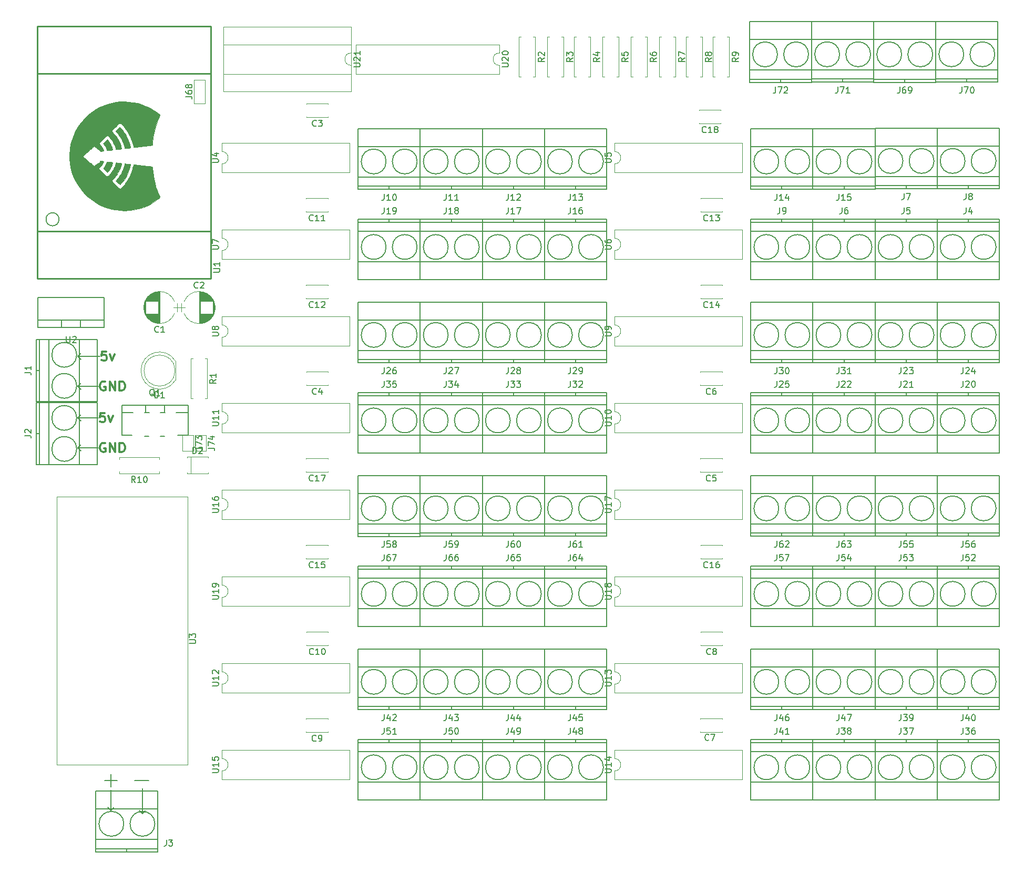
<source format=gto>
G04 #@! TF.GenerationSoftware,KiCad,Pcbnew,no-vcs-found-08c4a0b~58~ubuntu16.04.1*
G04 #@! TF.CreationDate,2017-08-29T22:18:21+03:00*
G04 #@! TF.ProjectId,ND-03,4E442D30332E6B696361645F70636200,1*
G04 #@! TF.SameCoordinates,Original
G04 #@! TF.FileFunction,Legend,Top*
G04 #@! TF.FilePolarity,Positive*
%FSLAX46Y46*%
G04 Gerber Fmt 4.6, Leading zero omitted, Abs format (unit mm)*
G04 Created by KiCad (PCBNEW no-vcs-found-08c4a0b~58~ubuntu16.04.1) date Tue Aug 29 22:18:21 2017*
%MOMM*%
%LPD*%
G01*
G04 APERTURE LIST*
%ADD10C,0.200000*%
%ADD11C,0.300000*%
%ADD12C,0.010000*%
%ADD13C,0.120000*%
%ADD14C,0.150000*%
%ADD15C,0.050000*%
%ADD16C,0.254000*%
G04 APERTURE END LIST*
D10*
X21367269Y-63500000D02*
G75*
G03X21367269Y-63500000I-1047269J0D01*
G01*
X34798000Y-159258000D02*
X34798000Y-155194000D01*
X34798000Y-159258000D02*
X35306000Y-158750000D01*
X34798000Y-159258000D02*
X34290000Y-158750000D01*
X29718000Y-158750000D02*
X30226000Y-158242000D01*
X29718000Y-158750000D02*
X29210000Y-158242000D01*
X29718000Y-155448000D02*
X29718000Y-158750000D01*
X33528000Y-153924000D02*
X35814000Y-153924000D01*
X28702000Y-153924000D02*
X30734000Y-153924000D01*
X29718000Y-152908000D02*
X29718000Y-154940000D01*
X24384000Y-100330000D02*
X24892000Y-100838000D01*
X24384000Y-100330000D02*
X24892000Y-99822000D01*
X27686000Y-100330000D02*
X24384000Y-100330000D01*
X24384000Y-95504000D02*
X24892000Y-96012000D01*
X24384000Y-95504000D02*
X24892000Y-94996000D01*
X27686000Y-95504000D02*
X24384000Y-95504000D01*
X24384000Y-90424000D02*
X24892000Y-90932000D01*
X24384000Y-90424000D02*
X24892000Y-89916000D01*
X27686000Y-90424000D02*
X24384000Y-90424000D01*
X24384000Y-85598000D02*
X24892000Y-86106000D01*
X24384000Y-85598000D02*
X24892000Y-85090000D01*
X27940000Y-85598000D02*
X24384000Y-85598000D01*
D11*
X28829142Y-89674000D02*
X28686285Y-89602571D01*
X28472000Y-89602571D01*
X28257714Y-89674000D01*
X28114857Y-89816857D01*
X28043428Y-89959714D01*
X27972000Y-90245428D01*
X27972000Y-90459714D01*
X28043428Y-90745428D01*
X28114857Y-90888285D01*
X28257714Y-91031142D01*
X28472000Y-91102571D01*
X28614857Y-91102571D01*
X28829142Y-91031142D01*
X28900571Y-90959714D01*
X28900571Y-90459714D01*
X28614857Y-90459714D01*
X29543428Y-91102571D02*
X29543428Y-89602571D01*
X30400571Y-91102571D01*
X30400571Y-89602571D01*
X31114857Y-91102571D02*
X31114857Y-89602571D01*
X31472000Y-89602571D01*
X31686285Y-89674000D01*
X31829142Y-89816857D01*
X31900571Y-89959714D01*
X31972000Y-90245428D01*
X31972000Y-90459714D01*
X31900571Y-90745428D01*
X31829142Y-90888285D01*
X31686285Y-91031142D01*
X31472000Y-91102571D01*
X31114857Y-91102571D01*
X28829142Y-99580000D02*
X28686285Y-99508571D01*
X28472000Y-99508571D01*
X28257714Y-99580000D01*
X28114857Y-99722857D01*
X28043428Y-99865714D01*
X27972000Y-100151428D01*
X27972000Y-100365714D01*
X28043428Y-100651428D01*
X28114857Y-100794285D01*
X28257714Y-100937142D01*
X28472000Y-101008571D01*
X28614857Y-101008571D01*
X28829142Y-100937142D01*
X28900571Y-100865714D01*
X28900571Y-100365714D01*
X28614857Y-100365714D01*
X29543428Y-101008571D02*
X29543428Y-99508571D01*
X30400571Y-101008571D01*
X30400571Y-99508571D01*
X31114857Y-101008571D02*
X31114857Y-99508571D01*
X31472000Y-99508571D01*
X31686285Y-99580000D01*
X31829142Y-99722857D01*
X31900571Y-99865714D01*
X31972000Y-100151428D01*
X31972000Y-100365714D01*
X31900571Y-100651428D01*
X31829142Y-100794285D01*
X31686285Y-100937142D01*
X31472000Y-101008571D01*
X31114857Y-101008571D01*
X28741714Y-94682571D02*
X28027428Y-94682571D01*
X27956000Y-95396857D01*
X28027428Y-95325428D01*
X28170285Y-95254000D01*
X28527428Y-95254000D01*
X28670285Y-95325428D01*
X28741714Y-95396857D01*
X28813142Y-95539714D01*
X28813142Y-95896857D01*
X28741714Y-96039714D01*
X28670285Y-96111142D01*
X28527428Y-96182571D01*
X28170285Y-96182571D01*
X28027428Y-96111142D01*
X27956000Y-96039714D01*
X29313142Y-95182571D02*
X29670285Y-96182571D01*
X30027428Y-95182571D01*
X28995714Y-84776571D02*
X28281428Y-84776571D01*
X28210000Y-85490857D01*
X28281428Y-85419428D01*
X28424285Y-85348000D01*
X28781428Y-85348000D01*
X28924285Y-85419428D01*
X28995714Y-85490857D01*
X29067142Y-85633714D01*
X29067142Y-85990857D01*
X28995714Y-86133714D01*
X28924285Y-86205142D01*
X28781428Y-86276571D01*
X28424285Y-86276571D01*
X28281428Y-86205142D01*
X28210000Y-86133714D01*
X29567142Y-85276571D02*
X29924285Y-86276571D01*
X30281428Y-85276571D01*
D12*
G36*
X28804870Y-50964757D02*
X29135540Y-50634212D01*
X29213096Y-50728054D01*
X29267940Y-50799102D01*
X29342959Y-50902281D01*
X29423695Y-51017623D01*
X29439574Y-51040862D01*
X29509845Y-51142661D01*
X29567480Y-51223348D01*
X29603015Y-51269775D01*
X29608442Y-51275468D01*
X29620554Y-51290050D01*
X29638519Y-51322721D01*
X29665734Y-51381141D01*
X29705596Y-51472969D01*
X29761502Y-51605866D01*
X29836849Y-51787492D01*
X29855082Y-51831626D01*
X29928288Y-52014703D01*
X29975540Y-52148341D01*
X29998469Y-52239249D01*
X29998709Y-52294140D01*
X29977893Y-52319723D01*
X29974178Y-52321104D01*
X29915273Y-52333414D01*
X29814546Y-52348070D01*
X29685886Y-52363713D01*
X29543181Y-52378983D01*
X29400318Y-52392518D01*
X29271187Y-52402960D01*
X29169676Y-52408949D01*
X29109672Y-52409123D01*
X29099688Y-52406739D01*
X29079012Y-52368004D01*
X29045819Y-52289347D01*
X29016993Y-52213892D01*
X28936256Y-52020122D01*
X28835714Y-51818270D01*
X28726807Y-51629294D01*
X28620974Y-51474150D01*
X28596048Y-51442757D01*
X28474199Y-51295302D01*
X28804870Y-50964757D01*
X28804870Y-50964757D01*
G37*
X28804870Y-50964757D02*
X29135540Y-50634212D01*
X29213096Y-50728054D01*
X29267940Y-50799102D01*
X29342959Y-50902281D01*
X29423695Y-51017623D01*
X29439574Y-51040862D01*
X29509845Y-51142661D01*
X29567480Y-51223348D01*
X29603015Y-51269775D01*
X29608442Y-51275468D01*
X29620554Y-51290050D01*
X29638519Y-51322721D01*
X29665734Y-51381141D01*
X29705596Y-51472969D01*
X29761502Y-51605866D01*
X29836849Y-51787492D01*
X29855082Y-51831626D01*
X29928288Y-52014703D01*
X29975540Y-52148341D01*
X29998469Y-52239249D01*
X29998709Y-52294140D01*
X29977893Y-52319723D01*
X29974178Y-52321104D01*
X29915273Y-52333414D01*
X29814546Y-52348070D01*
X29685886Y-52363713D01*
X29543181Y-52378983D01*
X29400318Y-52392518D01*
X29271187Y-52402960D01*
X29169676Y-52408949D01*
X29109672Y-52409123D01*
X29099688Y-52406739D01*
X29079012Y-52368004D01*
X29045819Y-52289347D01*
X29016993Y-52213892D01*
X28936256Y-52020122D01*
X28835714Y-51818270D01*
X28726807Y-51629294D01*
X28620974Y-51474150D01*
X28596048Y-51442757D01*
X28474199Y-51295302D01*
X28804870Y-50964757D01*
G36*
X28530806Y-55218231D02*
X28575486Y-55166954D01*
X28635788Y-55096102D01*
X28712074Y-54982593D01*
X28795843Y-54841342D01*
X28878594Y-54687262D01*
X28951824Y-54535267D01*
X28996907Y-54427644D01*
X29027878Y-54344597D01*
X29054293Y-54285134D01*
X29086165Y-54246537D01*
X29133505Y-54226088D01*
X29206327Y-54221067D01*
X29314643Y-54228758D01*
X29468465Y-54246442D01*
X29604138Y-54262784D01*
X29752675Y-54280352D01*
X29876557Y-54294912D01*
X29963750Y-54305055D01*
X30002217Y-54309374D01*
X30002968Y-54309433D01*
X30007558Y-54336226D01*
X29990391Y-54403547D01*
X29977532Y-54440739D01*
X29958935Y-54489933D01*
X29929240Y-54564794D01*
X29883087Y-54678986D01*
X29861558Y-54731995D01*
X29777168Y-54937160D01*
X29706967Y-55102754D01*
X29653251Y-55223557D01*
X29618312Y-55294347D01*
X29607262Y-55310690D01*
X29582134Y-55342177D01*
X29531512Y-55412458D01*
X29464786Y-55508395D01*
X29439574Y-55545296D01*
X29359230Y-55660713D01*
X29281351Y-55768028D01*
X29220512Y-55847251D01*
X29211555Y-55858104D01*
X29132457Y-55951946D01*
X28820884Y-55631083D01*
X28709223Y-55513299D01*
X28615283Y-55408884D01*
X28546954Y-55327023D01*
X28512127Y-55276900D01*
X28509310Y-55268382D01*
X28530806Y-55218231D01*
X28530806Y-55218231D01*
G37*
X28530806Y-55218231D02*
X28575486Y-55166954D01*
X28635788Y-55096102D01*
X28712074Y-54982593D01*
X28795843Y-54841342D01*
X28878594Y-54687262D01*
X28951824Y-54535267D01*
X28996907Y-54427644D01*
X29027878Y-54344597D01*
X29054293Y-54285134D01*
X29086165Y-54246537D01*
X29133505Y-54226088D01*
X29206327Y-54221067D01*
X29314643Y-54228758D01*
X29468465Y-54246442D01*
X29604138Y-54262784D01*
X29752675Y-54280352D01*
X29876557Y-54294912D01*
X29963750Y-54305055D01*
X30002217Y-54309374D01*
X30002968Y-54309433D01*
X30007558Y-54336226D01*
X29990391Y-54403547D01*
X29977532Y-54440739D01*
X29958935Y-54489933D01*
X29929240Y-54564794D01*
X29883087Y-54678986D01*
X29861558Y-54731995D01*
X29777168Y-54937160D01*
X29706967Y-55102754D01*
X29653251Y-55223557D01*
X29618312Y-55294347D01*
X29607262Y-55310690D01*
X29582134Y-55342177D01*
X29531512Y-55412458D01*
X29464786Y-55508395D01*
X29439574Y-55545296D01*
X29359230Y-55660713D01*
X29281351Y-55768028D01*
X29220512Y-55847251D01*
X29211555Y-55858104D01*
X29132457Y-55951946D01*
X28820884Y-55631083D01*
X28709223Y-55513299D01*
X28615283Y-55408884D01*
X28546954Y-55327023D01*
X28512127Y-55276900D01*
X28509310Y-55268382D01*
X28530806Y-55218231D01*
G36*
X30824707Y-48969042D02*
X30940538Y-48858518D01*
X31040522Y-48764654D01*
X31115957Y-48695502D01*
X31158138Y-48659118D01*
X31163354Y-48655645D01*
X31195182Y-48674351D01*
X31256292Y-48736561D01*
X31340533Y-48834219D01*
X31441751Y-48959271D01*
X31553792Y-49103661D01*
X31670504Y-49259336D01*
X31785734Y-49418239D01*
X31893329Y-49572318D01*
X31987135Y-49713516D01*
X32053506Y-49820912D01*
X32177952Y-50040763D01*
X32280216Y-50241821D01*
X32375860Y-50455185D01*
X32401419Y-50516161D01*
X32458464Y-50650943D01*
X32520320Y-50792820D01*
X32558129Y-50877061D01*
X32609724Y-51003580D01*
X32655388Y-51138302D01*
X32672045Y-51198437D01*
X32698279Y-51293937D01*
X32722988Y-51364765D01*
X32733301Y-51384951D01*
X32750254Y-51428783D01*
X32774267Y-51516937D01*
X32800776Y-51632262D01*
X32806877Y-51661464D01*
X32832604Y-51780201D01*
X32855825Y-51875396D01*
X32872346Y-51930144D01*
X32874851Y-51935392D01*
X32867792Y-51968809D01*
X32851502Y-51977831D01*
X32787033Y-51992212D01*
X32681848Y-52008092D01*
X32549915Y-52024173D01*
X32405205Y-52039159D01*
X32261688Y-52051751D01*
X32133334Y-52060654D01*
X32034113Y-52064568D01*
X31977995Y-52062198D01*
X31971071Y-52059594D01*
X31951942Y-52018146D01*
X31924813Y-51931544D01*
X31894536Y-51815859D01*
X31884008Y-51771105D01*
X31853017Y-51643273D01*
X31823086Y-51533178D01*
X31799444Y-51459685D01*
X31794321Y-51447513D01*
X31765788Y-51382538D01*
X31726432Y-51286317D01*
X31703715Y-51228547D01*
X31658337Y-51117964D01*
X31612156Y-51015578D01*
X31593562Y-50978301D01*
X31559676Y-50907900D01*
X31543884Y-50862632D01*
X31543739Y-50860657D01*
X31526490Y-50796307D01*
X31479503Y-50691150D01*
X31408939Y-50555615D01*
X31320956Y-50400134D01*
X31221714Y-50235138D01*
X31117372Y-50071058D01*
X31014089Y-49918323D01*
X30918025Y-49787366D01*
X30886650Y-49747873D01*
X30791743Y-49631103D01*
X30697306Y-49514104D01*
X30621290Y-49419130D01*
X30610736Y-49405822D01*
X30506866Y-49274561D01*
X30824707Y-48969042D01*
X30824707Y-48969042D01*
G37*
X30824707Y-48969042D02*
X30940538Y-48858518D01*
X31040522Y-48764654D01*
X31115957Y-48695502D01*
X31158138Y-48659118D01*
X31163354Y-48655645D01*
X31195182Y-48674351D01*
X31256292Y-48736561D01*
X31340533Y-48834219D01*
X31441751Y-48959271D01*
X31553792Y-49103661D01*
X31670504Y-49259336D01*
X31785734Y-49418239D01*
X31893329Y-49572318D01*
X31987135Y-49713516D01*
X32053506Y-49820912D01*
X32177952Y-50040763D01*
X32280216Y-50241821D01*
X32375860Y-50455185D01*
X32401419Y-50516161D01*
X32458464Y-50650943D01*
X32520320Y-50792820D01*
X32558129Y-50877061D01*
X32609724Y-51003580D01*
X32655388Y-51138302D01*
X32672045Y-51198437D01*
X32698279Y-51293937D01*
X32722988Y-51364765D01*
X32733301Y-51384951D01*
X32750254Y-51428783D01*
X32774267Y-51516937D01*
X32800776Y-51632262D01*
X32806877Y-51661464D01*
X32832604Y-51780201D01*
X32855825Y-51875396D01*
X32872346Y-51930144D01*
X32874851Y-51935392D01*
X32867792Y-51968809D01*
X32851502Y-51977831D01*
X32787033Y-51992212D01*
X32681848Y-52008092D01*
X32549915Y-52024173D01*
X32405205Y-52039159D01*
X32261688Y-52051751D01*
X32133334Y-52060654D01*
X32034113Y-52064568D01*
X31977995Y-52062198D01*
X31971071Y-52059594D01*
X31951942Y-52018146D01*
X31924813Y-51931544D01*
X31894536Y-51815859D01*
X31884008Y-51771105D01*
X31853017Y-51643273D01*
X31823086Y-51533178D01*
X31799444Y-51459685D01*
X31794321Y-51447513D01*
X31765788Y-51382538D01*
X31726432Y-51286317D01*
X31703715Y-51228547D01*
X31658337Y-51117964D01*
X31612156Y-51015578D01*
X31593562Y-50978301D01*
X31559676Y-50907900D01*
X31543884Y-50862632D01*
X31543739Y-50860657D01*
X31526490Y-50796307D01*
X31479503Y-50691150D01*
X31408939Y-50555615D01*
X31320956Y-50400134D01*
X31221714Y-50235138D01*
X31117372Y-50071058D01*
X31014089Y-49918323D01*
X30918025Y-49787366D01*
X30886650Y-49747873D01*
X30791743Y-49631103D01*
X30697306Y-49514104D01*
X30621290Y-49419130D01*
X30610736Y-49405822D01*
X30506866Y-49274561D01*
X30824707Y-48969042D01*
G36*
X30610736Y-57180336D02*
X30681409Y-57091837D01*
X30773805Y-56977219D01*
X30869972Y-56858736D01*
X30886650Y-56838285D01*
X30978645Y-56717629D01*
X31080058Y-56571472D01*
X31184729Y-56410244D01*
X31286498Y-56244378D01*
X31379208Y-56084303D01*
X31456698Y-55940450D01*
X31512809Y-55823251D01*
X31541381Y-55743135D01*
X31543739Y-55725501D01*
X31557272Y-55683935D01*
X31589959Y-55614733D01*
X31593562Y-55607857D01*
X31634625Y-55522063D01*
X31682261Y-55411316D01*
X31703715Y-55357611D01*
X31744197Y-55255799D01*
X31780222Y-55169847D01*
X31794321Y-55138646D01*
X31815063Y-55079872D01*
X31843646Y-54978864D01*
X31874815Y-54854564D01*
X31883692Y-54816413D01*
X31912604Y-54696292D01*
X31938297Y-54601120D01*
X31956524Y-54546229D01*
X31960447Y-54539274D01*
X31994693Y-54537426D01*
X32077472Y-54541879D01*
X32195229Y-54551242D01*
X32334410Y-54564121D01*
X32481460Y-54579127D01*
X32622825Y-54594866D01*
X32744951Y-54609948D01*
X32834283Y-54622981D01*
X32877268Y-54632572D01*
X32878822Y-54633568D01*
X32873467Y-54658520D01*
X32860543Y-54694240D01*
X32839634Y-54775713D01*
X32814665Y-54887274D01*
X32807475Y-54921800D01*
X32780922Y-55041711D01*
X32755817Y-55138524D01*
X32736680Y-55195220D01*
X32733301Y-55201207D01*
X32712795Y-55248023D01*
X32686470Y-55332583D01*
X32672045Y-55387721D01*
X32635473Y-55509937D01*
X32585156Y-55645992D01*
X32558129Y-55709097D01*
X32502897Y-55832887D01*
X32440734Y-55976623D01*
X32401419Y-56069997D01*
X32240661Y-56423316D01*
X32056007Y-56759989D01*
X31835777Y-57100454D01*
X31718013Y-57265739D01*
X31593500Y-57432774D01*
X31474133Y-57586915D01*
X31365918Y-57720955D01*
X31274859Y-57827687D01*
X31206963Y-57899906D01*
X31168236Y-57930403D01*
X31163868Y-57930684D01*
X31134761Y-57907187D01*
X31069469Y-57848190D01*
X30976711Y-57761756D01*
X30865207Y-57655946D01*
X30824707Y-57617116D01*
X30506866Y-57311597D01*
X30610736Y-57180336D01*
X30610736Y-57180336D01*
G37*
X30610736Y-57180336D02*
X30681409Y-57091837D01*
X30773805Y-56977219D01*
X30869972Y-56858736D01*
X30886650Y-56838285D01*
X30978645Y-56717629D01*
X31080058Y-56571472D01*
X31184729Y-56410244D01*
X31286498Y-56244378D01*
X31379208Y-56084303D01*
X31456698Y-55940450D01*
X31512809Y-55823251D01*
X31541381Y-55743135D01*
X31543739Y-55725501D01*
X31557272Y-55683935D01*
X31589959Y-55614733D01*
X31593562Y-55607857D01*
X31634625Y-55522063D01*
X31682261Y-55411316D01*
X31703715Y-55357611D01*
X31744197Y-55255799D01*
X31780222Y-55169847D01*
X31794321Y-55138646D01*
X31815063Y-55079872D01*
X31843646Y-54978864D01*
X31874815Y-54854564D01*
X31883692Y-54816413D01*
X31912604Y-54696292D01*
X31938297Y-54601120D01*
X31956524Y-54546229D01*
X31960447Y-54539274D01*
X31994693Y-54537426D01*
X32077472Y-54541879D01*
X32195229Y-54551242D01*
X32334410Y-54564121D01*
X32481460Y-54579127D01*
X32622825Y-54594866D01*
X32744951Y-54609948D01*
X32834283Y-54622981D01*
X32877268Y-54632572D01*
X32878822Y-54633568D01*
X32873467Y-54658520D01*
X32860543Y-54694240D01*
X32839634Y-54775713D01*
X32814665Y-54887274D01*
X32807475Y-54921800D01*
X32780922Y-55041711D01*
X32755817Y-55138524D01*
X32736680Y-55195220D01*
X32733301Y-55201207D01*
X32712795Y-55248023D01*
X32686470Y-55332583D01*
X32672045Y-55387721D01*
X32635473Y-55509937D01*
X32585156Y-55645992D01*
X32558129Y-55709097D01*
X32502897Y-55832887D01*
X32440734Y-55976623D01*
X32401419Y-56069997D01*
X32240661Y-56423316D01*
X32056007Y-56759989D01*
X31835777Y-57100454D01*
X31718013Y-57265739D01*
X31593500Y-57432774D01*
X31474133Y-57586915D01*
X31365918Y-57720955D01*
X31274859Y-57827687D01*
X31206963Y-57899906D01*
X31168236Y-57930403D01*
X31163868Y-57930684D01*
X31134761Y-57907187D01*
X31069469Y-57848190D01*
X30976711Y-57761756D01*
X30865207Y-57655946D01*
X30824707Y-57617116D01*
X30506866Y-57311597D01*
X30610736Y-57180336D01*
G36*
X23061166Y-53080737D02*
X23068607Y-52779315D01*
X23081906Y-52502295D01*
X23101059Y-52264125D01*
X23112447Y-52166971D01*
X23241178Y-51437255D01*
X23429190Y-50725496D01*
X23675020Y-50034679D01*
X23977203Y-49367792D01*
X24334275Y-48727824D01*
X24744774Y-48117761D01*
X25207236Y-47540591D01*
X25572218Y-47146404D01*
X26103773Y-46649008D01*
X26667882Y-46203039D01*
X27260988Y-45808834D01*
X27879536Y-45466732D01*
X28519970Y-45177071D01*
X29178735Y-44940187D01*
X29852275Y-44756420D01*
X30537034Y-44626107D01*
X31229457Y-44549585D01*
X31925987Y-44527193D01*
X32623070Y-44559269D01*
X33317149Y-44646150D01*
X34004669Y-44788174D01*
X34682074Y-44985680D01*
X35345809Y-45239004D01*
X35992317Y-45548485D01*
X36618043Y-45914460D01*
X36857857Y-46074080D01*
X37036123Y-46199252D01*
X37204212Y-46321433D01*
X37354322Y-46434574D01*
X37478653Y-46532627D01*
X37569401Y-46609542D01*
X37618766Y-46659271D01*
X37624596Y-46668566D01*
X37618573Y-46711109D01*
X37589709Y-46796306D01*
X37542964Y-46910767D01*
X37497815Y-47010620D01*
X37288183Y-47497267D01*
X37092296Y-48032926D01*
X36913391Y-48604937D01*
X36754701Y-49200640D01*
X36619461Y-49807374D01*
X36510905Y-50412480D01*
X36432267Y-51003297D01*
X36405430Y-51286292D01*
X36393148Y-51418630D01*
X36379902Y-51501180D01*
X36361789Y-51546647D01*
X36334908Y-51567733D01*
X36317345Y-51573016D01*
X36275840Y-51579114D01*
X36179923Y-51591463D01*
X36037336Y-51609151D01*
X35855817Y-51631265D01*
X35643105Y-51656893D01*
X35406941Y-51685121D01*
X35155063Y-51715037D01*
X34895211Y-51745728D01*
X34635125Y-51776282D01*
X34382543Y-51805787D01*
X34145205Y-51833328D01*
X33930851Y-51857995D01*
X33747220Y-51878873D01*
X33602052Y-51895051D01*
X33503085Y-51905616D01*
X33469384Y-51908857D01*
X33418159Y-51909609D01*
X33386496Y-51891702D01*
X33364434Y-51841437D01*
X33342016Y-51745114D01*
X33338670Y-51729040D01*
X33212733Y-51216019D01*
X33052686Y-50717397D01*
X32973266Y-50509089D01*
X32942196Y-50439220D01*
X32891755Y-50333918D01*
X32827756Y-50204505D01*
X32756008Y-50062305D01*
X32682323Y-49918637D01*
X32612511Y-49784825D01*
X32552385Y-49672191D01*
X32507754Y-49592055D01*
X32484430Y-49555742D01*
X32483597Y-49555025D01*
X32458265Y-49522264D01*
X32411096Y-49449167D01*
X32351084Y-49349833D01*
X32333890Y-49320419D01*
X32228951Y-49156502D01*
X32087362Y-48960642D01*
X31917822Y-48743990D01*
X31729033Y-48517696D01*
X31546736Y-48311577D01*
X31410635Y-48172606D01*
X31298291Y-48083840D01*
X31201975Y-48041422D01*
X31113963Y-48041493D01*
X31052789Y-48064951D01*
X31006580Y-48099686D01*
X30923937Y-48172434D01*
X30812087Y-48276400D01*
X30678253Y-48404785D01*
X30529662Y-48550795D01*
X30425258Y-48655286D01*
X30244730Y-48838187D01*
X30105243Y-48983361D01*
X30003383Y-49097100D01*
X29935736Y-49185695D01*
X29898887Y-49255437D01*
X29889423Y-49312618D01*
X29903929Y-49363529D01*
X29938991Y-49414463D01*
X29985464Y-49465695D01*
X30173227Y-49666736D01*
X30324107Y-49837035D01*
X30447520Y-49987922D01*
X30552884Y-50130729D01*
X30616190Y-50224647D01*
X30745264Y-50430176D01*
X30873704Y-50648231D01*
X30993940Y-50864910D01*
X31098404Y-51066310D01*
X31179525Y-51238530D01*
X31214142Y-51322860D01*
X31251221Y-51429084D01*
X31292663Y-51559997D01*
X31334898Y-51702614D01*
X31374357Y-51843952D01*
X31407471Y-51971028D01*
X31430669Y-52070857D01*
X31440383Y-52130456D01*
X31439092Y-52141088D01*
X31401828Y-52151696D01*
X31316343Y-52165652D01*
X31196788Y-52181464D01*
X31057316Y-52197642D01*
X30912080Y-52212692D01*
X30775232Y-52225124D01*
X30660925Y-52233444D01*
X30583310Y-52236163D01*
X30558375Y-52233927D01*
X30518296Y-52191121D01*
X30511281Y-52158299D01*
X30500534Y-52103006D01*
X30471869Y-52005110D01*
X30430646Y-51880074D01*
X30382226Y-51743364D01*
X30331972Y-51610446D01*
X30285243Y-51496783D01*
X30270792Y-51464583D01*
X30184827Y-51296902D01*
X30072512Y-51104215D01*
X29942297Y-50898759D01*
X29802630Y-50692768D01*
X29661961Y-50498480D01*
X29528740Y-50328129D01*
X29411417Y-50193952D01*
X29355087Y-50138521D01*
X29291578Y-50083081D01*
X29236002Y-50044601D01*
X29182098Y-50026303D01*
X29123605Y-50031412D01*
X29054261Y-50063152D01*
X28967804Y-50124744D01*
X28857974Y-50219413D01*
X28718510Y-50350383D01*
X28543149Y-50520875D01*
X28466572Y-50595936D01*
X28275472Y-50783253D01*
X28125578Y-50933047D01*
X28014347Y-51052514D01*
X27939233Y-51148850D01*
X27897692Y-51229249D01*
X27887179Y-51300908D01*
X27905149Y-51371021D01*
X27949056Y-51446785D01*
X28016357Y-51535395D01*
X28098506Y-51636620D01*
X28191810Y-51760197D01*
X28288215Y-51901844D01*
X28380668Y-52049480D01*
X28462115Y-52191027D01*
X28525505Y-52314408D01*
X28563784Y-52407543D01*
X28571872Y-52447287D01*
X28541878Y-52475527D01*
X28451216Y-52498127D01*
X28360726Y-52509787D01*
X28241396Y-52523385D01*
X28138655Y-52537470D01*
X28079669Y-52547985D01*
X28020233Y-52545657D01*
X27983040Y-52494015D01*
X27980260Y-52486941D01*
X27943836Y-52438547D01*
X27860193Y-52362397D01*
X27728018Y-52257482D01*
X27546001Y-52122793D01*
X27312830Y-51957319D01*
X27107129Y-51814834D01*
X27003101Y-51743355D01*
X26706386Y-51998607D01*
X26573173Y-52110303D01*
X26478537Y-52182202D01*
X26416398Y-52218321D01*
X26380678Y-52222677D01*
X26374047Y-52218235D01*
X26326322Y-52185759D01*
X26294140Y-52206962D01*
X26270921Y-52284274D01*
X26256328Y-52324880D01*
X26224112Y-52373734D01*
X26168651Y-52436470D01*
X26084326Y-52518721D01*
X25965514Y-52626120D01*
X25806596Y-52764303D01*
X25706449Y-52850016D01*
X25550811Y-52983927D01*
X25412533Y-53105169D01*
X25298336Y-53207659D01*
X25214940Y-53285319D01*
X25169068Y-53332067D01*
X25162266Y-53342317D01*
X25185343Y-53369624D01*
X25249969Y-53430413D01*
X25349236Y-53518597D01*
X25476233Y-53628087D01*
X25624054Y-53752797D01*
X25696383Y-53812969D01*
X25853977Y-53945836D01*
X25995842Y-54069858D01*
X26114498Y-54178135D01*
X26202460Y-54263766D01*
X26252249Y-54319850D01*
X26259872Y-54332653D01*
X26297266Y-54387635D01*
X26332676Y-54393240D01*
X26373060Y-54406136D01*
X26451084Y-54455185D01*
X26558143Y-54534406D01*
X26685631Y-54637820D01*
X26690299Y-54641754D01*
X27004489Y-54906935D01*
X27139104Y-54822690D01*
X27217180Y-54773037D01*
X27332458Y-54698735D01*
X27469880Y-54609529D01*
X27614390Y-54515164D01*
X27625628Y-54507801D01*
X27768596Y-54412950D01*
X27866805Y-54343653D01*
X27928520Y-54292257D01*
X27962005Y-54251113D01*
X27975525Y-54212570D01*
X27977537Y-54182053D01*
X27977537Y-54086951D01*
X28204322Y-54109290D01*
X28327111Y-54122975D01*
X28433111Y-54137590D01*
X28499836Y-54150026D01*
X28500819Y-54150285D01*
X28570530Y-54168941D01*
X28492223Y-54337945D01*
X28400048Y-54515369D01*
X28293170Y-54686674D01*
X28181677Y-54837842D01*
X28075658Y-54954861D01*
X28008414Y-55010077D01*
X27919403Y-55084573D01*
X27847504Y-55171274D01*
X27830792Y-55200539D01*
X27799423Y-55281514D01*
X27800774Y-55347893D01*
X27824021Y-55414569D01*
X27862864Y-55473775D01*
X27939317Y-55563563D01*
X28043216Y-55674120D01*
X28164398Y-55795635D01*
X28292699Y-55918297D01*
X28417956Y-56032293D01*
X28530003Y-56127812D01*
X28618678Y-56195043D01*
X28655537Y-56217279D01*
X28723955Y-56263201D01*
X28812592Y-56338333D01*
X28887622Y-56411511D01*
X29001986Y-56514305D01*
X29102126Y-56560965D01*
X29199553Y-56552379D01*
X29305777Y-56489438D01*
X29355087Y-56447637D01*
X29459622Y-56339450D01*
X29584852Y-56188140D01*
X29722327Y-56005944D01*
X29863600Y-55805098D01*
X30000219Y-55597836D01*
X30123736Y-55396397D01*
X30225702Y-55213014D01*
X30270792Y-55121575D01*
X30314717Y-55018982D01*
X30364160Y-54891570D01*
X30413754Y-54754795D01*
X30458135Y-54624113D01*
X30491935Y-54514983D01*
X30509790Y-54442859D01*
X30511281Y-54428841D01*
X30535934Y-54380638D01*
X30566214Y-54372266D01*
X30617609Y-54375686D01*
X30712407Y-54384871D01*
X30836837Y-54398206D01*
X30977127Y-54414078D01*
X31119506Y-54430874D01*
X31250204Y-54446980D01*
X31355450Y-54460782D01*
X31421472Y-54470666D01*
X31436904Y-54474291D01*
X31433655Y-54507397D01*
X31415637Y-54586699D01*
X31386630Y-54698645D01*
X31350415Y-54829683D01*
X31310773Y-54966262D01*
X31271484Y-55094827D01*
X31236327Y-55201829D01*
X31225401Y-55232488D01*
X31166723Y-55372044D01*
X31080914Y-55549609D01*
X30975547Y-55751137D01*
X30858192Y-55962583D01*
X30736419Y-56169898D01*
X30620108Y-56355501D01*
X30520294Y-56501026D01*
X30409536Y-56646026D01*
X30278219Y-56802090D01*
X30116730Y-56980807D01*
X29985464Y-57120464D01*
X29935374Y-57175900D01*
X29901996Y-57225694D01*
X29888735Y-57275910D01*
X29899000Y-57332615D01*
X29936197Y-57401873D01*
X30003733Y-57489751D01*
X30105015Y-57602313D01*
X30243450Y-57745626D01*
X30422445Y-57925754D01*
X30457478Y-57960798D01*
X30631296Y-58134378D01*
X30767151Y-58268711D01*
X30871279Y-58368827D01*
X30949916Y-58439756D01*
X31009300Y-58486527D01*
X31055667Y-58514169D01*
X31095253Y-58527712D01*
X31134295Y-58532184D01*
X31166550Y-58532611D01*
X31236886Y-58529210D01*
X31293105Y-58512829D01*
X31350445Y-58474205D01*
X31424145Y-58404073D01*
X31488132Y-58337106D01*
X31647704Y-58161543D01*
X31811280Y-57970332D01*
X31971390Y-57773223D01*
X32120567Y-57579964D01*
X32251341Y-57400301D01*
X32356245Y-57243984D01*
X32427810Y-57120760D01*
X32440776Y-57093695D01*
X32471779Y-57043162D01*
X32483988Y-57031133D01*
X32505101Y-56999136D01*
X32548029Y-56922335D01*
X32606962Y-56812061D01*
X32676089Y-56679642D01*
X32749600Y-56536408D01*
X32821687Y-56393689D01*
X32886537Y-56262813D01*
X32938342Y-56155110D01*
X32971291Y-56081909D01*
X32973266Y-56077069D01*
X33106461Y-55714236D01*
X33222935Y-55334982D01*
X33313989Y-54968450D01*
X33335123Y-54864939D01*
X33364593Y-54748996D01*
X33397544Y-54692270D01*
X33416268Y-54685074D01*
X33462611Y-54688429D01*
X33561878Y-54697939D01*
X33706638Y-54712773D01*
X33889461Y-54732101D01*
X34102915Y-54755090D01*
X34339571Y-54780911D01*
X34591997Y-54808731D01*
X34852763Y-54837720D01*
X35114437Y-54867047D01*
X35369590Y-54895880D01*
X35610790Y-54923389D01*
X35830606Y-54948743D01*
X36021609Y-54971109D01*
X36176366Y-54989658D01*
X36287448Y-55003558D01*
X36347424Y-55011978D01*
X36355910Y-55013858D01*
X36364236Y-55048474D01*
X36376173Y-55130950D01*
X36389761Y-55246833D01*
X36396992Y-55317139D01*
X36465956Y-55898008D01*
X36558911Y-56490442D01*
X36672803Y-57080192D01*
X36804577Y-57653012D01*
X36951179Y-58194652D01*
X37109555Y-58690867D01*
X37136546Y-58767217D01*
X37199353Y-58935278D01*
X37272214Y-59119153D01*
X37349754Y-59306370D01*
X37426594Y-59484459D01*
X37497360Y-59640951D01*
X37556674Y-59763374D01*
X37597988Y-59837483D01*
X37629756Y-59887372D01*
X37636218Y-59920563D01*
X37611359Y-59956897D01*
X37549158Y-60016213D01*
X37541638Y-60023249D01*
X37390444Y-60153618D01*
X37195650Y-60304205D01*
X36969337Y-60466703D01*
X36723583Y-60632803D01*
X36470469Y-60794199D01*
X36222074Y-60942580D01*
X36126182Y-60996739D01*
X35474775Y-61322384D01*
X34799802Y-61591477D01*
X34105582Y-61803469D01*
X33396432Y-61957812D01*
X32676670Y-62053959D01*
X31950614Y-62091360D01*
X31222582Y-62069468D01*
X30496891Y-61987735D01*
X29777858Y-61845613D01*
X29663512Y-61817179D01*
X28949356Y-61603412D01*
X28266311Y-61335408D01*
X27613969Y-61012937D01*
X26991924Y-60635769D01*
X26399768Y-60203672D01*
X25837094Y-59716417D01*
X25668360Y-59553906D01*
X25151911Y-59002800D01*
X24691732Y-58424468D01*
X24287599Y-57818457D01*
X23939284Y-57184315D01*
X23646562Y-56521590D01*
X23409205Y-55829831D01*
X23226988Y-55108585D01*
X23111939Y-54448202D01*
X23090043Y-54241488D01*
X23074021Y-53986936D01*
X23063870Y-53698995D01*
X23059586Y-53392113D01*
X23061166Y-53080737D01*
X23061166Y-53080737D01*
G37*
X23061166Y-53080737D02*
X23068607Y-52779315D01*
X23081906Y-52502295D01*
X23101059Y-52264125D01*
X23112447Y-52166971D01*
X23241178Y-51437255D01*
X23429190Y-50725496D01*
X23675020Y-50034679D01*
X23977203Y-49367792D01*
X24334275Y-48727824D01*
X24744774Y-48117761D01*
X25207236Y-47540591D01*
X25572218Y-47146404D01*
X26103773Y-46649008D01*
X26667882Y-46203039D01*
X27260988Y-45808834D01*
X27879536Y-45466732D01*
X28519970Y-45177071D01*
X29178735Y-44940187D01*
X29852275Y-44756420D01*
X30537034Y-44626107D01*
X31229457Y-44549585D01*
X31925987Y-44527193D01*
X32623070Y-44559269D01*
X33317149Y-44646150D01*
X34004669Y-44788174D01*
X34682074Y-44985680D01*
X35345809Y-45239004D01*
X35992317Y-45548485D01*
X36618043Y-45914460D01*
X36857857Y-46074080D01*
X37036123Y-46199252D01*
X37204212Y-46321433D01*
X37354322Y-46434574D01*
X37478653Y-46532627D01*
X37569401Y-46609542D01*
X37618766Y-46659271D01*
X37624596Y-46668566D01*
X37618573Y-46711109D01*
X37589709Y-46796306D01*
X37542964Y-46910767D01*
X37497815Y-47010620D01*
X37288183Y-47497267D01*
X37092296Y-48032926D01*
X36913391Y-48604937D01*
X36754701Y-49200640D01*
X36619461Y-49807374D01*
X36510905Y-50412480D01*
X36432267Y-51003297D01*
X36405430Y-51286292D01*
X36393148Y-51418630D01*
X36379902Y-51501180D01*
X36361789Y-51546647D01*
X36334908Y-51567733D01*
X36317345Y-51573016D01*
X36275840Y-51579114D01*
X36179923Y-51591463D01*
X36037336Y-51609151D01*
X35855817Y-51631265D01*
X35643105Y-51656893D01*
X35406941Y-51685121D01*
X35155063Y-51715037D01*
X34895211Y-51745728D01*
X34635125Y-51776282D01*
X34382543Y-51805787D01*
X34145205Y-51833328D01*
X33930851Y-51857995D01*
X33747220Y-51878873D01*
X33602052Y-51895051D01*
X33503085Y-51905616D01*
X33469384Y-51908857D01*
X33418159Y-51909609D01*
X33386496Y-51891702D01*
X33364434Y-51841437D01*
X33342016Y-51745114D01*
X33338670Y-51729040D01*
X33212733Y-51216019D01*
X33052686Y-50717397D01*
X32973266Y-50509089D01*
X32942196Y-50439220D01*
X32891755Y-50333918D01*
X32827756Y-50204505D01*
X32756008Y-50062305D01*
X32682323Y-49918637D01*
X32612511Y-49784825D01*
X32552385Y-49672191D01*
X32507754Y-49592055D01*
X32484430Y-49555742D01*
X32483597Y-49555025D01*
X32458265Y-49522264D01*
X32411096Y-49449167D01*
X32351084Y-49349833D01*
X32333890Y-49320419D01*
X32228951Y-49156502D01*
X32087362Y-48960642D01*
X31917822Y-48743990D01*
X31729033Y-48517696D01*
X31546736Y-48311577D01*
X31410635Y-48172606D01*
X31298291Y-48083840D01*
X31201975Y-48041422D01*
X31113963Y-48041493D01*
X31052789Y-48064951D01*
X31006580Y-48099686D01*
X30923937Y-48172434D01*
X30812087Y-48276400D01*
X30678253Y-48404785D01*
X30529662Y-48550795D01*
X30425258Y-48655286D01*
X30244730Y-48838187D01*
X30105243Y-48983361D01*
X30003383Y-49097100D01*
X29935736Y-49185695D01*
X29898887Y-49255437D01*
X29889423Y-49312618D01*
X29903929Y-49363529D01*
X29938991Y-49414463D01*
X29985464Y-49465695D01*
X30173227Y-49666736D01*
X30324107Y-49837035D01*
X30447520Y-49987922D01*
X30552884Y-50130729D01*
X30616190Y-50224647D01*
X30745264Y-50430176D01*
X30873704Y-50648231D01*
X30993940Y-50864910D01*
X31098404Y-51066310D01*
X31179525Y-51238530D01*
X31214142Y-51322860D01*
X31251221Y-51429084D01*
X31292663Y-51559997D01*
X31334898Y-51702614D01*
X31374357Y-51843952D01*
X31407471Y-51971028D01*
X31430669Y-52070857D01*
X31440383Y-52130456D01*
X31439092Y-52141088D01*
X31401828Y-52151696D01*
X31316343Y-52165652D01*
X31196788Y-52181464D01*
X31057316Y-52197642D01*
X30912080Y-52212692D01*
X30775232Y-52225124D01*
X30660925Y-52233444D01*
X30583310Y-52236163D01*
X30558375Y-52233927D01*
X30518296Y-52191121D01*
X30511281Y-52158299D01*
X30500534Y-52103006D01*
X30471869Y-52005110D01*
X30430646Y-51880074D01*
X30382226Y-51743364D01*
X30331972Y-51610446D01*
X30285243Y-51496783D01*
X30270792Y-51464583D01*
X30184827Y-51296902D01*
X30072512Y-51104215D01*
X29942297Y-50898759D01*
X29802630Y-50692768D01*
X29661961Y-50498480D01*
X29528740Y-50328129D01*
X29411417Y-50193952D01*
X29355087Y-50138521D01*
X29291578Y-50083081D01*
X29236002Y-50044601D01*
X29182098Y-50026303D01*
X29123605Y-50031412D01*
X29054261Y-50063152D01*
X28967804Y-50124744D01*
X28857974Y-50219413D01*
X28718510Y-50350383D01*
X28543149Y-50520875D01*
X28466572Y-50595936D01*
X28275472Y-50783253D01*
X28125578Y-50933047D01*
X28014347Y-51052514D01*
X27939233Y-51148850D01*
X27897692Y-51229249D01*
X27887179Y-51300908D01*
X27905149Y-51371021D01*
X27949056Y-51446785D01*
X28016357Y-51535395D01*
X28098506Y-51636620D01*
X28191810Y-51760197D01*
X28288215Y-51901844D01*
X28380668Y-52049480D01*
X28462115Y-52191027D01*
X28525505Y-52314408D01*
X28563784Y-52407543D01*
X28571872Y-52447287D01*
X28541878Y-52475527D01*
X28451216Y-52498127D01*
X28360726Y-52509787D01*
X28241396Y-52523385D01*
X28138655Y-52537470D01*
X28079669Y-52547985D01*
X28020233Y-52545657D01*
X27983040Y-52494015D01*
X27980260Y-52486941D01*
X27943836Y-52438547D01*
X27860193Y-52362397D01*
X27728018Y-52257482D01*
X27546001Y-52122793D01*
X27312830Y-51957319D01*
X27107129Y-51814834D01*
X27003101Y-51743355D01*
X26706386Y-51998607D01*
X26573173Y-52110303D01*
X26478537Y-52182202D01*
X26416398Y-52218321D01*
X26380678Y-52222677D01*
X26374047Y-52218235D01*
X26326322Y-52185759D01*
X26294140Y-52206962D01*
X26270921Y-52284274D01*
X26256328Y-52324880D01*
X26224112Y-52373734D01*
X26168651Y-52436470D01*
X26084326Y-52518721D01*
X25965514Y-52626120D01*
X25806596Y-52764303D01*
X25706449Y-52850016D01*
X25550811Y-52983927D01*
X25412533Y-53105169D01*
X25298336Y-53207659D01*
X25214940Y-53285319D01*
X25169068Y-53332067D01*
X25162266Y-53342317D01*
X25185343Y-53369624D01*
X25249969Y-53430413D01*
X25349236Y-53518597D01*
X25476233Y-53628087D01*
X25624054Y-53752797D01*
X25696383Y-53812969D01*
X25853977Y-53945836D01*
X25995842Y-54069858D01*
X26114498Y-54178135D01*
X26202460Y-54263766D01*
X26252249Y-54319850D01*
X26259872Y-54332653D01*
X26297266Y-54387635D01*
X26332676Y-54393240D01*
X26373060Y-54406136D01*
X26451084Y-54455185D01*
X26558143Y-54534406D01*
X26685631Y-54637820D01*
X26690299Y-54641754D01*
X27004489Y-54906935D01*
X27139104Y-54822690D01*
X27217180Y-54773037D01*
X27332458Y-54698735D01*
X27469880Y-54609529D01*
X27614390Y-54515164D01*
X27625628Y-54507801D01*
X27768596Y-54412950D01*
X27866805Y-54343653D01*
X27928520Y-54292257D01*
X27962005Y-54251113D01*
X27975525Y-54212570D01*
X27977537Y-54182053D01*
X27977537Y-54086951D01*
X28204322Y-54109290D01*
X28327111Y-54122975D01*
X28433111Y-54137590D01*
X28499836Y-54150026D01*
X28500819Y-54150285D01*
X28570530Y-54168941D01*
X28492223Y-54337945D01*
X28400048Y-54515369D01*
X28293170Y-54686674D01*
X28181677Y-54837842D01*
X28075658Y-54954861D01*
X28008414Y-55010077D01*
X27919403Y-55084573D01*
X27847504Y-55171274D01*
X27830792Y-55200539D01*
X27799423Y-55281514D01*
X27800774Y-55347893D01*
X27824021Y-55414569D01*
X27862864Y-55473775D01*
X27939317Y-55563563D01*
X28043216Y-55674120D01*
X28164398Y-55795635D01*
X28292699Y-55918297D01*
X28417956Y-56032293D01*
X28530003Y-56127812D01*
X28618678Y-56195043D01*
X28655537Y-56217279D01*
X28723955Y-56263201D01*
X28812592Y-56338333D01*
X28887622Y-56411511D01*
X29001986Y-56514305D01*
X29102126Y-56560965D01*
X29199553Y-56552379D01*
X29305777Y-56489438D01*
X29355087Y-56447637D01*
X29459622Y-56339450D01*
X29584852Y-56188140D01*
X29722327Y-56005944D01*
X29863600Y-55805098D01*
X30000219Y-55597836D01*
X30123736Y-55396397D01*
X30225702Y-55213014D01*
X30270792Y-55121575D01*
X30314717Y-55018982D01*
X30364160Y-54891570D01*
X30413754Y-54754795D01*
X30458135Y-54624113D01*
X30491935Y-54514983D01*
X30509790Y-54442859D01*
X30511281Y-54428841D01*
X30535934Y-54380638D01*
X30566214Y-54372266D01*
X30617609Y-54375686D01*
X30712407Y-54384871D01*
X30836837Y-54398206D01*
X30977127Y-54414078D01*
X31119506Y-54430874D01*
X31250204Y-54446980D01*
X31355450Y-54460782D01*
X31421472Y-54470666D01*
X31436904Y-54474291D01*
X31433655Y-54507397D01*
X31415637Y-54586699D01*
X31386630Y-54698645D01*
X31350415Y-54829683D01*
X31310773Y-54966262D01*
X31271484Y-55094827D01*
X31236327Y-55201829D01*
X31225401Y-55232488D01*
X31166723Y-55372044D01*
X31080914Y-55549609D01*
X30975547Y-55751137D01*
X30858192Y-55962583D01*
X30736419Y-56169898D01*
X30620108Y-56355501D01*
X30520294Y-56501026D01*
X30409536Y-56646026D01*
X30278219Y-56802090D01*
X30116730Y-56980807D01*
X29985464Y-57120464D01*
X29935374Y-57175900D01*
X29901996Y-57225694D01*
X29888735Y-57275910D01*
X29899000Y-57332615D01*
X29936197Y-57401873D01*
X30003733Y-57489751D01*
X30105015Y-57602313D01*
X30243450Y-57745626D01*
X30422445Y-57925754D01*
X30457478Y-57960798D01*
X30631296Y-58134378D01*
X30767151Y-58268711D01*
X30871279Y-58368827D01*
X30949916Y-58439756D01*
X31009300Y-58486527D01*
X31055667Y-58514169D01*
X31095253Y-58527712D01*
X31134295Y-58532184D01*
X31166550Y-58532611D01*
X31236886Y-58529210D01*
X31293105Y-58512829D01*
X31350445Y-58474205D01*
X31424145Y-58404073D01*
X31488132Y-58337106D01*
X31647704Y-58161543D01*
X31811280Y-57970332D01*
X31971390Y-57773223D01*
X32120567Y-57579964D01*
X32251341Y-57400301D01*
X32356245Y-57243984D01*
X32427810Y-57120760D01*
X32440776Y-57093695D01*
X32471779Y-57043162D01*
X32483988Y-57031133D01*
X32505101Y-56999136D01*
X32548029Y-56922335D01*
X32606962Y-56812061D01*
X32676089Y-56679642D01*
X32749600Y-56536408D01*
X32821687Y-56393689D01*
X32886537Y-56262813D01*
X32938342Y-56155110D01*
X32971291Y-56081909D01*
X32973266Y-56077069D01*
X33106461Y-55714236D01*
X33222935Y-55334982D01*
X33313989Y-54968450D01*
X33335123Y-54864939D01*
X33364593Y-54748996D01*
X33397544Y-54692270D01*
X33416268Y-54685074D01*
X33462611Y-54688429D01*
X33561878Y-54697939D01*
X33706638Y-54712773D01*
X33889461Y-54732101D01*
X34102915Y-54755090D01*
X34339571Y-54780911D01*
X34591997Y-54808731D01*
X34852763Y-54837720D01*
X35114437Y-54867047D01*
X35369590Y-54895880D01*
X35610790Y-54923389D01*
X35830606Y-54948743D01*
X36021609Y-54971109D01*
X36176366Y-54989658D01*
X36287448Y-55003558D01*
X36347424Y-55011978D01*
X36355910Y-55013858D01*
X36364236Y-55048474D01*
X36376173Y-55130950D01*
X36389761Y-55246833D01*
X36396992Y-55317139D01*
X36465956Y-55898008D01*
X36558911Y-56490442D01*
X36672803Y-57080192D01*
X36804577Y-57653012D01*
X36951179Y-58194652D01*
X37109555Y-58690867D01*
X37136546Y-58767217D01*
X37199353Y-58935278D01*
X37272214Y-59119153D01*
X37349754Y-59306370D01*
X37426594Y-59484459D01*
X37497360Y-59640951D01*
X37556674Y-59763374D01*
X37597988Y-59837483D01*
X37629756Y-59887372D01*
X37636218Y-59920563D01*
X37611359Y-59956897D01*
X37549158Y-60016213D01*
X37541638Y-60023249D01*
X37390444Y-60153618D01*
X37195650Y-60304205D01*
X36969337Y-60466703D01*
X36723583Y-60632803D01*
X36470469Y-60794199D01*
X36222074Y-60942580D01*
X36126182Y-60996739D01*
X35474775Y-61322384D01*
X34799802Y-61591477D01*
X34105582Y-61803469D01*
X33396432Y-61957812D01*
X32676670Y-62053959D01*
X31950614Y-62091360D01*
X31222582Y-62069468D01*
X30496891Y-61987735D01*
X29777858Y-61845613D01*
X29663512Y-61817179D01*
X28949356Y-61603412D01*
X28266311Y-61335408D01*
X27613969Y-61012937D01*
X26991924Y-60635769D01*
X26399768Y-60203672D01*
X25837094Y-59716417D01*
X25668360Y-59553906D01*
X25151911Y-59002800D01*
X24691732Y-58424468D01*
X24287599Y-57818457D01*
X23939284Y-57184315D01*
X23646562Y-56521590D01*
X23409205Y-55829831D01*
X23226988Y-55108585D01*
X23111939Y-54448202D01*
X23090043Y-54241488D01*
X23074021Y-53986936D01*
X23063870Y-53698995D01*
X23059586Y-53392113D01*
X23061166Y-53080737D01*
D13*
X37500000Y-104104000D02*
X37500000Y-104434000D01*
X37500000Y-104434000D02*
X31080000Y-104434000D01*
X31080000Y-104434000D02*
X31080000Y-104104000D01*
X37500000Y-102144000D02*
X37500000Y-101814000D01*
X37500000Y-101814000D02*
X31080000Y-101814000D01*
X31080000Y-101814000D02*
X31080000Y-102144000D01*
X43306000Y-98298000D02*
X45086000Y-98298000D01*
X45086000Y-100838000D02*
X43306000Y-100838000D01*
X45086000Y-100838000D02*
X45086000Y-98298000D01*
X43306000Y-98298000D02*
X43306000Y-100838000D01*
X41274000Y-98298000D02*
X41274000Y-100838000D01*
X43054000Y-100838000D02*
X43054000Y-98298000D01*
X43054000Y-100838000D02*
X41274000Y-100838000D01*
X41274000Y-98298000D02*
X43054000Y-98298000D01*
X42028000Y-101944000D02*
X42028000Y-101764000D01*
X42028000Y-101764000D02*
X45348000Y-101764000D01*
X45348000Y-101764000D02*
X45348000Y-101944000D01*
X42028000Y-104304000D02*
X42028000Y-104484000D01*
X42028000Y-104484000D02*
X45348000Y-104484000D01*
X45348000Y-104484000D02*
X45348000Y-104304000D01*
X42568000Y-101764000D02*
X42568000Y-104484000D01*
D14*
X42164000Y-94615000D02*
X40259000Y-94615000D01*
X37719000Y-94615000D02*
X38481000Y-94615000D01*
X35306000Y-94615000D02*
X35179000Y-94615000D01*
X35306000Y-94615000D02*
X35941000Y-94615000D01*
X31496000Y-94615000D02*
X33274000Y-94615000D01*
X31496000Y-98298000D02*
X33147000Y-98298000D01*
X35814000Y-98425000D02*
X35179000Y-98425000D01*
X38354000Y-98425000D02*
X37719000Y-98425000D01*
X42164000Y-98298000D02*
X40513000Y-98298000D01*
X35306000Y-93472000D02*
X35306000Y-94615000D01*
X38354000Y-93472000D02*
X38354000Y-94615000D01*
X42164000Y-94615000D02*
X42164000Y-98298000D01*
X31496000Y-98298000D02*
X31496000Y-94615000D01*
X42164000Y-93472000D02*
X42164000Y-94615000D01*
X31496000Y-94615000D02*
X31496000Y-93472000D01*
X36830000Y-93472000D02*
X31496000Y-93472000D01*
X36830000Y-93472000D02*
X42164000Y-93472000D01*
D13*
X95464000Y-40548000D02*
X95794000Y-40548000D01*
X95464000Y-34128000D02*
X95464000Y-40548000D01*
X95794000Y-34128000D02*
X95464000Y-34128000D01*
X98084000Y-40548000D02*
X97754000Y-40548000D01*
X98084000Y-34128000D02*
X98084000Y-40548000D01*
X97754000Y-34128000D02*
X98084000Y-34128000D01*
X102326000Y-34128000D02*
X102656000Y-34128000D01*
X102656000Y-34128000D02*
X102656000Y-40548000D01*
X102656000Y-40548000D02*
X102326000Y-40548000D01*
X100366000Y-34128000D02*
X100036000Y-34128000D01*
X100036000Y-34128000D02*
X100036000Y-40548000D01*
X100036000Y-40548000D02*
X100366000Y-40548000D01*
X104354000Y-40548000D02*
X104684000Y-40548000D01*
X104354000Y-34128000D02*
X104354000Y-40548000D01*
X104684000Y-34128000D02*
X104354000Y-34128000D01*
X106974000Y-40548000D02*
X106644000Y-40548000D01*
X106974000Y-34128000D02*
X106974000Y-40548000D01*
X106644000Y-34128000D02*
X106974000Y-34128000D01*
X111216000Y-34128000D02*
X111546000Y-34128000D01*
X111546000Y-34128000D02*
X111546000Y-40548000D01*
X111546000Y-40548000D02*
X111216000Y-40548000D01*
X109256000Y-34128000D02*
X108926000Y-34128000D01*
X108926000Y-34128000D02*
X108926000Y-40548000D01*
X108926000Y-40548000D02*
X109256000Y-40548000D01*
X113498000Y-40548000D02*
X113828000Y-40548000D01*
X113498000Y-34128000D02*
X113498000Y-40548000D01*
X113828000Y-34128000D02*
X113498000Y-34128000D01*
X116118000Y-40548000D02*
X115788000Y-40548000D01*
X116118000Y-34128000D02*
X116118000Y-40548000D01*
X115788000Y-34128000D02*
X116118000Y-34128000D01*
X120360000Y-34128000D02*
X120690000Y-34128000D01*
X120690000Y-34128000D02*
X120690000Y-40548000D01*
X120690000Y-40548000D02*
X120360000Y-40548000D01*
X118400000Y-34128000D02*
X118070000Y-34128000D01*
X118070000Y-34128000D02*
X118070000Y-40548000D01*
X118070000Y-40548000D02*
X118400000Y-40548000D01*
X122388000Y-40548000D02*
X122718000Y-40548000D01*
X122388000Y-34128000D02*
X122388000Y-40548000D01*
X122718000Y-34128000D02*
X122388000Y-34128000D01*
X125008000Y-40548000D02*
X124678000Y-40548000D01*
X125008000Y-34128000D02*
X125008000Y-40548000D01*
X124678000Y-34128000D02*
X125008000Y-34128000D01*
X128996000Y-34128000D02*
X129326000Y-34128000D01*
X129326000Y-34128000D02*
X129326000Y-40548000D01*
X129326000Y-40548000D02*
X128996000Y-40548000D01*
X127036000Y-34128000D02*
X126706000Y-34128000D01*
X126706000Y-34128000D02*
X126706000Y-40548000D01*
X126706000Y-40548000D02*
X127036000Y-40548000D01*
D14*
X74547000Y-114082000D02*
X74547000Y-114582000D01*
X79047000Y-110082000D02*
G75*
G03X79047000Y-110082000I-2000000J0D01*
G01*
X74047000Y-110082000D02*
G75*
G03X74047000Y-110082000I-2000000J0D01*
G01*
X69547000Y-112582000D02*
X79547000Y-112582000D01*
X69547000Y-107682000D02*
X79547000Y-107682000D01*
X69547000Y-114082000D02*
X79547000Y-114082000D01*
X69547000Y-114582000D02*
X79547000Y-114582000D01*
X79547000Y-114582000D02*
X79547000Y-104782000D01*
X79547000Y-104782000D02*
X69547000Y-104782000D01*
X69547000Y-104782000D02*
X69547000Y-114582000D01*
D13*
X110836000Y-65180000D02*
X110836000Y-66550000D01*
X131396000Y-65180000D02*
X110836000Y-65180000D01*
X131396000Y-69920000D02*
X131396000Y-65180000D01*
X110836000Y-69920000D02*
X131396000Y-69920000D01*
X110836000Y-68550000D02*
X110836000Y-69920000D01*
X110836000Y-66550000D02*
G75*
G02X110836000Y-68550000I0J-1000000D01*
G01*
X43137000Y-41002000D02*
X43137000Y-44822000D01*
X43137000Y-44822000D02*
X44917000Y-44822000D01*
X44917000Y-44822000D02*
X44917000Y-41002000D01*
X43137000Y-41002000D02*
X44917000Y-41002000D01*
D14*
X24850000Y-80885000D02*
X24850000Y-79742000D01*
X21802000Y-80885000D02*
X21802000Y-79742000D01*
X17992000Y-79742000D02*
X17992000Y-76059000D01*
X17992000Y-76059000D02*
X28660000Y-76059000D01*
X28660000Y-76059000D02*
X28660000Y-79742000D01*
X17992000Y-80885000D02*
X17992000Y-79742000D01*
X17992000Y-79742000D02*
X28660000Y-79742000D01*
X28660000Y-79742000D02*
X28660000Y-80885000D01*
X23326000Y-80885000D02*
X28660000Y-80885000D01*
X23326000Y-80885000D02*
X17992000Y-80885000D01*
D13*
X110836000Y-149000000D02*
X110836000Y-150370000D01*
X131396000Y-149000000D02*
X110836000Y-149000000D01*
X131396000Y-153740000D02*
X131396000Y-149000000D01*
X110836000Y-153740000D02*
X131396000Y-153740000D01*
X110836000Y-152370000D02*
X110836000Y-153740000D01*
X110836000Y-150370000D02*
G75*
G02X110836000Y-152370000I0J-1000000D01*
G01*
X47590000Y-150370000D02*
G75*
G02X47590000Y-152370000I0J-1000000D01*
G01*
X47590000Y-152370000D02*
X47590000Y-153740000D01*
X47590000Y-153740000D02*
X68150000Y-153740000D01*
X68150000Y-153740000D02*
X68150000Y-149000000D01*
X68150000Y-149000000D02*
X47590000Y-149000000D01*
X47590000Y-149000000D02*
X47590000Y-150370000D01*
X47590000Y-121060000D02*
X47590000Y-122430000D01*
X68150000Y-121060000D02*
X47590000Y-121060000D01*
X68150000Y-125800000D02*
X68150000Y-121060000D01*
X47590000Y-125800000D02*
X68150000Y-125800000D01*
X47590000Y-124430000D02*
X47590000Y-125800000D01*
X47590000Y-122430000D02*
G75*
G02X47590000Y-124430000I0J-1000000D01*
G01*
X110836000Y-52580000D02*
G75*
G02X110836000Y-54580000I0J-1000000D01*
G01*
X110836000Y-54580000D02*
X110836000Y-55950000D01*
X110836000Y-55950000D02*
X131396000Y-55950000D01*
X131396000Y-55950000D02*
X131396000Y-51210000D01*
X131396000Y-51210000D02*
X110836000Y-51210000D01*
X110836000Y-51210000D02*
X110836000Y-52580000D01*
X110836000Y-121060000D02*
X110836000Y-122430000D01*
X131396000Y-121060000D02*
X110836000Y-121060000D01*
X131396000Y-125800000D02*
X131396000Y-121060000D01*
X110836000Y-125800000D02*
X131396000Y-125800000D01*
X110836000Y-124430000D02*
X110836000Y-125800000D01*
X110836000Y-122430000D02*
G75*
G02X110836000Y-124430000I0J-1000000D01*
G01*
X110836000Y-108460000D02*
G75*
G02X110836000Y-110460000I0J-1000000D01*
G01*
X110836000Y-110460000D02*
X110836000Y-111830000D01*
X110836000Y-111830000D02*
X131396000Y-111830000D01*
X131396000Y-111830000D02*
X131396000Y-107090000D01*
X131396000Y-107090000D02*
X110836000Y-107090000D01*
X110836000Y-107090000D02*
X110836000Y-108460000D01*
X47590000Y-51210000D02*
X47590000Y-52580000D01*
X68150000Y-51210000D02*
X47590000Y-51210000D01*
X68150000Y-55950000D02*
X68150000Y-51210000D01*
X47590000Y-55950000D02*
X68150000Y-55950000D01*
X47590000Y-54580000D02*
X47590000Y-55950000D01*
X47590000Y-52580000D02*
G75*
G02X47590000Y-54580000I0J-1000000D01*
G01*
X47590000Y-108460000D02*
G75*
G02X47590000Y-110460000I0J-1000000D01*
G01*
X47590000Y-110460000D02*
X47590000Y-111830000D01*
X47590000Y-111830000D02*
X68150000Y-111830000D01*
X68150000Y-111830000D02*
X68150000Y-107090000D01*
X68150000Y-107090000D02*
X47590000Y-107090000D01*
X47590000Y-107090000D02*
X47590000Y-108460000D01*
X47590000Y-66550000D02*
G75*
G02X47590000Y-68550000I0J-1000000D01*
G01*
X47590000Y-68550000D02*
X47590000Y-69920000D01*
X47590000Y-69920000D02*
X68150000Y-69920000D01*
X68150000Y-69920000D02*
X68150000Y-65180000D01*
X68150000Y-65180000D02*
X47590000Y-65180000D01*
X47590000Y-65180000D02*
X47590000Y-66550000D01*
X47590000Y-79150000D02*
X47590000Y-80520000D01*
X68150000Y-79150000D02*
X47590000Y-79150000D01*
X68150000Y-83890000D02*
X68150000Y-79150000D01*
X47590000Y-83890000D02*
X68150000Y-83890000D01*
X47590000Y-82520000D02*
X47590000Y-83890000D01*
X47590000Y-80520000D02*
G75*
G02X47590000Y-82520000I0J-1000000D01*
G01*
X110836000Y-80520000D02*
G75*
G02X110836000Y-82520000I0J-1000000D01*
G01*
X110836000Y-82520000D02*
X110836000Y-83890000D01*
X110836000Y-83890000D02*
X131396000Y-83890000D01*
X131396000Y-83890000D02*
X131396000Y-79150000D01*
X131396000Y-79150000D02*
X110836000Y-79150000D01*
X110836000Y-79150000D02*
X110836000Y-80520000D01*
X110836000Y-93120000D02*
X110836000Y-94490000D01*
X131396000Y-93120000D02*
X110836000Y-93120000D01*
X131396000Y-97860000D02*
X131396000Y-93120000D01*
X110836000Y-97860000D02*
X131396000Y-97860000D01*
X110836000Y-96490000D02*
X110836000Y-97860000D01*
X110836000Y-94490000D02*
G75*
G02X110836000Y-96490000I0J-1000000D01*
G01*
X47590000Y-136400000D02*
G75*
G02X47590000Y-138400000I0J-1000000D01*
G01*
X47590000Y-138400000D02*
X47590000Y-139770000D01*
X47590000Y-139770000D02*
X68150000Y-139770000D01*
X68150000Y-139770000D02*
X68150000Y-135030000D01*
X68150000Y-135030000D02*
X47590000Y-135030000D01*
X47590000Y-135030000D02*
X47590000Y-136400000D01*
X110836000Y-135030000D02*
X110836000Y-136400000D01*
X131396000Y-135030000D02*
X110836000Y-135030000D01*
X131396000Y-139770000D02*
X131396000Y-135030000D01*
X110836000Y-139770000D02*
X131396000Y-139770000D01*
X110836000Y-138400000D02*
X110836000Y-139770000D01*
X110836000Y-136400000D02*
G75*
G02X110836000Y-138400000I0J-1000000D01*
G01*
X47590000Y-94490000D02*
G75*
G02X47590000Y-96490000I0J-1000000D01*
G01*
X47590000Y-96490000D02*
X47590000Y-97860000D01*
X47590000Y-97860000D02*
X68150000Y-97860000D01*
X68150000Y-97860000D02*
X68150000Y-93120000D01*
X68150000Y-93120000D02*
X47590000Y-93120000D01*
X47590000Y-93120000D02*
X47590000Y-94490000D01*
X92280000Y-38705000D02*
G75*
G02X92280000Y-36705000I0J1000000D01*
G01*
X92280000Y-36705000D02*
X92280000Y-35335000D01*
X92280000Y-35335000D02*
X69180000Y-35335000D01*
X69180000Y-35335000D02*
X69180000Y-40075000D01*
X69180000Y-40075000D02*
X92280000Y-40075000D01*
X92280000Y-40075000D02*
X92280000Y-38705000D01*
X41070000Y-77060000D02*
X41070000Y-78360000D01*
X40470000Y-77710000D02*
X41670000Y-77710000D01*
X46481000Y-77356000D02*
X46481000Y-78064000D01*
X46441000Y-77151000D02*
X46441000Y-78269000D01*
X46401000Y-77003000D02*
X46401000Y-78417000D01*
X46361000Y-76881000D02*
X46361000Y-78539000D01*
X46321000Y-76776000D02*
X46321000Y-78644000D01*
X46281000Y-76682000D02*
X46281000Y-78738000D01*
X46241000Y-76598000D02*
X46241000Y-78822000D01*
X46201000Y-76521000D02*
X46201000Y-78899000D01*
X46161000Y-76449000D02*
X46161000Y-78971000D01*
X46121000Y-78690000D02*
X46121000Y-79037000D01*
X46121000Y-76383000D02*
X46121000Y-76730000D01*
X46081000Y-78690000D02*
X46081000Y-79100000D01*
X46081000Y-76320000D02*
X46081000Y-76730000D01*
X46041000Y-78690000D02*
X46041000Y-79158000D01*
X46041000Y-76262000D02*
X46041000Y-76730000D01*
X46001000Y-78690000D02*
X46001000Y-79214000D01*
X46001000Y-76206000D02*
X46001000Y-76730000D01*
X45961000Y-78690000D02*
X45961000Y-79266000D01*
X45961000Y-76154000D02*
X45961000Y-76730000D01*
X45921000Y-78690000D02*
X45921000Y-79316000D01*
X45921000Y-76104000D02*
X45921000Y-76730000D01*
X45881000Y-78690000D02*
X45881000Y-79364000D01*
X45881000Y-76056000D02*
X45881000Y-76730000D01*
X45841000Y-78690000D02*
X45841000Y-79409000D01*
X45841000Y-76011000D02*
X45841000Y-76730000D01*
X45801000Y-78690000D02*
X45801000Y-79452000D01*
X45801000Y-75968000D02*
X45801000Y-76730000D01*
X45761000Y-78690000D02*
X45761000Y-79493000D01*
X45761000Y-75927000D02*
X45761000Y-76730000D01*
X45721000Y-78690000D02*
X45721000Y-79533000D01*
X45721000Y-75887000D02*
X45721000Y-76730000D01*
X45681000Y-78690000D02*
X45681000Y-79571000D01*
X45681000Y-75849000D02*
X45681000Y-76730000D01*
X45641000Y-78690000D02*
X45641000Y-79607000D01*
X45641000Y-75813000D02*
X45641000Y-76730000D01*
X45601000Y-78690000D02*
X45601000Y-79642000D01*
X45601000Y-75778000D02*
X45601000Y-76730000D01*
X45561000Y-78690000D02*
X45561000Y-79675000D01*
X45561000Y-75745000D02*
X45561000Y-76730000D01*
X45521000Y-78690000D02*
X45521000Y-79707000D01*
X45521000Y-75713000D02*
X45521000Y-76730000D01*
X45481000Y-78690000D02*
X45481000Y-79738000D01*
X45481000Y-75682000D02*
X45481000Y-76730000D01*
X45441000Y-78690000D02*
X45441000Y-79768000D01*
X45441000Y-75652000D02*
X45441000Y-76730000D01*
X45401000Y-78690000D02*
X45401000Y-79796000D01*
X45401000Y-75624000D02*
X45401000Y-76730000D01*
X45361000Y-78690000D02*
X45361000Y-79823000D01*
X45361000Y-75597000D02*
X45361000Y-76730000D01*
X45321000Y-78690000D02*
X45321000Y-79850000D01*
X45321000Y-75570000D02*
X45321000Y-76730000D01*
X45281000Y-78690000D02*
X45281000Y-79875000D01*
X45281000Y-75545000D02*
X45281000Y-76730000D01*
X45241000Y-78690000D02*
X45241000Y-79899000D01*
X45241000Y-75521000D02*
X45241000Y-76730000D01*
X45201000Y-78690000D02*
X45201000Y-79922000D01*
X45201000Y-75498000D02*
X45201000Y-76730000D01*
X45161000Y-78690000D02*
X45161000Y-79944000D01*
X45161000Y-75476000D02*
X45161000Y-76730000D01*
X45121000Y-78690000D02*
X45121000Y-79966000D01*
X45121000Y-75454000D02*
X45121000Y-76730000D01*
X45081000Y-78690000D02*
X45081000Y-79986000D01*
X45081000Y-75434000D02*
X45081000Y-76730000D01*
X45041000Y-78690000D02*
X45041000Y-80006000D01*
X45041000Y-75414000D02*
X45041000Y-76730000D01*
X45001000Y-78690000D02*
X45001000Y-80025000D01*
X45001000Y-75395000D02*
X45001000Y-76730000D01*
X44961000Y-78690000D02*
X44961000Y-80043000D01*
X44961000Y-75377000D02*
X44961000Y-76730000D01*
X44921000Y-78690000D02*
X44921000Y-80060000D01*
X44921000Y-75360000D02*
X44921000Y-76730000D01*
X44881000Y-78690000D02*
X44881000Y-80076000D01*
X44881000Y-75344000D02*
X44881000Y-76730000D01*
X44841000Y-78690000D02*
X44841000Y-80092000D01*
X44841000Y-75328000D02*
X44841000Y-76730000D01*
X44801000Y-78690000D02*
X44801000Y-80106000D01*
X44801000Y-75314000D02*
X44801000Y-76730000D01*
X44761000Y-78690000D02*
X44761000Y-80120000D01*
X44761000Y-75300000D02*
X44761000Y-76730000D01*
X44721000Y-78690000D02*
X44721000Y-80134000D01*
X44721000Y-75286000D02*
X44721000Y-76730000D01*
X44681000Y-78690000D02*
X44681000Y-80146000D01*
X44681000Y-75274000D02*
X44681000Y-76730000D01*
X44641000Y-78690000D02*
X44641000Y-80158000D01*
X44641000Y-75262000D02*
X44641000Y-76730000D01*
X44600000Y-78690000D02*
X44600000Y-80170000D01*
X44600000Y-75250000D02*
X44600000Y-76730000D01*
X44560000Y-78690000D02*
X44560000Y-80180000D01*
X44560000Y-75240000D02*
X44560000Y-76730000D01*
X44520000Y-78690000D02*
X44520000Y-80190000D01*
X44520000Y-75230000D02*
X44520000Y-76730000D01*
X44480000Y-78690000D02*
X44480000Y-80199000D01*
X44480000Y-75221000D02*
X44480000Y-76730000D01*
X44440000Y-78690000D02*
X44440000Y-80208000D01*
X44440000Y-75212000D02*
X44440000Y-76730000D01*
X44400000Y-78690000D02*
X44400000Y-80216000D01*
X44400000Y-75204000D02*
X44400000Y-76730000D01*
X44360000Y-78690000D02*
X44360000Y-80223000D01*
X44360000Y-75197000D02*
X44360000Y-76730000D01*
X44320000Y-78690000D02*
X44320000Y-80229000D01*
X44320000Y-75191000D02*
X44320000Y-76730000D01*
X44280000Y-78690000D02*
X44280000Y-80235000D01*
X44280000Y-75185000D02*
X44280000Y-76730000D01*
X44240000Y-78690000D02*
X44240000Y-80241000D01*
X44240000Y-75179000D02*
X44240000Y-76730000D01*
X44200000Y-78690000D02*
X44200000Y-80245000D01*
X44200000Y-75175000D02*
X44200000Y-76730000D01*
X44160000Y-75171000D02*
X44160000Y-80249000D01*
X44120000Y-75167000D02*
X44120000Y-80253000D01*
X44080000Y-75164000D02*
X44080000Y-80256000D01*
X44040000Y-75162000D02*
X44040000Y-80258000D01*
X44000000Y-75161000D02*
X44000000Y-80259000D01*
X43960000Y-75160000D02*
X43960000Y-80260000D01*
X43920000Y-75160000D02*
X43920000Y-80260000D01*
X46316863Y-78691400D02*
G75*
G03X46317436Y-76730000I-2396863J981400D01*
G01*
X46316863Y-78691400D02*
G75*
G02X41522564Y-78690000I-2396863J981400D01*
G01*
X46316863Y-76728600D02*
G75*
G03X41522564Y-76730000I-2396863J-981400D01*
G01*
X35173137Y-78691400D02*
G75*
G03X39967436Y-78690000I2396863J981400D01*
G01*
X35173137Y-76728600D02*
G75*
G02X39967436Y-76730000I2396863J-981400D01*
G01*
X35173137Y-76728600D02*
G75*
G03X35172564Y-78690000I2396863J-981400D01*
G01*
X37570000Y-80260000D02*
X37570000Y-75160000D01*
X37530000Y-80260000D02*
X37530000Y-75160000D01*
X37490000Y-80259000D02*
X37490000Y-75161000D01*
X37450000Y-80258000D02*
X37450000Y-75162000D01*
X37410000Y-80256000D02*
X37410000Y-75164000D01*
X37370000Y-80253000D02*
X37370000Y-75167000D01*
X37330000Y-80249000D02*
X37330000Y-75171000D01*
X37290000Y-80245000D02*
X37290000Y-78690000D01*
X37290000Y-76730000D02*
X37290000Y-75175000D01*
X37250000Y-80241000D02*
X37250000Y-78690000D01*
X37250000Y-76730000D02*
X37250000Y-75179000D01*
X37210000Y-80235000D02*
X37210000Y-78690000D01*
X37210000Y-76730000D02*
X37210000Y-75185000D01*
X37170000Y-80229000D02*
X37170000Y-78690000D01*
X37170000Y-76730000D02*
X37170000Y-75191000D01*
X37130000Y-80223000D02*
X37130000Y-78690000D01*
X37130000Y-76730000D02*
X37130000Y-75197000D01*
X37090000Y-80216000D02*
X37090000Y-78690000D01*
X37090000Y-76730000D02*
X37090000Y-75204000D01*
X37050000Y-80208000D02*
X37050000Y-78690000D01*
X37050000Y-76730000D02*
X37050000Y-75212000D01*
X37010000Y-80199000D02*
X37010000Y-78690000D01*
X37010000Y-76730000D02*
X37010000Y-75221000D01*
X36970000Y-80190000D02*
X36970000Y-78690000D01*
X36970000Y-76730000D02*
X36970000Y-75230000D01*
X36930000Y-80180000D02*
X36930000Y-78690000D01*
X36930000Y-76730000D02*
X36930000Y-75240000D01*
X36890000Y-80170000D02*
X36890000Y-78690000D01*
X36890000Y-76730000D02*
X36890000Y-75250000D01*
X36849000Y-80158000D02*
X36849000Y-78690000D01*
X36849000Y-76730000D02*
X36849000Y-75262000D01*
X36809000Y-80146000D02*
X36809000Y-78690000D01*
X36809000Y-76730000D02*
X36809000Y-75274000D01*
X36769000Y-80134000D02*
X36769000Y-78690000D01*
X36769000Y-76730000D02*
X36769000Y-75286000D01*
X36729000Y-80120000D02*
X36729000Y-78690000D01*
X36729000Y-76730000D02*
X36729000Y-75300000D01*
X36689000Y-80106000D02*
X36689000Y-78690000D01*
X36689000Y-76730000D02*
X36689000Y-75314000D01*
X36649000Y-80092000D02*
X36649000Y-78690000D01*
X36649000Y-76730000D02*
X36649000Y-75328000D01*
X36609000Y-80076000D02*
X36609000Y-78690000D01*
X36609000Y-76730000D02*
X36609000Y-75344000D01*
X36569000Y-80060000D02*
X36569000Y-78690000D01*
X36569000Y-76730000D02*
X36569000Y-75360000D01*
X36529000Y-80043000D02*
X36529000Y-78690000D01*
X36529000Y-76730000D02*
X36529000Y-75377000D01*
X36489000Y-80025000D02*
X36489000Y-78690000D01*
X36489000Y-76730000D02*
X36489000Y-75395000D01*
X36449000Y-80006000D02*
X36449000Y-78690000D01*
X36449000Y-76730000D02*
X36449000Y-75414000D01*
X36409000Y-79986000D02*
X36409000Y-78690000D01*
X36409000Y-76730000D02*
X36409000Y-75434000D01*
X36369000Y-79966000D02*
X36369000Y-78690000D01*
X36369000Y-76730000D02*
X36369000Y-75454000D01*
X36329000Y-79944000D02*
X36329000Y-78690000D01*
X36329000Y-76730000D02*
X36329000Y-75476000D01*
X36289000Y-79922000D02*
X36289000Y-78690000D01*
X36289000Y-76730000D02*
X36289000Y-75498000D01*
X36249000Y-79899000D02*
X36249000Y-78690000D01*
X36249000Y-76730000D02*
X36249000Y-75521000D01*
X36209000Y-79875000D02*
X36209000Y-78690000D01*
X36209000Y-76730000D02*
X36209000Y-75545000D01*
X36169000Y-79850000D02*
X36169000Y-78690000D01*
X36169000Y-76730000D02*
X36169000Y-75570000D01*
X36129000Y-79823000D02*
X36129000Y-78690000D01*
X36129000Y-76730000D02*
X36129000Y-75597000D01*
X36089000Y-79796000D02*
X36089000Y-78690000D01*
X36089000Y-76730000D02*
X36089000Y-75624000D01*
X36049000Y-79768000D02*
X36049000Y-78690000D01*
X36049000Y-76730000D02*
X36049000Y-75652000D01*
X36009000Y-79738000D02*
X36009000Y-78690000D01*
X36009000Y-76730000D02*
X36009000Y-75682000D01*
X35969000Y-79707000D02*
X35969000Y-78690000D01*
X35969000Y-76730000D02*
X35969000Y-75713000D01*
X35929000Y-79675000D02*
X35929000Y-78690000D01*
X35929000Y-76730000D02*
X35929000Y-75745000D01*
X35889000Y-79642000D02*
X35889000Y-78690000D01*
X35889000Y-76730000D02*
X35889000Y-75778000D01*
X35849000Y-79607000D02*
X35849000Y-78690000D01*
X35849000Y-76730000D02*
X35849000Y-75813000D01*
X35809000Y-79571000D02*
X35809000Y-78690000D01*
X35809000Y-76730000D02*
X35809000Y-75849000D01*
X35769000Y-79533000D02*
X35769000Y-78690000D01*
X35769000Y-76730000D02*
X35769000Y-75887000D01*
X35729000Y-79493000D02*
X35729000Y-78690000D01*
X35729000Y-76730000D02*
X35729000Y-75927000D01*
X35689000Y-79452000D02*
X35689000Y-78690000D01*
X35689000Y-76730000D02*
X35689000Y-75968000D01*
X35649000Y-79409000D02*
X35649000Y-78690000D01*
X35649000Y-76730000D02*
X35649000Y-76011000D01*
X35609000Y-79364000D02*
X35609000Y-78690000D01*
X35609000Y-76730000D02*
X35609000Y-76056000D01*
X35569000Y-79316000D02*
X35569000Y-78690000D01*
X35569000Y-76730000D02*
X35569000Y-76104000D01*
X35529000Y-79266000D02*
X35529000Y-78690000D01*
X35529000Y-76730000D02*
X35529000Y-76154000D01*
X35489000Y-79214000D02*
X35489000Y-78690000D01*
X35489000Y-76730000D02*
X35489000Y-76206000D01*
X35449000Y-79158000D02*
X35449000Y-78690000D01*
X35449000Y-76730000D02*
X35449000Y-76262000D01*
X35409000Y-79100000D02*
X35409000Y-78690000D01*
X35409000Y-76730000D02*
X35409000Y-76320000D01*
X35369000Y-79037000D02*
X35369000Y-78690000D01*
X35369000Y-76730000D02*
X35369000Y-76383000D01*
X35329000Y-78971000D02*
X35329000Y-76449000D01*
X35289000Y-78899000D02*
X35289000Y-76521000D01*
X35249000Y-78822000D02*
X35249000Y-76598000D01*
X35209000Y-78738000D02*
X35209000Y-76682000D01*
X35169000Y-78644000D02*
X35169000Y-76776000D01*
X35129000Y-78539000D02*
X35129000Y-76881000D01*
X35089000Y-78417000D02*
X35089000Y-77003000D01*
X35049000Y-78269000D02*
X35049000Y-77151000D01*
X35009000Y-78064000D02*
X35009000Y-77356000D01*
X41020000Y-77710000D02*
X39820000Y-77710000D01*
X40420000Y-78360000D02*
X40420000Y-77060000D01*
X61210000Y-88144000D02*
X61210000Y-88030000D01*
X61210000Y-90250000D02*
X61210000Y-90136000D01*
X64730000Y-88144000D02*
X64730000Y-88030000D01*
X64730000Y-90250000D02*
X64730000Y-90136000D01*
X64730000Y-88030000D02*
X61210000Y-88030000D01*
X64730000Y-90250000D02*
X61210000Y-90250000D01*
X128190000Y-104220000D02*
X124670000Y-104220000D01*
X128190000Y-102000000D02*
X124670000Y-102000000D01*
X128190000Y-104220000D02*
X128190000Y-104106000D01*
X128190000Y-102114000D02*
X128190000Y-102000000D01*
X124670000Y-104220000D02*
X124670000Y-104106000D01*
X124670000Y-102114000D02*
X124670000Y-102000000D01*
X124670000Y-88144000D02*
X124670000Y-88030000D01*
X124670000Y-90250000D02*
X124670000Y-90136000D01*
X128190000Y-88144000D02*
X128190000Y-88030000D01*
X128190000Y-90250000D02*
X128190000Y-90136000D01*
X128190000Y-88030000D02*
X124670000Y-88030000D01*
X128190000Y-90250000D02*
X124670000Y-90250000D01*
X64690000Y-118190000D02*
X61170000Y-118190000D01*
X64690000Y-115970000D02*
X61170000Y-115970000D01*
X64690000Y-118190000D02*
X64690000Y-118076000D01*
X64690000Y-116084000D02*
X64690000Y-115970000D01*
X61170000Y-118190000D02*
X61170000Y-118076000D01*
X61170000Y-116084000D02*
X61170000Y-115970000D01*
X124670000Y-144024000D02*
X124670000Y-143910000D01*
X124670000Y-146130000D02*
X124670000Y-146016000D01*
X128190000Y-144024000D02*
X128190000Y-143910000D01*
X128190000Y-146130000D02*
X128190000Y-146016000D01*
X128190000Y-143910000D02*
X124670000Y-143910000D01*
X128190000Y-146130000D02*
X124670000Y-146130000D01*
X128230000Y-132160000D02*
X124710000Y-132160000D01*
X128230000Y-129940000D02*
X124710000Y-129940000D01*
X128230000Y-132160000D02*
X128230000Y-132046000D01*
X128230000Y-130054000D02*
X128230000Y-129940000D01*
X124710000Y-132160000D02*
X124710000Y-132046000D01*
X124710000Y-130054000D02*
X124710000Y-129940000D01*
X61170000Y-144024000D02*
X61170000Y-143910000D01*
X61170000Y-146130000D02*
X61170000Y-146016000D01*
X64690000Y-144024000D02*
X64690000Y-143910000D01*
X64690000Y-146130000D02*
X64690000Y-146016000D01*
X64690000Y-143910000D02*
X61170000Y-143910000D01*
X64690000Y-146130000D02*
X61170000Y-146130000D01*
X64730000Y-132160000D02*
X61210000Y-132160000D01*
X64730000Y-129940000D02*
X61210000Y-129940000D01*
X64730000Y-132160000D02*
X64730000Y-132046000D01*
X64730000Y-130054000D02*
X64730000Y-129940000D01*
X61210000Y-132160000D02*
X61210000Y-132046000D01*
X61210000Y-130054000D02*
X61210000Y-129940000D01*
X61170000Y-60204000D02*
X61170000Y-60090000D01*
X61170000Y-62310000D02*
X61170000Y-62196000D01*
X64690000Y-60204000D02*
X64690000Y-60090000D01*
X64690000Y-62310000D02*
X64690000Y-62196000D01*
X64690000Y-60090000D02*
X61170000Y-60090000D01*
X64690000Y-62310000D02*
X61170000Y-62310000D01*
X64690000Y-76280000D02*
X61170000Y-76280000D01*
X64690000Y-74060000D02*
X61170000Y-74060000D01*
X64690000Y-76280000D02*
X64690000Y-76166000D01*
X64690000Y-74174000D02*
X64690000Y-74060000D01*
X61170000Y-76280000D02*
X61170000Y-76166000D01*
X61170000Y-74174000D02*
X61170000Y-74060000D01*
X124710000Y-60204000D02*
X124710000Y-60090000D01*
X124710000Y-62310000D02*
X124710000Y-62196000D01*
X128230000Y-60204000D02*
X128230000Y-60090000D01*
X128230000Y-62310000D02*
X128230000Y-62196000D01*
X128230000Y-60090000D02*
X124710000Y-60090000D01*
X128230000Y-62310000D02*
X124710000Y-62310000D01*
X128230000Y-76280000D02*
X124710000Y-76280000D01*
X128230000Y-74060000D02*
X124710000Y-74060000D01*
X128230000Y-76280000D02*
X128230000Y-76166000D01*
X128230000Y-74174000D02*
X128230000Y-74060000D01*
X124710000Y-76280000D02*
X124710000Y-76166000D01*
X124710000Y-74174000D02*
X124710000Y-74060000D01*
X124710000Y-116084000D02*
X124710000Y-115970000D01*
X124710000Y-118190000D02*
X124710000Y-118076000D01*
X128230000Y-116084000D02*
X128230000Y-115970000D01*
X128230000Y-118190000D02*
X128230000Y-118076000D01*
X128230000Y-115970000D02*
X124710000Y-115970000D01*
X128230000Y-118190000D02*
X124710000Y-118190000D01*
X64690000Y-104220000D02*
X61170000Y-104220000D01*
X64690000Y-102000000D02*
X61170000Y-102000000D01*
X64690000Y-104220000D02*
X64690000Y-104106000D01*
X64690000Y-102114000D02*
X64690000Y-102000000D01*
X61170000Y-104220000D02*
X61170000Y-104106000D01*
X61170000Y-102114000D02*
X61170000Y-102000000D01*
X124458000Y-45994000D02*
X124458000Y-45880000D01*
X124458000Y-48100000D02*
X124458000Y-47986000D01*
X127978000Y-45994000D02*
X127978000Y-45880000D01*
X127978000Y-48100000D02*
X127978000Y-47986000D01*
X127978000Y-45880000D02*
X124458000Y-45880000D01*
X127978000Y-48100000D02*
X124458000Y-48100000D01*
X64730000Y-47070000D02*
X61210000Y-47070000D01*
X64730000Y-44850000D02*
X61210000Y-44850000D01*
X64730000Y-47070000D02*
X64730000Y-46956000D01*
X64730000Y-44964000D02*
X64730000Y-44850000D01*
X61210000Y-47070000D02*
X61210000Y-46956000D01*
X61210000Y-44964000D02*
X61210000Y-44850000D01*
D14*
X157793000Y-114068000D02*
X157793000Y-114568000D01*
X162293000Y-110068000D02*
G75*
G03X162293000Y-110068000I-2000000J0D01*
G01*
X157293000Y-110068000D02*
G75*
G03X157293000Y-110068000I-2000000J0D01*
G01*
X152793000Y-112568000D02*
X162793000Y-112568000D01*
X152793000Y-107668000D02*
X162793000Y-107668000D01*
X152793000Y-114068000D02*
X162793000Y-114068000D01*
X152793000Y-114568000D02*
X162793000Y-114568000D01*
X162793000Y-114568000D02*
X162793000Y-104768000D01*
X162793000Y-104768000D02*
X152793000Y-104768000D01*
X152793000Y-104768000D02*
X152793000Y-114568000D01*
X142586000Y-31616000D02*
X142586000Y-41416000D01*
X152586000Y-31616000D02*
X142586000Y-31616000D01*
X152586000Y-41416000D02*
X152586000Y-31616000D01*
X142586000Y-41416000D02*
X152586000Y-41416000D01*
X142586000Y-40916000D02*
X152586000Y-40916000D01*
X142586000Y-34516000D02*
X152586000Y-34516000D01*
X142586000Y-39416000D02*
X152586000Y-39416000D01*
X147086000Y-36916000D02*
G75*
G03X147086000Y-36916000I-2000000J0D01*
G01*
X152086000Y-36916000D02*
G75*
G03X152086000Y-36916000I-2000000J0D01*
G01*
X147586000Y-40916000D02*
X147586000Y-41416000D01*
X167586000Y-40916000D02*
X167586000Y-41416000D01*
X172086000Y-36916000D02*
G75*
G03X172086000Y-36916000I-2000000J0D01*
G01*
X167086000Y-36916000D02*
G75*
G03X167086000Y-36916000I-2000000J0D01*
G01*
X162586000Y-39416000D02*
X172586000Y-39416000D01*
X162586000Y-34516000D02*
X172586000Y-34516000D01*
X162586000Y-40916000D02*
X172586000Y-40916000D01*
X162586000Y-41416000D02*
X172586000Y-41416000D01*
X172586000Y-41416000D02*
X172586000Y-31616000D01*
X172586000Y-31616000D02*
X162586000Y-31616000D01*
X162586000Y-31616000D02*
X162586000Y-41416000D01*
X152586000Y-31630000D02*
X152586000Y-41430000D01*
X162586000Y-31630000D02*
X152586000Y-31630000D01*
X162586000Y-41430000D02*
X162586000Y-31630000D01*
X152586000Y-41430000D02*
X162586000Y-41430000D01*
X152586000Y-40930000D02*
X162586000Y-40930000D01*
X152586000Y-34530000D02*
X162586000Y-34530000D01*
X152586000Y-39430000D02*
X162586000Y-39430000D01*
X157086000Y-36930000D02*
G75*
G03X157086000Y-36930000I-2000000J0D01*
G01*
X162086000Y-36930000D02*
G75*
G03X162086000Y-36930000I-2000000J0D01*
G01*
X157586000Y-40930000D02*
X157586000Y-41430000D01*
X74547000Y-119838000D02*
X74547000Y-119338000D01*
X74047000Y-123838000D02*
G75*
G03X74047000Y-123838000I-2000000J0D01*
G01*
X79047000Y-123838000D02*
G75*
G03X79047000Y-123838000I-2000000J0D01*
G01*
X79547000Y-121338000D02*
X69547000Y-121338000D01*
X79547000Y-126238000D02*
X69547000Y-126238000D01*
X79547000Y-119838000D02*
X69547000Y-119838000D01*
X79547000Y-119338000D02*
X69547000Y-119338000D01*
X69547000Y-119338000D02*
X69547000Y-129138000D01*
X69547000Y-129138000D02*
X79547000Y-129138000D01*
X79547000Y-129138000D02*
X79547000Y-119338000D01*
X89547000Y-129138000D02*
X89547000Y-119338000D01*
X79547000Y-129138000D02*
X89547000Y-129138000D01*
X79547000Y-119338000D02*
X79547000Y-129138000D01*
X89547000Y-119338000D02*
X79547000Y-119338000D01*
X89547000Y-119838000D02*
X79547000Y-119838000D01*
X89547000Y-126238000D02*
X79547000Y-126238000D01*
X89547000Y-121338000D02*
X79547000Y-121338000D01*
X89047000Y-123838000D02*
G75*
G03X89047000Y-123838000I-2000000J0D01*
G01*
X84047000Y-123838000D02*
G75*
G03X84047000Y-123838000I-2000000J0D01*
G01*
X84547000Y-119838000D02*
X84547000Y-119338000D01*
X94547000Y-119838000D02*
X94547000Y-119338000D01*
X94047000Y-123838000D02*
G75*
G03X94047000Y-123838000I-2000000J0D01*
G01*
X99047000Y-123838000D02*
G75*
G03X99047000Y-123838000I-2000000J0D01*
G01*
X99547000Y-121338000D02*
X89547000Y-121338000D01*
X99547000Y-126238000D02*
X89547000Y-126238000D01*
X99547000Y-119838000D02*
X89547000Y-119838000D01*
X99547000Y-119338000D02*
X89547000Y-119338000D01*
X89547000Y-119338000D02*
X89547000Y-129138000D01*
X89547000Y-129138000D02*
X99547000Y-129138000D01*
X99547000Y-129138000D02*
X99547000Y-119338000D01*
X109547000Y-129138000D02*
X109547000Y-119338000D01*
X99547000Y-129138000D02*
X109547000Y-129138000D01*
X99547000Y-119338000D02*
X99547000Y-129138000D01*
X109547000Y-119338000D02*
X99547000Y-119338000D01*
X109547000Y-119838000D02*
X99547000Y-119838000D01*
X109547000Y-126238000D02*
X99547000Y-126238000D01*
X109547000Y-121338000D02*
X99547000Y-121338000D01*
X109047000Y-123838000D02*
G75*
G03X109047000Y-123838000I-2000000J0D01*
G01*
X104047000Y-123838000D02*
G75*
G03X104047000Y-123838000I-2000000J0D01*
G01*
X104547000Y-119838000D02*
X104547000Y-119338000D01*
X137793000Y-114068000D02*
X137793000Y-114568000D01*
X142293000Y-110068000D02*
G75*
G03X142293000Y-110068000I-2000000J0D01*
G01*
X137293000Y-110068000D02*
G75*
G03X137293000Y-110068000I-2000000J0D01*
G01*
X132793000Y-112568000D02*
X142793000Y-112568000D01*
X132793000Y-107668000D02*
X142793000Y-107668000D01*
X132793000Y-114068000D02*
X142793000Y-114068000D01*
X132793000Y-114568000D02*
X142793000Y-114568000D01*
X142793000Y-114568000D02*
X142793000Y-104768000D01*
X142793000Y-104768000D02*
X132793000Y-104768000D01*
X132793000Y-104768000D02*
X132793000Y-114568000D01*
X99547000Y-104768000D02*
X99547000Y-114568000D01*
X109547000Y-104768000D02*
X99547000Y-104768000D01*
X109547000Y-114568000D02*
X109547000Y-104768000D01*
X99547000Y-114568000D02*
X109547000Y-114568000D01*
X99547000Y-114068000D02*
X109547000Y-114068000D01*
X99547000Y-107668000D02*
X109547000Y-107668000D01*
X99547000Y-112568000D02*
X109547000Y-112568000D01*
X104047000Y-110068000D02*
G75*
G03X104047000Y-110068000I-2000000J0D01*
G01*
X109047000Y-110068000D02*
G75*
G03X109047000Y-110068000I-2000000J0D01*
G01*
X104547000Y-114068000D02*
X104547000Y-114568000D01*
X94547000Y-114068000D02*
X94547000Y-114568000D01*
X99047000Y-110068000D02*
G75*
G03X99047000Y-110068000I-2000000J0D01*
G01*
X94047000Y-110068000D02*
G75*
G03X94047000Y-110068000I-2000000J0D01*
G01*
X89547000Y-112568000D02*
X99547000Y-112568000D01*
X89547000Y-107668000D02*
X99547000Y-107668000D01*
X89547000Y-114068000D02*
X99547000Y-114068000D01*
X89547000Y-114568000D02*
X99547000Y-114568000D01*
X99547000Y-114568000D02*
X99547000Y-104768000D01*
X99547000Y-104768000D02*
X89547000Y-104768000D01*
X89547000Y-104768000D02*
X89547000Y-114568000D01*
X79547000Y-104768000D02*
X79547000Y-114568000D01*
X89547000Y-104768000D02*
X79547000Y-104768000D01*
X89547000Y-114568000D02*
X89547000Y-104768000D01*
X79547000Y-114568000D02*
X89547000Y-114568000D01*
X79547000Y-114068000D02*
X89547000Y-114068000D01*
X79547000Y-107668000D02*
X89547000Y-107668000D01*
X79547000Y-112568000D02*
X89547000Y-112568000D01*
X84047000Y-110068000D02*
G75*
G03X84047000Y-110068000I-2000000J0D01*
G01*
X89047000Y-110068000D02*
G75*
G03X89047000Y-110068000I-2000000J0D01*
G01*
X84547000Y-114068000D02*
X84547000Y-114568000D01*
X142793000Y-129138000D02*
X142793000Y-119338000D01*
X132793000Y-129138000D02*
X142793000Y-129138000D01*
X132793000Y-119338000D02*
X132793000Y-129138000D01*
X142793000Y-119338000D02*
X132793000Y-119338000D01*
X142793000Y-119838000D02*
X132793000Y-119838000D01*
X142793000Y-126238000D02*
X132793000Y-126238000D01*
X142793000Y-121338000D02*
X132793000Y-121338000D01*
X142293000Y-123838000D02*
G75*
G03X142293000Y-123838000I-2000000J0D01*
G01*
X137293000Y-123838000D02*
G75*
G03X137293000Y-123838000I-2000000J0D01*
G01*
X137793000Y-119838000D02*
X137793000Y-119338000D01*
X84547000Y-63958000D02*
X84547000Y-63458000D01*
X84047000Y-67958000D02*
G75*
G03X84047000Y-67958000I-2000000J0D01*
G01*
X89047000Y-67958000D02*
G75*
G03X89047000Y-67958000I-2000000J0D01*
G01*
X89547000Y-65458000D02*
X79547000Y-65458000D01*
X89547000Y-70358000D02*
X79547000Y-70358000D01*
X89547000Y-63958000D02*
X79547000Y-63958000D01*
X89547000Y-63458000D02*
X79547000Y-63458000D01*
X79547000Y-63458000D02*
X79547000Y-73258000D01*
X79547000Y-73258000D02*
X89547000Y-73258000D01*
X89547000Y-73258000D02*
X89547000Y-63458000D01*
X142793000Y-104768000D02*
X142793000Y-114568000D01*
X152793000Y-104768000D02*
X142793000Y-104768000D01*
X152793000Y-114568000D02*
X152793000Y-104768000D01*
X142793000Y-114568000D02*
X152793000Y-114568000D01*
X142793000Y-114068000D02*
X152793000Y-114068000D01*
X142793000Y-107668000D02*
X152793000Y-107668000D01*
X142793000Y-112568000D02*
X152793000Y-112568000D01*
X147293000Y-110068000D02*
G75*
G03X147293000Y-110068000I-2000000J0D01*
G01*
X152293000Y-110068000D02*
G75*
G03X152293000Y-110068000I-2000000J0D01*
G01*
X147793000Y-114068000D02*
X147793000Y-114568000D01*
X137586000Y-40930000D02*
X137586000Y-41430000D01*
X142086000Y-36930000D02*
G75*
G03X142086000Y-36930000I-2000000J0D01*
G01*
X137086000Y-36930000D02*
G75*
G03X137086000Y-36930000I-2000000J0D01*
G01*
X132586000Y-39430000D02*
X142586000Y-39430000D01*
X132586000Y-34530000D02*
X142586000Y-34530000D01*
X132586000Y-40930000D02*
X142586000Y-40930000D01*
X132586000Y-41430000D02*
X142586000Y-41430000D01*
X142586000Y-41430000D02*
X142586000Y-31630000D01*
X142586000Y-31630000D02*
X132586000Y-31630000D01*
X132586000Y-31630000D02*
X132586000Y-41430000D01*
X152793000Y-129138000D02*
X152793000Y-119338000D01*
X142793000Y-129138000D02*
X152793000Y-129138000D01*
X142793000Y-119338000D02*
X142793000Y-129138000D01*
X152793000Y-119338000D02*
X142793000Y-119338000D01*
X152793000Y-119838000D02*
X142793000Y-119838000D01*
X152793000Y-126238000D02*
X142793000Y-126238000D01*
X152793000Y-121338000D02*
X142793000Y-121338000D01*
X152293000Y-123838000D02*
G75*
G03X152293000Y-123838000I-2000000J0D01*
G01*
X147293000Y-123838000D02*
G75*
G03X147293000Y-123838000I-2000000J0D01*
G01*
X147793000Y-119838000D02*
X147793000Y-119338000D01*
X157793000Y-119838000D02*
X157793000Y-119338000D01*
X157293000Y-123838000D02*
G75*
G03X157293000Y-123838000I-2000000J0D01*
G01*
X162293000Y-123838000D02*
G75*
G03X162293000Y-123838000I-2000000J0D01*
G01*
X162793000Y-121338000D02*
X152793000Y-121338000D01*
X162793000Y-126238000D02*
X152793000Y-126238000D01*
X162793000Y-119838000D02*
X152793000Y-119838000D01*
X162793000Y-119338000D02*
X152793000Y-119338000D01*
X152793000Y-119338000D02*
X152793000Y-129138000D01*
X152793000Y-129138000D02*
X162793000Y-129138000D01*
X162793000Y-129138000D02*
X162793000Y-119338000D01*
X172793000Y-129138000D02*
X172793000Y-119338000D01*
X162793000Y-129138000D02*
X172793000Y-129138000D01*
X162793000Y-119338000D02*
X162793000Y-129138000D01*
X172793000Y-119338000D02*
X162793000Y-119338000D01*
X172793000Y-119838000D02*
X162793000Y-119838000D01*
X172793000Y-126238000D02*
X162793000Y-126238000D01*
X172793000Y-121338000D02*
X162793000Y-121338000D01*
X172293000Y-123838000D02*
G75*
G03X172293000Y-123838000I-2000000J0D01*
G01*
X167293000Y-123838000D02*
G75*
G03X167293000Y-123838000I-2000000J0D01*
G01*
X167793000Y-119838000D02*
X167793000Y-119338000D01*
X74547000Y-147778000D02*
X74547000Y-147278000D01*
X74047000Y-151778000D02*
G75*
G03X74047000Y-151778000I-2000000J0D01*
G01*
X79047000Y-151778000D02*
G75*
G03X79047000Y-151778000I-2000000J0D01*
G01*
X79547000Y-149278000D02*
X69547000Y-149278000D01*
X79547000Y-154178000D02*
X69547000Y-154178000D01*
X79547000Y-147778000D02*
X69547000Y-147778000D01*
X79547000Y-147278000D02*
X69547000Y-147278000D01*
X69547000Y-147278000D02*
X69547000Y-157078000D01*
X69547000Y-157078000D02*
X79547000Y-157078000D01*
X79547000Y-157078000D02*
X79547000Y-147278000D01*
X89547000Y-157078000D02*
X89547000Y-147278000D01*
X79547000Y-157078000D02*
X89547000Y-157078000D01*
X79547000Y-147278000D02*
X79547000Y-157078000D01*
X89547000Y-147278000D02*
X79547000Y-147278000D01*
X89547000Y-147778000D02*
X79547000Y-147778000D01*
X89547000Y-154178000D02*
X79547000Y-154178000D01*
X89547000Y-149278000D02*
X79547000Y-149278000D01*
X89047000Y-151778000D02*
G75*
G03X89047000Y-151778000I-2000000J0D01*
G01*
X84047000Y-151778000D02*
G75*
G03X84047000Y-151778000I-2000000J0D01*
G01*
X84547000Y-147778000D02*
X84547000Y-147278000D01*
X94547000Y-147778000D02*
X94547000Y-147278000D01*
X94047000Y-151778000D02*
G75*
G03X94047000Y-151778000I-2000000J0D01*
G01*
X99047000Y-151778000D02*
G75*
G03X99047000Y-151778000I-2000000J0D01*
G01*
X99547000Y-149278000D02*
X89547000Y-149278000D01*
X99547000Y-154178000D02*
X89547000Y-154178000D01*
X99547000Y-147778000D02*
X89547000Y-147778000D01*
X99547000Y-147278000D02*
X89547000Y-147278000D01*
X89547000Y-147278000D02*
X89547000Y-157078000D01*
X89547000Y-157078000D02*
X99547000Y-157078000D01*
X99547000Y-157078000D02*
X99547000Y-147278000D01*
X109547000Y-157078000D02*
X109547000Y-147278000D01*
X99547000Y-157078000D02*
X109547000Y-157078000D01*
X99547000Y-147278000D02*
X99547000Y-157078000D01*
X109547000Y-147278000D02*
X99547000Y-147278000D01*
X109547000Y-147778000D02*
X99547000Y-147778000D01*
X109547000Y-154178000D02*
X99547000Y-154178000D01*
X109547000Y-149278000D02*
X99547000Y-149278000D01*
X109047000Y-151778000D02*
G75*
G03X109047000Y-151778000I-2000000J0D01*
G01*
X104047000Y-151778000D02*
G75*
G03X104047000Y-151778000I-2000000J0D01*
G01*
X104547000Y-147778000D02*
X104547000Y-147278000D01*
X147793000Y-142008000D02*
X147793000Y-142508000D01*
X152293000Y-138008000D02*
G75*
G03X152293000Y-138008000I-2000000J0D01*
G01*
X147293000Y-138008000D02*
G75*
G03X147293000Y-138008000I-2000000J0D01*
G01*
X142793000Y-140508000D02*
X152793000Y-140508000D01*
X142793000Y-135608000D02*
X152793000Y-135608000D01*
X142793000Y-142008000D02*
X152793000Y-142008000D01*
X142793000Y-142508000D02*
X152793000Y-142508000D01*
X152793000Y-142508000D02*
X152793000Y-132708000D01*
X152793000Y-132708000D02*
X142793000Y-132708000D01*
X142793000Y-132708000D02*
X142793000Y-142508000D01*
X142793000Y-73258000D02*
X142793000Y-63458000D01*
X132793000Y-73258000D02*
X142793000Y-73258000D01*
X132793000Y-63458000D02*
X132793000Y-73258000D01*
X142793000Y-63458000D02*
X132793000Y-63458000D01*
X142793000Y-63958000D02*
X132793000Y-63958000D01*
X142793000Y-70358000D02*
X132793000Y-70358000D01*
X142793000Y-65458000D02*
X132793000Y-65458000D01*
X142293000Y-67958000D02*
G75*
G03X142293000Y-67958000I-2000000J0D01*
G01*
X137293000Y-67958000D02*
G75*
G03X137293000Y-67958000I-2000000J0D01*
G01*
X137793000Y-63958000D02*
X137793000Y-63458000D01*
X104547000Y-142008000D02*
X104547000Y-142508000D01*
X109047000Y-138008000D02*
G75*
G03X109047000Y-138008000I-2000000J0D01*
G01*
X104047000Y-138008000D02*
G75*
G03X104047000Y-138008000I-2000000J0D01*
G01*
X99547000Y-140508000D02*
X109547000Y-140508000D01*
X99547000Y-135608000D02*
X109547000Y-135608000D01*
X99547000Y-142008000D02*
X109547000Y-142008000D01*
X99547000Y-142508000D02*
X109547000Y-142508000D01*
X109547000Y-142508000D02*
X109547000Y-132708000D01*
X109547000Y-132708000D02*
X99547000Y-132708000D01*
X99547000Y-132708000D02*
X99547000Y-142508000D01*
X89547000Y-132708000D02*
X89547000Y-142508000D01*
X99547000Y-132708000D02*
X89547000Y-132708000D01*
X99547000Y-142508000D02*
X99547000Y-132708000D01*
X89547000Y-142508000D02*
X99547000Y-142508000D01*
X89547000Y-142008000D02*
X99547000Y-142008000D01*
X89547000Y-135608000D02*
X99547000Y-135608000D01*
X89547000Y-140508000D02*
X99547000Y-140508000D01*
X94047000Y-138008000D02*
G75*
G03X94047000Y-138008000I-2000000J0D01*
G01*
X99047000Y-138008000D02*
G75*
G03X99047000Y-138008000I-2000000J0D01*
G01*
X94547000Y-142008000D02*
X94547000Y-142508000D01*
X84547000Y-142008000D02*
X84547000Y-142508000D01*
X89047000Y-138008000D02*
G75*
G03X89047000Y-138008000I-2000000J0D01*
G01*
X84047000Y-138008000D02*
G75*
G03X84047000Y-138008000I-2000000J0D01*
G01*
X79547000Y-140508000D02*
X89547000Y-140508000D01*
X79547000Y-135608000D02*
X89547000Y-135608000D01*
X79547000Y-142008000D02*
X89547000Y-142008000D01*
X79547000Y-142508000D02*
X89547000Y-142508000D01*
X89547000Y-142508000D02*
X89547000Y-132708000D01*
X89547000Y-132708000D02*
X79547000Y-132708000D01*
X79547000Y-132708000D02*
X79547000Y-142508000D01*
X69547000Y-132708000D02*
X69547000Y-142508000D01*
X79547000Y-132708000D02*
X69547000Y-132708000D01*
X79547000Y-142508000D02*
X79547000Y-132708000D01*
X69547000Y-142508000D02*
X79547000Y-142508000D01*
X69547000Y-142008000D02*
X79547000Y-142008000D01*
X69547000Y-135608000D02*
X79547000Y-135608000D01*
X69547000Y-140508000D02*
X79547000Y-140508000D01*
X74047000Y-138008000D02*
G75*
G03X74047000Y-138008000I-2000000J0D01*
G01*
X79047000Y-138008000D02*
G75*
G03X79047000Y-138008000I-2000000J0D01*
G01*
X74547000Y-142008000D02*
X74547000Y-142508000D01*
X137793000Y-147778000D02*
X137793000Y-147278000D01*
X137293000Y-151778000D02*
G75*
G03X137293000Y-151778000I-2000000J0D01*
G01*
X142293000Y-151778000D02*
G75*
G03X142293000Y-151778000I-2000000J0D01*
G01*
X142793000Y-149278000D02*
X132793000Y-149278000D01*
X142793000Y-154178000D02*
X132793000Y-154178000D01*
X142793000Y-147778000D02*
X132793000Y-147778000D01*
X142793000Y-147278000D02*
X132793000Y-147278000D01*
X132793000Y-147278000D02*
X132793000Y-157078000D01*
X132793000Y-157078000D02*
X142793000Y-157078000D01*
X142793000Y-157078000D02*
X142793000Y-147278000D01*
X162793000Y-132708000D02*
X162793000Y-142508000D01*
X172793000Y-132708000D02*
X162793000Y-132708000D01*
X172793000Y-142508000D02*
X172793000Y-132708000D01*
X162793000Y-142508000D02*
X172793000Y-142508000D01*
X162793000Y-142008000D02*
X172793000Y-142008000D01*
X162793000Y-135608000D02*
X172793000Y-135608000D01*
X162793000Y-140508000D02*
X172793000Y-140508000D01*
X167293000Y-138008000D02*
G75*
G03X167293000Y-138008000I-2000000J0D01*
G01*
X172293000Y-138008000D02*
G75*
G03X172293000Y-138008000I-2000000J0D01*
G01*
X167793000Y-142008000D02*
X167793000Y-142508000D01*
X147793000Y-147778000D02*
X147793000Y-147278000D01*
X147293000Y-151778000D02*
G75*
G03X147293000Y-151778000I-2000000J0D01*
G01*
X152293000Y-151778000D02*
G75*
G03X152293000Y-151778000I-2000000J0D01*
G01*
X152793000Y-149278000D02*
X142793000Y-149278000D01*
X152793000Y-154178000D02*
X142793000Y-154178000D01*
X152793000Y-147778000D02*
X142793000Y-147778000D01*
X152793000Y-147278000D02*
X142793000Y-147278000D01*
X142793000Y-147278000D02*
X142793000Y-157078000D01*
X142793000Y-157078000D02*
X152793000Y-157078000D01*
X152793000Y-157078000D02*
X152793000Y-147278000D01*
X152793000Y-132708000D02*
X152793000Y-142508000D01*
X162793000Y-132708000D02*
X152793000Y-132708000D01*
X162793000Y-142508000D02*
X162793000Y-132708000D01*
X152793000Y-142508000D02*
X162793000Y-142508000D01*
X152793000Y-142008000D02*
X162793000Y-142008000D01*
X152793000Y-135608000D02*
X162793000Y-135608000D01*
X152793000Y-140508000D02*
X162793000Y-140508000D01*
X157293000Y-138008000D02*
G75*
G03X157293000Y-138008000I-2000000J0D01*
G01*
X162293000Y-138008000D02*
G75*
G03X162293000Y-138008000I-2000000J0D01*
G01*
X157793000Y-142008000D02*
X157793000Y-142508000D01*
X137793000Y-142008000D02*
X137793000Y-142508000D01*
X142293000Y-138008000D02*
G75*
G03X142293000Y-138008000I-2000000J0D01*
G01*
X137293000Y-138008000D02*
G75*
G03X137293000Y-138008000I-2000000J0D01*
G01*
X132793000Y-140508000D02*
X142793000Y-140508000D01*
X132793000Y-135608000D02*
X142793000Y-135608000D01*
X132793000Y-142008000D02*
X142793000Y-142008000D01*
X132793000Y-142508000D02*
X142793000Y-142508000D01*
X142793000Y-142508000D02*
X142793000Y-132708000D01*
X142793000Y-132708000D02*
X132793000Y-132708000D01*
X132793000Y-132708000D02*
X132793000Y-142508000D01*
X172793000Y-157078000D02*
X172793000Y-147278000D01*
X162793000Y-157078000D02*
X172793000Y-157078000D01*
X162793000Y-147278000D02*
X162793000Y-157078000D01*
X172793000Y-147278000D02*
X162793000Y-147278000D01*
X172793000Y-147778000D02*
X162793000Y-147778000D01*
X172793000Y-154178000D02*
X162793000Y-154178000D01*
X172793000Y-149278000D02*
X162793000Y-149278000D01*
X172293000Y-151778000D02*
G75*
G03X172293000Y-151778000I-2000000J0D01*
G01*
X167293000Y-151778000D02*
G75*
G03X167293000Y-151778000I-2000000J0D01*
G01*
X167793000Y-147778000D02*
X167793000Y-147278000D01*
X74547000Y-91898000D02*
X74547000Y-91398000D01*
X74047000Y-95898000D02*
G75*
G03X74047000Y-95898000I-2000000J0D01*
G01*
X79047000Y-95898000D02*
G75*
G03X79047000Y-95898000I-2000000J0D01*
G01*
X79547000Y-93398000D02*
X69547000Y-93398000D01*
X79547000Y-98298000D02*
X69547000Y-98298000D01*
X79547000Y-91898000D02*
X69547000Y-91898000D01*
X79547000Y-91398000D02*
X69547000Y-91398000D01*
X69547000Y-91398000D02*
X69547000Y-101198000D01*
X69547000Y-101198000D02*
X79547000Y-101198000D01*
X79547000Y-101198000D02*
X79547000Y-91398000D01*
X89547000Y-101198000D02*
X89547000Y-91398000D01*
X79547000Y-101198000D02*
X89547000Y-101198000D01*
X79547000Y-91398000D02*
X79547000Y-101198000D01*
X89547000Y-91398000D02*
X79547000Y-91398000D01*
X89547000Y-91898000D02*
X79547000Y-91898000D01*
X89547000Y-98298000D02*
X79547000Y-98298000D01*
X89547000Y-93398000D02*
X79547000Y-93398000D01*
X89047000Y-95898000D02*
G75*
G03X89047000Y-95898000I-2000000J0D01*
G01*
X84047000Y-95898000D02*
G75*
G03X84047000Y-95898000I-2000000J0D01*
G01*
X84547000Y-91898000D02*
X84547000Y-91398000D01*
X94547000Y-91898000D02*
X94547000Y-91398000D01*
X94047000Y-95898000D02*
G75*
G03X94047000Y-95898000I-2000000J0D01*
G01*
X99047000Y-95898000D02*
G75*
G03X99047000Y-95898000I-2000000J0D01*
G01*
X99547000Y-93398000D02*
X89547000Y-93398000D01*
X99547000Y-98298000D02*
X89547000Y-98298000D01*
X99547000Y-91898000D02*
X89547000Y-91898000D01*
X99547000Y-91398000D02*
X89547000Y-91398000D01*
X89547000Y-91398000D02*
X89547000Y-101198000D01*
X89547000Y-101198000D02*
X99547000Y-101198000D01*
X99547000Y-101198000D02*
X99547000Y-91398000D01*
X109547000Y-101198000D02*
X109547000Y-91398000D01*
X99547000Y-101198000D02*
X109547000Y-101198000D01*
X99547000Y-91398000D02*
X99547000Y-101198000D01*
X109547000Y-91398000D02*
X99547000Y-91398000D01*
X109547000Y-91898000D02*
X99547000Y-91898000D01*
X109547000Y-98298000D02*
X99547000Y-98298000D01*
X109547000Y-93398000D02*
X99547000Y-93398000D01*
X109047000Y-95898000D02*
G75*
G03X109047000Y-95898000I-2000000J0D01*
G01*
X104047000Y-95898000D02*
G75*
G03X104047000Y-95898000I-2000000J0D01*
G01*
X104547000Y-91898000D02*
X104547000Y-91398000D01*
X147793000Y-86128000D02*
X147793000Y-86628000D01*
X152293000Y-82128000D02*
G75*
G03X152293000Y-82128000I-2000000J0D01*
G01*
X147293000Y-82128000D02*
G75*
G03X147293000Y-82128000I-2000000J0D01*
G01*
X142793000Y-84628000D02*
X152793000Y-84628000D01*
X142793000Y-79728000D02*
X152793000Y-79728000D01*
X142793000Y-86128000D02*
X152793000Y-86128000D01*
X142793000Y-86628000D02*
X152793000Y-86628000D01*
X152793000Y-86628000D02*
X152793000Y-76828000D01*
X152793000Y-76828000D02*
X142793000Y-76828000D01*
X142793000Y-76828000D02*
X142793000Y-86628000D01*
X132793000Y-76828000D02*
X132793000Y-86628000D01*
X142793000Y-76828000D02*
X132793000Y-76828000D01*
X142793000Y-86628000D02*
X142793000Y-76828000D01*
X132793000Y-86628000D02*
X142793000Y-86628000D01*
X132793000Y-86128000D02*
X142793000Y-86128000D01*
X132793000Y-79728000D02*
X142793000Y-79728000D01*
X132793000Y-84628000D02*
X142793000Y-84628000D01*
X137293000Y-82128000D02*
G75*
G03X137293000Y-82128000I-2000000J0D01*
G01*
X142293000Y-82128000D02*
G75*
G03X142293000Y-82128000I-2000000J0D01*
G01*
X137793000Y-86128000D02*
X137793000Y-86628000D01*
X104547000Y-86128000D02*
X104547000Y-86628000D01*
X109047000Y-82128000D02*
G75*
G03X109047000Y-82128000I-2000000J0D01*
G01*
X104047000Y-82128000D02*
G75*
G03X104047000Y-82128000I-2000000J0D01*
G01*
X99547000Y-84628000D02*
X109547000Y-84628000D01*
X99547000Y-79728000D02*
X109547000Y-79728000D01*
X99547000Y-86128000D02*
X109547000Y-86128000D01*
X99547000Y-86628000D02*
X109547000Y-86628000D01*
X109547000Y-86628000D02*
X109547000Y-76828000D01*
X109547000Y-76828000D02*
X99547000Y-76828000D01*
X99547000Y-76828000D02*
X99547000Y-86628000D01*
X172793000Y-101198000D02*
X172793000Y-91398000D01*
X162793000Y-101198000D02*
X172793000Y-101198000D01*
X162793000Y-91398000D02*
X162793000Y-101198000D01*
X172793000Y-91398000D02*
X162793000Y-91398000D01*
X172793000Y-91898000D02*
X162793000Y-91898000D01*
X172793000Y-98298000D02*
X162793000Y-98298000D01*
X172793000Y-93398000D02*
X162793000Y-93398000D01*
X172293000Y-95898000D02*
G75*
G03X172293000Y-95898000I-2000000J0D01*
G01*
X167293000Y-95898000D02*
G75*
G03X167293000Y-95898000I-2000000J0D01*
G01*
X167793000Y-91898000D02*
X167793000Y-91398000D01*
X84547000Y-86128000D02*
X84547000Y-86628000D01*
X89047000Y-82128000D02*
G75*
G03X89047000Y-82128000I-2000000J0D01*
G01*
X84047000Y-82128000D02*
G75*
G03X84047000Y-82128000I-2000000J0D01*
G01*
X79547000Y-84628000D02*
X89547000Y-84628000D01*
X79547000Y-79728000D02*
X89547000Y-79728000D01*
X79547000Y-86128000D02*
X89547000Y-86128000D01*
X79547000Y-86628000D02*
X89547000Y-86628000D01*
X89547000Y-86628000D02*
X89547000Y-76828000D01*
X89547000Y-76828000D02*
X79547000Y-76828000D01*
X79547000Y-76828000D02*
X79547000Y-86628000D01*
X69547000Y-76828000D02*
X69547000Y-86628000D01*
X79547000Y-76828000D02*
X69547000Y-76828000D01*
X79547000Y-86628000D02*
X79547000Y-76828000D01*
X69547000Y-86628000D02*
X79547000Y-86628000D01*
X69547000Y-86128000D02*
X79547000Y-86128000D01*
X69547000Y-79728000D02*
X79547000Y-79728000D01*
X69547000Y-84628000D02*
X79547000Y-84628000D01*
X74047000Y-82128000D02*
G75*
G03X74047000Y-82128000I-2000000J0D01*
G01*
X79047000Y-82128000D02*
G75*
G03X79047000Y-82128000I-2000000J0D01*
G01*
X74547000Y-86128000D02*
X74547000Y-86628000D01*
X137793000Y-91898000D02*
X137793000Y-91398000D01*
X137293000Y-95898000D02*
G75*
G03X137293000Y-95898000I-2000000J0D01*
G01*
X142293000Y-95898000D02*
G75*
G03X142293000Y-95898000I-2000000J0D01*
G01*
X142793000Y-93398000D02*
X132793000Y-93398000D01*
X142793000Y-98298000D02*
X132793000Y-98298000D01*
X142793000Y-91898000D02*
X132793000Y-91898000D01*
X142793000Y-91398000D02*
X132793000Y-91398000D01*
X132793000Y-91398000D02*
X132793000Y-101198000D01*
X132793000Y-101198000D02*
X142793000Y-101198000D01*
X142793000Y-101198000D02*
X142793000Y-91398000D01*
X162793000Y-76828000D02*
X162793000Y-86628000D01*
X172793000Y-76828000D02*
X162793000Y-76828000D01*
X172793000Y-86628000D02*
X172793000Y-76828000D01*
X162793000Y-86628000D02*
X172793000Y-86628000D01*
X162793000Y-86128000D02*
X172793000Y-86128000D01*
X162793000Y-79728000D02*
X172793000Y-79728000D01*
X162793000Y-84628000D02*
X172793000Y-84628000D01*
X167293000Y-82128000D02*
G75*
G03X167293000Y-82128000I-2000000J0D01*
G01*
X172293000Y-82128000D02*
G75*
G03X172293000Y-82128000I-2000000J0D01*
G01*
X167793000Y-86128000D02*
X167793000Y-86628000D01*
X157793000Y-86128000D02*
X157793000Y-86628000D01*
X162293000Y-82128000D02*
G75*
G03X162293000Y-82128000I-2000000J0D01*
G01*
X157293000Y-82128000D02*
G75*
G03X157293000Y-82128000I-2000000J0D01*
G01*
X152793000Y-84628000D02*
X162793000Y-84628000D01*
X152793000Y-79728000D02*
X162793000Y-79728000D01*
X152793000Y-86128000D02*
X162793000Y-86128000D01*
X152793000Y-86628000D02*
X162793000Y-86628000D01*
X162793000Y-86628000D02*
X162793000Y-76828000D01*
X162793000Y-76828000D02*
X152793000Y-76828000D01*
X152793000Y-76828000D02*
X152793000Y-86628000D01*
X152793000Y-101198000D02*
X152793000Y-91398000D01*
X142793000Y-101198000D02*
X152793000Y-101198000D01*
X142793000Y-91398000D02*
X142793000Y-101198000D01*
X152793000Y-91398000D02*
X142793000Y-91398000D01*
X152793000Y-91898000D02*
X142793000Y-91898000D01*
X152793000Y-98298000D02*
X142793000Y-98298000D01*
X152793000Y-93398000D02*
X142793000Y-93398000D01*
X152293000Y-95898000D02*
G75*
G03X152293000Y-95898000I-2000000J0D01*
G01*
X147293000Y-95898000D02*
G75*
G03X147293000Y-95898000I-2000000J0D01*
G01*
X147793000Y-91898000D02*
X147793000Y-91398000D01*
X157793000Y-91898000D02*
X157793000Y-91398000D01*
X157293000Y-95898000D02*
G75*
G03X157293000Y-95898000I-2000000J0D01*
G01*
X162293000Y-95898000D02*
G75*
G03X162293000Y-95898000I-2000000J0D01*
G01*
X162793000Y-93398000D02*
X152793000Y-93398000D01*
X162793000Y-98298000D02*
X152793000Y-98298000D01*
X162793000Y-91898000D02*
X152793000Y-91898000D01*
X162793000Y-91398000D02*
X152793000Y-91398000D01*
X152793000Y-91398000D02*
X152793000Y-101198000D01*
X152793000Y-101198000D02*
X162793000Y-101198000D01*
X162793000Y-101198000D02*
X162793000Y-91398000D01*
X79547000Y-73258000D02*
X79547000Y-63458000D01*
X69547000Y-73258000D02*
X79547000Y-73258000D01*
X69547000Y-63458000D02*
X69547000Y-73258000D01*
X79547000Y-63458000D02*
X69547000Y-63458000D01*
X79547000Y-63958000D02*
X69547000Y-63958000D01*
X79547000Y-70358000D02*
X69547000Y-70358000D01*
X79547000Y-65458000D02*
X69547000Y-65458000D01*
X79047000Y-67958000D02*
G75*
G03X79047000Y-67958000I-2000000J0D01*
G01*
X74047000Y-67958000D02*
G75*
G03X74047000Y-67958000I-2000000J0D01*
G01*
X74547000Y-63958000D02*
X74547000Y-63458000D01*
X94547000Y-86128000D02*
X94547000Y-86628000D01*
X99047000Y-82128000D02*
G75*
G03X99047000Y-82128000I-2000000J0D01*
G01*
X94047000Y-82128000D02*
G75*
G03X94047000Y-82128000I-2000000J0D01*
G01*
X89547000Y-84628000D02*
X99547000Y-84628000D01*
X89547000Y-79728000D02*
X99547000Y-79728000D01*
X89547000Y-86128000D02*
X99547000Y-86128000D01*
X89547000Y-86628000D02*
X99547000Y-86628000D01*
X99547000Y-86628000D02*
X99547000Y-76828000D01*
X99547000Y-76828000D02*
X89547000Y-76828000D01*
X89547000Y-76828000D02*
X89547000Y-86628000D01*
X99547000Y-73258000D02*
X99547000Y-63458000D01*
X89547000Y-73258000D02*
X99547000Y-73258000D01*
X89547000Y-63458000D02*
X89547000Y-73258000D01*
X99547000Y-63458000D02*
X89547000Y-63458000D01*
X99547000Y-63958000D02*
X89547000Y-63958000D01*
X99547000Y-70358000D02*
X89547000Y-70358000D01*
X99547000Y-65458000D02*
X89547000Y-65458000D01*
X99047000Y-67958000D02*
G75*
G03X99047000Y-67958000I-2000000J0D01*
G01*
X94047000Y-67958000D02*
G75*
G03X94047000Y-67958000I-2000000J0D01*
G01*
X94547000Y-63958000D02*
X94547000Y-63458000D01*
X167793000Y-114068000D02*
X167793000Y-114568000D01*
X172293000Y-110068000D02*
G75*
G03X172293000Y-110068000I-2000000J0D01*
G01*
X167293000Y-110068000D02*
G75*
G03X167293000Y-110068000I-2000000J0D01*
G01*
X162793000Y-112568000D02*
X172793000Y-112568000D01*
X162793000Y-107668000D02*
X172793000Y-107668000D01*
X162793000Y-114068000D02*
X172793000Y-114068000D01*
X162793000Y-114568000D02*
X172793000Y-114568000D01*
X172793000Y-114568000D02*
X172793000Y-104768000D01*
X172793000Y-104768000D02*
X162793000Y-104768000D01*
X162793000Y-104768000D02*
X162793000Y-114568000D01*
X109547000Y-73258000D02*
X109547000Y-63458000D01*
X99547000Y-73258000D02*
X109547000Y-73258000D01*
X99547000Y-63458000D02*
X99547000Y-73258000D01*
X109547000Y-63458000D02*
X99547000Y-63458000D01*
X109547000Y-63958000D02*
X99547000Y-63958000D01*
X109547000Y-70358000D02*
X99547000Y-70358000D01*
X109547000Y-65458000D02*
X99547000Y-65458000D01*
X109047000Y-67958000D02*
G75*
G03X109047000Y-67958000I-2000000J0D01*
G01*
X104047000Y-67958000D02*
G75*
G03X104047000Y-67958000I-2000000J0D01*
G01*
X104547000Y-63958000D02*
X104547000Y-63458000D01*
X147793000Y-58188000D02*
X147793000Y-58688000D01*
X152293000Y-54188000D02*
G75*
G03X152293000Y-54188000I-2000000J0D01*
G01*
X147293000Y-54188000D02*
G75*
G03X147293000Y-54188000I-2000000J0D01*
G01*
X142793000Y-56688000D02*
X152793000Y-56688000D01*
X142793000Y-51788000D02*
X152793000Y-51788000D01*
X142793000Y-58188000D02*
X152793000Y-58188000D01*
X142793000Y-58688000D02*
X152793000Y-58688000D01*
X152793000Y-58688000D02*
X152793000Y-48888000D01*
X152793000Y-48888000D02*
X142793000Y-48888000D01*
X142793000Y-48888000D02*
X142793000Y-58688000D01*
X132793000Y-48888000D02*
X132793000Y-58688000D01*
X142793000Y-48888000D02*
X132793000Y-48888000D01*
X142793000Y-58688000D02*
X142793000Y-48888000D01*
X132793000Y-58688000D02*
X142793000Y-58688000D01*
X132793000Y-58188000D02*
X142793000Y-58188000D01*
X132793000Y-51788000D02*
X142793000Y-51788000D01*
X132793000Y-56688000D02*
X142793000Y-56688000D01*
X137293000Y-54188000D02*
G75*
G03X137293000Y-54188000I-2000000J0D01*
G01*
X142293000Y-54188000D02*
G75*
G03X142293000Y-54188000I-2000000J0D01*
G01*
X137793000Y-58188000D02*
X137793000Y-58688000D01*
X104547000Y-58188000D02*
X104547000Y-58688000D01*
X109047000Y-54188000D02*
G75*
G03X109047000Y-54188000I-2000000J0D01*
G01*
X104047000Y-54188000D02*
G75*
G03X104047000Y-54188000I-2000000J0D01*
G01*
X99547000Y-56688000D02*
X109547000Y-56688000D01*
X99547000Y-51788000D02*
X109547000Y-51788000D01*
X99547000Y-58188000D02*
X109547000Y-58188000D01*
X99547000Y-58688000D02*
X109547000Y-58688000D01*
X109547000Y-58688000D02*
X109547000Y-48888000D01*
X109547000Y-48888000D02*
X99547000Y-48888000D01*
X99547000Y-48888000D02*
X99547000Y-58688000D01*
X89547000Y-48888000D02*
X89547000Y-58688000D01*
X99547000Y-48888000D02*
X89547000Y-48888000D01*
X99547000Y-58688000D02*
X99547000Y-48888000D01*
X89547000Y-58688000D02*
X99547000Y-58688000D01*
X89547000Y-58188000D02*
X99547000Y-58188000D01*
X89547000Y-51788000D02*
X99547000Y-51788000D01*
X89547000Y-56688000D02*
X99547000Y-56688000D01*
X94047000Y-54188000D02*
G75*
G03X94047000Y-54188000I-2000000J0D01*
G01*
X99047000Y-54188000D02*
G75*
G03X99047000Y-54188000I-2000000J0D01*
G01*
X94547000Y-58188000D02*
X94547000Y-58688000D01*
X84547000Y-58188000D02*
X84547000Y-58688000D01*
X89047000Y-54188000D02*
G75*
G03X89047000Y-54188000I-2000000J0D01*
G01*
X84047000Y-54188000D02*
G75*
G03X84047000Y-54188000I-2000000J0D01*
G01*
X79547000Y-56688000D02*
X89547000Y-56688000D01*
X79547000Y-51788000D02*
X89547000Y-51788000D01*
X79547000Y-58188000D02*
X89547000Y-58188000D01*
X79547000Y-58688000D02*
X89547000Y-58688000D01*
X89547000Y-58688000D02*
X89547000Y-48888000D01*
X89547000Y-48888000D02*
X79547000Y-48888000D01*
X79547000Y-48888000D02*
X79547000Y-58688000D01*
X69547000Y-48888000D02*
X69547000Y-58688000D01*
X79547000Y-48888000D02*
X69547000Y-48888000D01*
X79547000Y-58688000D02*
X79547000Y-48888000D01*
X69547000Y-58688000D02*
X79547000Y-58688000D01*
X69547000Y-58188000D02*
X79547000Y-58188000D01*
X69547000Y-51788000D02*
X79547000Y-51788000D01*
X69547000Y-56688000D02*
X79547000Y-56688000D01*
X74047000Y-54188000D02*
G75*
G03X74047000Y-54188000I-2000000J0D01*
G01*
X79047000Y-54188000D02*
G75*
G03X79047000Y-54188000I-2000000J0D01*
G01*
X74547000Y-58188000D02*
X74547000Y-58688000D01*
X18210000Y-97990000D02*
X17710000Y-97990000D01*
X24210000Y-100490000D02*
G75*
G03X24210000Y-100490000I-2000000J0D01*
G01*
X24210000Y-95490000D02*
G75*
G03X24210000Y-95490000I-2000000J0D01*
G01*
X19710000Y-92990000D02*
X19710000Y-102990000D01*
X24610000Y-92990000D02*
X24610000Y-102990000D01*
X18210000Y-92990000D02*
X18210000Y-102990000D01*
X17710000Y-92990000D02*
X17710000Y-102990000D01*
X17710000Y-102990000D02*
X27510000Y-102990000D01*
X27510000Y-102990000D02*
X27510000Y-92990000D01*
X27510000Y-92990000D02*
X17710000Y-92990000D01*
X27298000Y-155582000D02*
X27298000Y-165382000D01*
X37298000Y-155582000D02*
X27298000Y-155582000D01*
X37298000Y-165382000D02*
X37298000Y-155582000D01*
X27298000Y-165382000D02*
X37298000Y-165382000D01*
X27298000Y-164882000D02*
X37298000Y-164882000D01*
X27298000Y-158482000D02*
X37298000Y-158482000D01*
X27298000Y-163382000D02*
X37298000Y-163382000D01*
X31798000Y-160882000D02*
G75*
G03X31798000Y-160882000I-2000000J0D01*
G01*
X36798000Y-160882000D02*
G75*
G03X36798000Y-160882000I-2000000J0D01*
G01*
X32298000Y-164882000D02*
X32298000Y-165382000D01*
X167793000Y-63958000D02*
X167793000Y-63458000D01*
X167293000Y-67958000D02*
G75*
G03X167293000Y-67958000I-2000000J0D01*
G01*
X172293000Y-67958000D02*
G75*
G03X172293000Y-67958000I-2000000J0D01*
G01*
X172793000Y-65458000D02*
X162793000Y-65458000D01*
X172793000Y-70358000D02*
X162793000Y-70358000D01*
X172793000Y-63958000D02*
X162793000Y-63958000D01*
X172793000Y-63458000D02*
X162793000Y-63458000D01*
X162793000Y-63458000D02*
X162793000Y-73258000D01*
X162793000Y-73258000D02*
X172793000Y-73258000D01*
X172793000Y-73258000D02*
X172793000Y-63458000D01*
X162793000Y-73258000D02*
X162793000Y-63458000D01*
X152793000Y-73258000D02*
X162793000Y-73258000D01*
X152793000Y-63458000D02*
X152793000Y-73258000D01*
X162793000Y-63458000D02*
X152793000Y-63458000D01*
X162793000Y-63958000D02*
X152793000Y-63958000D01*
X162793000Y-70358000D02*
X152793000Y-70358000D01*
X162793000Y-65458000D02*
X152793000Y-65458000D01*
X162293000Y-67958000D02*
G75*
G03X162293000Y-67958000I-2000000J0D01*
G01*
X157293000Y-67958000D02*
G75*
G03X157293000Y-67958000I-2000000J0D01*
G01*
X157793000Y-63958000D02*
X157793000Y-63458000D01*
X147793000Y-63958000D02*
X147793000Y-63458000D01*
X147293000Y-67958000D02*
G75*
G03X147293000Y-67958000I-2000000J0D01*
G01*
X152293000Y-67958000D02*
G75*
G03X152293000Y-67958000I-2000000J0D01*
G01*
X152793000Y-65458000D02*
X142793000Y-65458000D01*
X152793000Y-70358000D02*
X142793000Y-70358000D01*
X152793000Y-63958000D02*
X142793000Y-63958000D01*
X152793000Y-63458000D02*
X142793000Y-63458000D01*
X142793000Y-63458000D02*
X142793000Y-73258000D01*
X142793000Y-73258000D02*
X152793000Y-73258000D01*
X152793000Y-73258000D02*
X152793000Y-63458000D01*
X152793000Y-48800000D02*
X152793000Y-58600000D01*
X162793000Y-48800000D02*
X152793000Y-48800000D01*
X162793000Y-58600000D02*
X162793000Y-48800000D01*
X152793000Y-58600000D02*
X162793000Y-58600000D01*
X152793000Y-58100000D02*
X162793000Y-58100000D01*
X152793000Y-51700000D02*
X162793000Y-51700000D01*
X152793000Y-56600000D02*
X162793000Y-56600000D01*
X157293000Y-54100000D02*
G75*
G03X157293000Y-54100000I-2000000J0D01*
G01*
X162293000Y-54100000D02*
G75*
G03X162293000Y-54100000I-2000000J0D01*
G01*
X157793000Y-58100000D02*
X157793000Y-58600000D01*
X167793000Y-58100000D02*
X167793000Y-58600000D01*
X172293000Y-54100000D02*
G75*
G03X172293000Y-54100000I-2000000J0D01*
G01*
X167293000Y-54100000D02*
G75*
G03X167293000Y-54100000I-2000000J0D01*
G01*
X162793000Y-56600000D02*
X172793000Y-56600000D01*
X162793000Y-51700000D02*
X172793000Y-51700000D01*
X162793000Y-58100000D02*
X172793000Y-58100000D01*
X162793000Y-58600000D02*
X172793000Y-58600000D01*
X172793000Y-58600000D02*
X172793000Y-48800000D01*
X172793000Y-48800000D02*
X162793000Y-48800000D01*
X162793000Y-48800000D02*
X162793000Y-58600000D01*
X27510000Y-82830000D02*
X17710000Y-82830000D01*
X27510000Y-92830000D02*
X27510000Y-82830000D01*
X17710000Y-92830000D02*
X27510000Y-92830000D01*
X17710000Y-82830000D02*
X17710000Y-92830000D01*
X18210000Y-82830000D02*
X18210000Y-92830000D01*
X24610000Y-82830000D02*
X24610000Y-92830000D01*
X19710000Y-82830000D02*
X19710000Y-92830000D01*
X24210000Y-85330000D02*
G75*
G03X24210000Y-85330000I-2000000J0D01*
G01*
X24210000Y-90330000D02*
G75*
G03X24210000Y-90330000I-2000000J0D01*
G01*
X18210000Y-87830000D02*
X17710000Y-87830000D01*
X157793000Y-147778000D02*
X157793000Y-147278000D01*
X157293000Y-151778000D02*
G75*
G03X157293000Y-151778000I-2000000J0D01*
G01*
X162293000Y-151778000D02*
G75*
G03X162293000Y-151778000I-2000000J0D01*
G01*
X162793000Y-149278000D02*
X152793000Y-149278000D01*
X162793000Y-154178000D02*
X152793000Y-154178000D01*
X162793000Y-147778000D02*
X152793000Y-147778000D01*
X162793000Y-147278000D02*
X152793000Y-147278000D01*
X152793000Y-147278000D02*
X152793000Y-157078000D01*
X152793000Y-157078000D02*
X162793000Y-157078000D01*
X162793000Y-157078000D02*
X162793000Y-147278000D01*
D13*
X68404000Y-38705000D02*
G75*
G02X68404000Y-36705000I0J1000000D01*
G01*
X68404000Y-36705000D02*
X68404000Y-35335000D01*
X68404000Y-35335000D02*
X47844000Y-35335000D01*
X47844000Y-35335000D02*
X47844000Y-40075000D01*
X47844000Y-40075000D02*
X68404000Y-40075000D01*
X68404000Y-40075000D02*
X68404000Y-38705000D01*
X68404000Y-32505000D02*
X47844000Y-32505000D01*
X47844000Y-32505000D02*
X47844000Y-42905000D01*
X47844000Y-42905000D02*
X68404000Y-42905000D01*
X68404000Y-42905000D02*
X68404000Y-32505000D01*
X34560000Y-87869538D02*
G75*
G03X40110000Y-89414830I2990000J-462D01*
G01*
X34560000Y-87870462D02*
G75*
G02X40110000Y-86325170I2990000J462D01*
G01*
X40050000Y-87870000D02*
G75*
G03X40050000Y-87870000I-2500000J0D01*
G01*
X40110000Y-89415000D02*
X40110000Y-86325000D01*
X44880000Y-85930000D02*
X45210000Y-85930000D01*
X45210000Y-85930000D02*
X45210000Y-92350000D01*
X45210000Y-92350000D02*
X44880000Y-92350000D01*
X42920000Y-85930000D02*
X42590000Y-85930000D01*
X42590000Y-85930000D02*
X42590000Y-92350000D01*
X42590000Y-92350000D02*
X42920000Y-92350000D01*
D15*
X45805000Y-32371000D02*
X45805000Y-73011000D01*
D16*
X45805000Y-73011000D02*
X17865000Y-73011000D01*
D15*
X17865000Y-73011000D02*
X17865000Y-73011000D01*
D16*
X17865000Y-73011000D02*
X17865000Y-32371000D01*
X17865000Y-32371000D02*
X17865000Y-32371000D01*
X17865000Y-32371000D02*
X45805000Y-32371000D01*
X45805000Y-32371000D02*
X45805000Y-32371000D01*
X45805000Y-32371000D02*
X45805000Y-73011000D01*
X45805000Y-73011000D02*
X45805000Y-73011000D01*
X17865000Y-65391000D02*
X45805000Y-65391000D01*
X45805000Y-65391000D02*
X45805000Y-65391000D01*
X17865000Y-39991000D02*
X45805000Y-39991000D01*
X45805000Y-39991000D02*
X45805000Y-39991000D01*
X45805000Y-39991000D02*
X45805000Y-39991000D01*
X45805000Y-39991000D02*
X45805000Y-39991000D01*
D15*
X42122000Y-151370000D02*
X21040000Y-151370000D01*
X21040000Y-151370000D02*
X21040000Y-108190000D01*
X21040000Y-108190000D02*
X42122000Y-108190000D01*
X42122000Y-108190000D02*
X42122000Y-151370000D01*
D14*
X33647142Y-105886380D02*
X33313809Y-105410190D01*
X33075714Y-105886380D02*
X33075714Y-104886380D01*
X33456666Y-104886380D01*
X33551904Y-104934000D01*
X33599523Y-104981619D01*
X33647142Y-105076857D01*
X33647142Y-105219714D01*
X33599523Y-105314952D01*
X33551904Y-105362571D01*
X33456666Y-105410190D01*
X33075714Y-105410190D01*
X34599523Y-105886380D02*
X34028095Y-105886380D01*
X34313809Y-105886380D02*
X34313809Y-104886380D01*
X34218571Y-105029238D01*
X34123333Y-105124476D01*
X34028095Y-105172095D01*
X35218571Y-104886380D02*
X35313809Y-104886380D01*
X35409047Y-104934000D01*
X35456666Y-104981619D01*
X35504285Y-105076857D01*
X35551904Y-105267333D01*
X35551904Y-105505428D01*
X35504285Y-105695904D01*
X35456666Y-105791142D01*
X35409047Y-105838761D01*
X35313809Y-105886380D01*
X35218571Y-105886380D01*
X35123333Y-105838761D01*
X35075714Y-105791142D01*
X35028095Y-105695904D01*
X34980476Y-105505428D01*
X34980476Y-105267333D01*
X35028095Y-105076857D01*
X35075714Y-104981619D01*
X35123333Y-104934000D01*
X35218571Y-104886380D01*
X45428380Y-100377523D02*
X46142666Y-100377523D01*
X46285523Y-100425142D01*
X46380761Y-100520380D01*
X46428380Y-100663238D01*
X46428380Y-100758476D01*
X45428380Y-99996571D02*
X45428380Y-99329904D01*
X46428380Y-99758476D01*
X45761714Y-98520380D02*
X46428380Y-98520380D01*
X45380761Y-98758476D02*
X46095047Y-98996571D01*
X46095047Y-98377523D01*
X43396380Y-100377523D02*
X44110666Y-100377523D01*
X44253523Y-100425142D01*
X44348761Y-100520380D01*
X44396380Y-100663238D01*
X44396380Y-100758476D01*
X43396380Y-99996571D02*
X43396380Y-99329904D01*
X44396380Y-99758476D01*
X43396380Y-99044190D02*
X43396380Y-98425142D01*
X43777333Y-98758476D01*
X43777333Y-98615619D01*
X43824952Y-98520380D01*
X43872571Y-98472761D01*
X43967809Y-98425142D01*
X44205904Y-98425142D01*
X44301142Y-98472761D01*
X44348761Y-98520380D01*
X44396380Y-98615619D01*
X44396380Y-98901333D01*
X44348761Y-98996571D01*
X44301142Y-99044190D01*
X42949904Y-101216380D02*
X42949904Y-100216380D01*
X43188000Y-100216380D01*
X43330857Y-100264000D01*
X43426095Y-100359238D01*
X43473714Y-100454476D01*
X43521333Y-100644952D01*
X43521333Y-100787809D01*
X43473714Y-100978285D01*
X43426095Y-101073523D01*
X43330857Y-101168761D01*
X43188000Y-101216380D01*
X42949904Y-101216380D01*
X43902285Y-100311619D02*
X43949904Y-100264000D01*
X44045142Y-100216380D01*
X44283238Y-100216380D01*
X44378476Y-100264000D01*
X44426095Y-100311619D01*
X44473714Y-100406857D01*
X44473714Y-100502095D01*
X44426095Y-100644952D01*
X43854666Y-101216380D01*
X44473714Y-101216380D01*
X36734761Y-91987619D02*
X36639523Y-91940000D01*
X36544285Y-91844761D01*
X36401428Y-91701904D01*
X36306190Y-91654285D01*
X36210952Y-91654285D01*
X36258571Y-91892380D02*
X36163333Y-91844761D01*
X36068095Y-91749523D01*
X36020476Y-91559047D01*
X36020476Y-91225714D01*
X36068095Y-91035238D01*
X36163333Y-90940000D01*
X36258571Y-90892380D01*
X36449047Y-90892380D01*
X36544285Y-90940000D01*
X36639523Y-91035238D01*
X36687142Y-91225714D01*
X36687142Y-91559047D01*
X36639523Y-91749523D01*
X36544285Y-91844761D01*
X36449047Y-91892380D01*
X36258571Y-91892380D01*
X37639523Y-91892380D02*
X37068095Y-91892380D01*
X37353809Y-91892380D02*
X37353809Y-90892380D01*
X37258571Y-91035238D01*
X37163333Y-91130476D01*
X37068095Y-91178095D01*
X99536380Y-37504666D02*
X99060190Y-37838000D01*
X99536380Y-38076095D02*
X98536380Y-38076095D01*
X98536380Y-37695142D01*
X98584000Y-37599904D01*
X98631619Y-37552285D01*
X98726857Y-37504666D01*
X98869714Y-37504666D01*
X98964952Y-37552285D01*
X99012571Y-37599904D01*
X99060190Y-37695142D01*
X99060190Y-38076095D01*
X98631619Y-37123714D02*
X98584000Y-37076095D01*
X98536380Y-36980857D01*
X98536380Y-36742761D01*
X98584000Y-36647523D01*
X98631619Y-36599904D01*
X98726857Y-36552285D01*
X98822095Y-36552285D01*
X98964952Y-36599904D01*
X99536380Y-37171333D01*
X99536380Y-36552285D01*
X104108380Y-37504666D02*
X103632190Y-37838000D01*
X104108380Y-38076095D02*
X103108380Y-38076095D01*
X103108380Y-37695142D01*
X103156000Y-37599904D01*
X103203619Y-37552285D01*
X103298857Y-37504666D01*
X103441714Y-37504666D01*
X103536952Y-37552285D01*
X103584571Y-37599904D01*
X103632190Y-37695142D01*
X103632190Y-38076095D01*
X103108380Y-37171333D02*
X103108380Y-36552285D01*
X103489333Y-36885619D01*
X103489333Y-36742761D01*
X103536952Y-36647523D01*
X103584571Y-36599904D01*
X103679809Y-36552285D01*
X103917904Y-36552285D01*
X104013142Y-36599904D01*
X104060761Y-36647523D01*
X104108380Y-36742761D01*
X104108380Y-37028476D01*
X104060761Y-37123714D01*
X104013142Y-37171333D01*
X108426380Y-37504666D02*
X107950190Y-37838000D01*
X108426380Y-38076095D02*
X107426380Y-38076095D01*
X107426380Y-37695142D01*
X107474000Y-37599904D01*
X107521619Y-37552285D01*
X107616857Y-37504666D01*
X107759714Y-37504666D01*
X107854952Y-37552285D01*
X107902571Y-37599904D01*
X107950190Y-37695142D01*
X107950190Y-38076095D01*
X107759714Y-36647523D02*
X108426380Y-36647523D01*
X107378761Y-36885619D02*
X108093047Y-37123714D01*
X108093047Y-36504666D01*
X112998380Y-37504666D02*
X112522190Y-37838000D01*
X112998380Y-38076095D02*
X111998380Y-38076095D01*
X111998380Y-37695142D01*
X112046000Y-37599904D01*
X112093619Y-37552285D01*
X112188857Y-37504666D01*
X112331714Y-37504666D01*
X112426952Y-37552285D01*
X112474571Y-37599904D01*
X112522190Y-37695142D01*
X112522190Y-38076095D01*
X111998380Y-36599904D02*
X111998380Y-37076095D01*
X112474571Y-37123714D01*
X112426952Y-37076095D01*
X112379333Y-36980857D01*
X112379333Y-36742761D01*
X112426952Y-36647523D01*
X112474571Y-36599904D01*
X112569809Y-36552285D01*
X112807904Y-36552285D01*
X112903142Y-36599904D01*
X112950761Y-36647523D01*
X112998380Y-36742761D01*
X112998380Y-36980857D01*
X112950761Y-37076095D01*
X112903142Y-37123714D01*
X117570380Y-37504666D02*
X117094190Y-37838000D01*
X117570380Y-38076095D02*
X116570380Y-38076095D01*
X116570380Y-37695142D01*
X116618000Y-37599904D01*
X116665619Y-37552285D01*
X116760857Y-37504666D01*
X116903714Y-37504666D01*
X116998952Y-37552285D01*
X117046571Y-37599904D01*
X117094190Y-37695142D01*
X117094190Y-38076095D01*
X116570380Y-36647523D02*
X116570380Y-36838000D01*
X116618000Y-36933238D01*
X116665619Y-36980857D01*
X116808476Y-37076095D01*
X116998952Y-37123714D01*
X117379904Y-37123714D01*
X117475142Y-37076095D01*
X117522761Y-37028476D01*
X117570380Y-36933238D01*
X117570380Y-36742761D01*
X117522761Y-36647523D01*
X117475142Y-36599904D01*
X117379904Y-36552285D01*
X117141809Y-36552285D01*
X117046571Y-36599904D01*
X116998952Y-36647523D01*
X116951333Y-36742761D01*
X116951333Y-36933238D01*
X116998952Y-37028476D01*
X117046571Y-37076095D01*
X117141809Y-37123714D01*
X122142380Y-37504666D02*
X121666190Y-37838000D01*
X122142380Y-38076095D02*
X121142380Y-38076095D01*
X121142380Y-37695142D01*
X121190000Y-37599904D01*
X121237619Y-37552285D01*
X121332857Y-37504666D01*
X121475714Y-37504666D01*
X121570952Y-37552285D01*
X121618571Y-37599904D01*
X121666190Y-37695142D01*
X121666190Y-38076095D01*
X121142380Y-37171333D02*
X121142380Y-36504666D01*
X122142380Y-36933238D01*
X126460380Y-37504666D02*
X125984190Y-37838000D01*
X126460380Y-38076095D02*
X125460380Y-38076095D01*
X125460380Y-37695142D01*
X125508000Y-37599904D01*
X125555619Y-37552285D01*
X125650857Y-37504666D01*
X125793714Y-37504666D01*
X125888952Y-37552285D01*
X125936571Y-37599904D01*
X125984190Y-37695142D01*
X125984190Y-38076095D01*
X125888952Y-36933238D02*
X125841333Y-37028476D01*
X125793714Y-37076095D01*
X125698476Y-37123714D01*
X125650857Y-37123714D01*
X125555619Y-37076095D01*
X125508000Y-37028476D01*
X125460380Y-36933238D01*
X125460380Y-36742761D01*
X125508000Y-36647523D01*
X125555619Y-36599904D01*
X125650857Y-36552285D01*
X125698476Y-36552285D01*
X125793714Y-36599904D01*
X125841333Y-36647523D01*
X125888952Y-36742761D01*
X125888952Y-36933238D01*
X125936571Y-37028476D01*
X125984190Y-37076095D01*
X126079428Y-37123714D01*
X126269904Y-37123714D01*
X126365142Y-37076095D01*
X126412761Y-37028476D01*
X126460380Y-36933238D01*
X126460380Y-36742761D01*
X126412761Y-36647523D01*
X126365142Y-36599904D01*
X126269904Y-36552285D01*
X126079428Y-36552285D01*
X125984190Y-36599904D01*
X125936571Y-36647523D01*
X125888952Y-36742761D01*
X130778380Y-37504666D02*
X130302190Y-37838000D01*
X130778380Y-38076095D02*
X129778380Y-38076095D01*
X129778380Y-37695142D01*
X129826000Y-37599904D01*
X129873619Y-37552285D01*
X129968857Y-37504666D01*
X130111714Y-37504666D01*
X130206952Y-37552285D01*
X130254571Y-37599904D01*
X130302190Y-37695142D01*
X130302190Y-38076095D01*
X130778380Y-37028476D02*
X130778380Y-36838000D01*
X130730761Y-36742761D01*
X130683142Y-36695142D01*
X130540285Y-36599904D01*
X130349809Y-36552285D01*
X129968857Y-36552285D01*
X129873619Y-36599904D01*
X129826000Y-36647523D01*
X129778380Y-36742761D01*
X129778380Y-36933238D01*
X129826000Y-37028476D01*
X129873619Y-37076095D01*
X129968857Y-37123714D01*
X130206952Y-37123714D01*
X130302190Y-37076095D01*
X130349809Y-37028476D01*
X130397428Y-36933238D01*
X130397428Y-36742761D01*
X130349809Y-36647523D01*
X130302190Y-36599904D01*
X130206952Y-36552285D01*
X73737476Y-115334380D02*
X73737476Y-116048666D01*
X73689857Y-116191523D01*
X73594619Y-116286761D01*
X73451761Y-116334380D01*
X73356523Y-116334380D01*
X74689857Y-115334380D02*
X74213666Y-115334380D01*
X74166047Y-115810571D01*
X74213666Y-115762952D01*
X74308904Y-115715333D01*
X74547000Y-115715333D01*
X74642238Y-115762952D01*
X74689857Y-115810571D01*
X74737476Y-115905809D01*
X74737476Y-116143904D01*
X74689857Y-116239142D01*
X74642238Y-116286761D01*
X74547000Y-116334380D01*
X74308904Y-116334380D01*
X74213666Y-116286761D01*
X74166047Y-116239142D01*
X75308904Y-115762952D02*
X75213666Y-115715333D01*
X75166047Y-115667714D01*
X75118428Y-115572476D01*
X75118428Y-115524857D01*
X75166047Y-115429619D01*
X75213666Y-115382000D01*
X75308904Y-115334380D01*
X75499380Y-115334380D01*
X75594619Y-115382000D01*
X75642238Y-115429619D01*
X75689857Y-115524857D01*
X75689857Y-115572476D01*
X75642238Y-115667714D01*
X75594619Y-115715333D01*
X75499380Y-115762952D01*
X75308904Y-115762952D01*
X75213666Y-115810571D01*
X75166047Y-115858190D01*
X75118428Y-115953428D01*
X75118428Y-116143904D01*
X75166047Y-116239142D01*
X75213666Y-116286761D01*
X75308904Y-116334380D01*
X75499380Y-116334380D01*
X75594619Y-116286761D01*
X75642238Y-116239142D01*
X75689857Y-116143904D01*
X75689857Y-115953428D01*
X75642238Y-115858190D01*
X75594619Y-115810571D01*
X75499380Y-115762952D01*
X109288380Y-68311904D02*
X110097904Y-68311904D01*
X110193142Y-68264285D01*
X110240761Y-68216666D01*
X110288380Y-68121428D01*
X110288380Y-67930952D01*
X110240761Y-67835714D01*
X110193142Y-67788095D01*
X110097904Y-67740476D01*
X109288380Y-67740476D01*
X109288380Y-66835714D02*
X109288380Y-67026190D01*
X109336000Y-67121428D01*
X109383619Y-67169047D01*
X109526476Y-67264285D01*
X109716952Y-67311904D01*
X110097904Y-67311904D01*
X110193142Y-67264285D01*
X110240761Y-67216666D01*
X110288380Y-67121428D01*
X110288380Y-66930952D01*
X110240761Y-66835714D01*
X110193142Y-66788095D01*
X110097904Y-66740476D01*
X109859809Y-66740476D01*
X109764571Y-66788095D01*
X109716952Y-66835714D01*
X109669333Y-66930952D01*
X109669333Y-67121428D01*
X109716952Y-67216666D01*
X109764571Y-67264285D01*
X109859809Y-67311904D01*
X41779380Y-43721523D02*
X42493666Y-43721523D01*
X42636523Y-43769142D01*
X42731761Y-43864380D01*
X42779380Y-44007238D01*
X42779380Y-44102476D01*
X41779380Y-42816761D02*
X41779380Y-43007238D01*
X41827000Y-43102476D01*
X41874619Y-43150095D01*
X42017476Y-43245333D01*
X42207952Y-43292952D01*
X42588904Y-43292952D01*
X42684142Y-43245333D01*
X42731761Y-43197714D01*
X42779380Y-43102476D01*
X42779380Y-42912000D01*
X42731761Y-42816761D01*
X42684142Y-42769142D01*
X42588904Y-42721523D01*
X42350809Y-42721523D01*
X42255571Y-42769142D01*
X42207952Y-42816761D01*
X42160333Y-42912000D01*
X42160333Y-43102476D01*
X42207952Y-43197714D01*
X42255571Y-43245333D01*
X42350809Y-43292952D01*
X42207952Y-42150095D02*
X42160333Y-42245333D01*
X42112714Y-42292952D01*
X42017476Y-42340571D01*
X41969857Y-42340571D01*
X41874619Y-42292952D01*
X41827000Y-42245333D01*
X41779380Y-42150095D01*
X41779380Y-41959619D01*
X41827000Y-41864380D01*
X41874619Y-41816761D01*
X41969857Y-41769142D01*
X42017476Y-41769142D01*
X42112714Y-41816761D01*
X42160333Y-41864380D01*
X42207952Y-41959619D01*
X42207952Y-42150095D01*
X42255571Y-42245333D01*
X42303190Y-42292952D01*
X42398428Y-42340571D01*
X42588904Y-42340571D01*
X42684142Y-42292952D01*
X42731761Y-42245333D01*
X42779380Y-42150095D01*
X42779380Y-41959619D01*
X42731761Y-41864380D01*
X42684142Y-41816761D01*
X42588904Y-41769142D01*
X42398428Y-41769142D01*
X42303190Y-41816761D01*
X42255571Y-41864380D01*
X42207952Y-41959619D01*
X22564095Y-82369380D02*
X22564095Y-83178904D01*
X22611714Y-83274142D01*
X22659333Y-83321761D01*
X22754571Y-83369380D01*
X22945047Y-83369380D01*
X23040285Y-83321761D01*
X23087904Y-83274142D01*
X23135523Y-83178904D01*
X23135523Y-82369380D01*
X23564095Y-82464619D02*
X23611714Y-82417000D01*
X23706952Y-82369380D01*
X23945047Y-82369380D01*
X24040285Y-82417000D01*
X24087904Y-82464619D01*
X24135523Y-82559857D01*
X24135523Y-82655095D01*
X24087904Y-82797952D01*
X23516476Y-83369380D01*
X24135523Y-83369380D01*
X109288380Y-152608095D02*
X110097904Y-152608095D01*
X110193142Y-152560476D01*
X110240761Y-152512857D01*
X110288380Y-152417619D01*
X110288380Y-152227142D01*
X110240761Y-152131904D01*
X110193142Y-152084285D01*
X110097904Y-152036666D01*
X109288380Y-152036666D01*
X110288380Y-151036666D02*
X110288380Y-151608095D01*
X110288380Y-151322380D02*
X109288380Y-151322380D01*
X109431238Y-151417619D01*
X109526476Y-151512857D01*
X109574095Y-151608095D01*
X109621714Y-150179523D02*
X110288380Y-150179523D01*
X109240761Y-150417619D02*
X109955047Y-150655714D01*
X109955047Y-150036666D01*
X46042380Y-152608095D02*
X46851904Y-152608095D01*
X46947142Y-152560476D01*
X46994761Y-152512857D01*
X47042380Y-152417619D01*
X47042380Y-152227142D01*
X46994761Y-152131904D01*
X46947142Y-152084285D01*
X46851904Y-152036666D01*
X46042380Y-152036666D01*
X47042380Y-151036666D02*
X47042380Y-151608095D01*
X47042380Y-151322380D02*
X46042380Y-151322380D01*
X46185238Y-151417619D01*
X46280476Y-151512857D01*
X46328095Y-151608095D01*
X46042380Y-150131904D02*
X46042380Y-150608095D01*
X46518571Y-150655714D01*
X46470952Y-150608095D01*
X46423333Y-150512857D01*
X46423333Y-150274761D01*
X46470952Y-150179523D01*
X46518571Y-150131904D01*
X46613809Y-150084285D01*
X46851904Y-150084285D01*
X46947142Y-150131904D01*
X46994761Y-150179523D01*
X47042380Y-150274761D01*
X47042380Y-150512857D01*
X46994761Y-150608095D01*
X46947142Y-150655714D01*
X46042380Y-124668095D02*
X46851904Y-124668095D01*
X46947142Y-124620476D01*
X46994761Y-124572857D01*
X47042380Y-124477619D01*
X47042380Y-124287142D01*
X46994761Y-124191904D01*
X46947142Y-124144285D01*
X46851904Y-124096666D01*
X46042380Y-124096666D01*
X47042380Y-123096666D02*
X47042380Y-123668095D01*
X47042380Y-123382380D02*
X46042380Y-123382380D01*
X46185238Y-123477619D01*
X46280476Y-123572857D01*
X46328095Y-123668095D01*
X47042380Y-122620476D02*
X47042380Y-122430000D01*
X46994761Y-122334761D01*
X46947142Y-122287142D01*
X46804285Y-122191904D01*
X46613809Y-122144285D01*
X46232857Y-122144285D01*
X46137619Y-122191904D01*
X46090000Y-122239523D01*
X46042380Y-122334761D01*
X46042380Y-122525238D01*
X46090000Y-122620476D01*
X46137619Y-122668095D01*
X46232857Y-122715714D01*
X46470952Y-122715714D01*
X46566190Y-122668095D01*
X46613809Y-122620476D01*
X46661428Y-122525238D01*
X46661428Y-122334761D01*
X46613809Y-122239523D01*
X46566190Y-122191904D01*
X46470952Y-122144285D01*
X109288380Y-54341904D02*
X110097904Y-54341904D01*
X110193142Y-54294285D01*
X110240761Y-54246666D01*
X110288380Y-54151428D01*
X110288380Y-53960952D01*
X110240761Y-53865714D01*
X110193142Y-53818095D01*
X110097904Y-53770476D01*
X109288380Y-53770476D01*
X109288380Y-52818095D02*
X109288380Y-53294285D01*
X109764571Y-53341904D01*
X109716952Y-53294285D01*
X109669333Y-53199047D01*
X109669333Y-52960952D01*
X109716952Y-52865714D01*
X109764571Y-52818095D01*
X109859809Y-52770476D01*
X110097904Y-52770476D01*
X110193142Y-52818095D01*
X110240761Y-52865714D01*
X110288380Y-52960952D01*
X110288380Y-53199047D01*
X110240761Y-53294285D01*
X110193142Y-53341904D01*
X109288380Y-124668095D02*
X110097904Y-124668095D01*
X110193142Y-124620476D01*
X110240761Y-124572857D01*
X110288380Y-124477619D01*
X110288380Y-124287142D01*
X110240761Y-124191904D01*
X110193142Y-124144285D01*
X110097904Y-124096666D01*
X109288380Y-124096666D01*
X110288380Y-123096666D02*
X110288380Y-123668095D01*
X110288380Y-123382380D02*
X109288380Y-123382380D01*
X109431238Y-123477619D01*
X109526476Y-123572857D01*
X109574095Y-123668095D01*
X109716952Y-122525238D02*
X109669333Y-122620476D01*
X109621714Y-122668095D01*
X109526476Y-122715714D01*
X109478857Y-122715714D01*
X109383619Y-122668095D01*
X109336000Y-122620476D01*
X109288380Y-122525238D01*
X109288380Y-122334761D01*
X109336000Y-122239523D01*
X109383619Y-122191904D01*
X109478857Y-122144285D01*
X109526476Y-122144285D01*
X109621714Y-122191904D01*
X109669333Y-122239523D01*
X109716952Y-122334761D01*
X109716952Y-122525238D01*
X109764571Y-122620476D01*
X109812190Y-122668095D01*
X109907428Y-122715714D01*
X110097904Y-122715714D01*
X110193142Y-122668095D01*
X110240761Y-122620476D01*
X110288380Y-122525238D01*
X110288380Y-122334761D01*
X110240761Y-122239523D01*
X110193142Y-122191904D01*
X110097904Y-122144285D01*
X109907428Y-122144285D01*
X109812190Y-122191904D01*
X109764571Y-122239523D01*
X109716952Y-122334761D01*
X109288380Y-110698095D02*
X110097904Y-110698095D01*
X110193142Y-110650476D01*
X110240761Y-110602857D01*
X110288380Y-110507619D01*
X110288380Y-110317142D01*
X110240761Y-110221904D01*
X110193142Y-110174285D01*
X110097904Y-110126666D01*
X109288380Y-110126666D01*
X110288380Y-109126666D02*
X110288380Y-109698095D01*
X110288380Y-109412380D02*
X109288380Y-109412380D01*
X109431238Y-109507619D01*
X109526476Y-109602857D01*
X109574095Y-109698095D01*
X109288380Y-108793333D02*
X109288380Y-108126666D01*
X110288380Y-108555238D01*
X46042380Y-54341904D02*
X46851904Y-54341904D01*
X46947142Y-54294285D01*
X46994761Y-54246666D01*
X47042380Y-54151428D01*
X47042380Y-53960952D01*
X46994761Y-53865714D01*
X46947142Y-53818095D01*
X46851904Y-53770476D01*
X46042380Y-53770476D01*
X46375714Y-52865714D02*
X47042380Y-52865714D01*
X45994761Y-53103809D02*
X46709047Y-53341904D01*
X46709047Y-52722857D01*
X46042380Y-110698095D02*
X46851904Y-110698095D01*
X46947142Y-110650476D01*
X46994761Y-110602857D01*
X47042380Y-110507619D01*
X47042380Y-110317142D01*
X46994761Y-110221904D01*
X46947142Y-110174285D01*
X46851904Y-110126666D01*
X46042380Y-110126666D01*
X47042380Y-109126666D02*
X47042380Y-109698095D01*
X47042380Y-109412380D02*
X46042380Y-109412380D01*
X46185238Y-109507619D01*
X46280476Y-109602857D01*
X46328095Y-109698095D01*
X46042380Y-108269523D02*
X46042380Y-108460000D01*
X46090000Y-108555238D01*
X46137619Y-108602857D01*
X46280476Y-108698095D01*
X46470952Y-108745714D01*
X46851904Y-108745714D01*
X46947142Y-108698095D01*
X46994761Y-108650476D01*
X47042380Y-108555238D01*
X47042380Y-108364761D01*
X46994761Y-108269523D01*
X46947142Y-108221904D01*
X46851904Y-108174285D01*
X46613809Y-108174285D01*
X46518571Y-108221904D01*
X46470952Y-108269523D01*
X46423333Y-108364761D01*
X46423333Y-108555238D01*
X46470952Y-108650476D01*
X46518571Y-108698095D01*
X46613809Y-108745714D01*
X46042380Y-68311904D02*
X46851904Y-68311904D01*
X46947142Y-68264285D01*
X46994761Y-68216666D01*
X47042380Y-68121428D01*
X47042380Y-67930952D01*
X46994761Y-67835714D01*
X46947142Y-67788095D01*
X46851904Y-67740476D01*
X46042380Y-67740476D01*
X46042380Y-67359523D02*
X46042380Y-66692857D01*
X47042380Y-67121428D01*
X46042380Y-82281904D02*
X46851904Y-82281904D01*
X46947142Y-82234285D01*
X46994761Y-82186666D01*
X47042380Y-82091428D01*
X47042380Y-81900952D01*
X46994761Y-81805714D01*
X46947142Y-81758095D01*
X46851904Y-81710476D01*
X46042380Y-81710476D01*
X46470952Y-81091428D02*
X46423333Y-81186666D01*
X46375714Y-81234285D01*
X46280476Y-81281904D01*
X46232857Y-81281904D01*
X46137619Y-81234285D01*
X46090000Y-81186666D01*
X46042380Y-81091428D01*
X46042380Y-80900952D01*
X46090000Y-80805714D01*
X46137619Y-80758095D01*
X46232857Y-80710476D01*
X46280476Y-80710476D01*
X46375714Y-80758095D01*
X46423333Y-80805714D01*
X46470952Y-80900952D01*
X46470952Y-81091428D01*
X46518571Y-81186666D01*
X46566190Y-81234285D01*
X46661428Y-81281904D01*
X46851904Y-81281904D01*
X46947142Y-81234285D01*
X46994761Y-81186666D01*
X47042380Y-81091428D01*
X47042380Y-80900952D01*
X46994761Y-80805714D01*
X46947142Y-80758095D01*
X46851904Y-80710476D01*
X46661428Y-80710476D01*
X46566190Y-80758095D01*
X46518571Y-80805714D01*
X46470952Y-80900952D01*
X109288380Y-82281904D02*
X110097904Y-82281904D01*
X110193142Y-82234285D01*
X110240761Y-82186666D01*
X110288380Y-82091428D01*
X110288380Y-81900952D01*
X110240761Y-81805714D01*
X110193142Y-81758095D01*
X110097904Y-81710476D01*
X109288380Y-81710476D01*
X110288380Y-81186666D02*
X110288380Y-80996190D01*
X110240761Y-80900952D01*
X110193142Y-80853333D01*
X110050285Y-80758095D01*
X109859809Y-80710476D01*
X109478857Y-80710476D01*
X109383619Y-80758095D01*
X109336000Y-80805714D01*
X109288380Y-80900952D01*
X109288380Y-81091428D01*
X109336000Y-81186666D01*
X109383619Y-81234285D01*
X109478857Y-81281904D01*
X109716952Y-81281904D01*
X109812190Y-81234285D01*
X109859809Y-81186666D01*
X109907428Y-81091428D01*
X109907428Y-80900952D01*
X109859809Y-80805714D01*
X109812190Y-80758095D01*
X109716952Y-80710476D01*
X109288380Y-96728095D02*
X110097904Y-96728095D01*
X110193142Y-96680476D01*
X110240761Y-96632857D01*
X110288380Y-96537619D01*
X110288380Y-96347142D01*
X110240761Y-96251904D01*
X110193142Y-96204285D01*
X110097904Y-96156666D01*
X109288380Y-96156666D01*
X110288380Y-95156666D02*
X110288380Y-95728095D01*
X110288380Y-95442380D02*
X109288380Y-95442380D01*
X109431238Y-95537619D01*
X109526476Y-95632857D01*
X109574095Y-95728095D01*
X109288380Y-94537619D02*
X109288380Y-94442380D01*
X109336000Y-94347142D01*
X109383619Y-94299523D01*
X109478857Y-94251904D01*
X109669333Y-94204285D01*
X109907428Y-94204285D01*
X110097904Y-94251904D01*
X110193142Y-94299523D01*
X110240761Y-94347142D01*
X110288380Y-94442380D01*
X110288380Y-94537619D01*
X110240761Y-94632857D01*
X110193142Y-94680476D01*
X110097904Y-94728095D01*
X109907428Y-94775714D01*
X109669333Y-94775714D01*
X109478857Y-94728095D01*
X109383619Y-94680476D01*
X109336000Y-94632857D01*
X109288380Y-94537619D01*
X46042380Y-138638095D02*
X46851904Y-138638095D01*
X46947142Y-138590476D01*
X46994761Y-138542857D01*
X47042380Y-138447619D01*
X47042380Y-138257142D01*
X46994761Y-138161904D01*
X46947142Y-138114285D01*
X46851904Y-138066666D01*
X46042380Y-138066666D01*
X47042380Y-137066666D02*
X47042380Y-137638095D01*
X47042380Y-137352380D02*
X46042380Y-137352380D01*
X46185238Y-137447619D01*
X46280476Y-137542857D01*
X46328095Y-137638095D01*
X46137619Y-136685714D02*
X46090000Y-136638095D01*
X46042380Y-136542857D01*
X46042380Y-136304761D01*
X46090000Y-136209523D01*
X46137619Y-136161904D01*
X46232857Y-136114285D01*
X46328095Y-136114285D01*
X46470952Y-136161904D01*
X47042380Y-136733333D01*
X47042380Y-136114285D01*
X109288380Y-138638095D02*
X110097904Y-138638095D01*
X110193142Y-138590476D01*
X110240761Y-138542857D01*
X110288380Y-138447619D01*
X110288380Y-138257142D01*
X110240761Y-138161904D01*
X110193142Y-138114285D01*
X110097904Y-138066666D01*
X109288380Y-138066666D01*
X110288380Y-137066666D02*
X110288380Y-137638095D01*
X110288380Y-137352380D02*
X109288380Y-137352380D01*
X109431238Y-137447619D01*
X109526476Y-137542857D01*
X109574095Y-137638095D01*
X109288380Y-136733333D02*
X109288380Y-136114285D01*
X109669333Y-136447619D01*
X109669333Y-136304761D01*
X109716952Y-136209523D01*
X109764571Y-136161904D01*
X109859809Y-136114285D01*
X110097904Y-136114285D01*
X110193142Y-136161904D01*
X110240761Y-136209523D01*
X110288380Y-136304761D01*
X110288380Y-136590476D01*
X110240761Y-136685714D01*
X110193142Y-136733333D01*
X46042380Y-96728095D02*
X46851904Y-96728095D01*
X46947142Y-96680476D01*
X46994761Y-96632857D01*
X47042380Y-96537619D01*
X47042380Y-96347142D01*
X46994761Y-96251904D01*
X46947142Y-96204285D01*
X46851904Y-96156666D01*
X46042380Y-96156666D01*
X47042380Y-95156666D02*
X47042380Y-95728095D01*
X47042380Y-95442380D02*
X46042380Y-95442380D01*
X46185238Y-95537619D01*
X46280476Y-95632857D01*
X46328095Y-95728095D01*
X47042380Y-94204285D02*
X47042380Y-94775714D01*
X47042380Y-94490000D02*
X46042380Y-94490000D01*
X46185238Y-94585238D01*
X46280476Y-94680476D01*
X46328095Y-94775714D01*
X92732380Y-38943095D02*
X93541904Y-38943095D01*
X93637142Y-38895476D01*
X93684761Y-38847857D01*
X93732380Y-38752619D01*
X93732380Y-38562142D01*
X93684761Y-38466904D01*
X93637142Y-38419285D01*
X93541904Y-38371666D01*
X92732380Y-38371666D01*
X92827619Y-37943095D02*
X92780000Y-37895476D01*
X92732380Y-37800238D01*
X92732380Y-37562142D01*
X92780000Y-37466904D01*
X92827619Y-37419285D01*
X92922857Y-37371666D01*
X93018095Y-37371666D01*
X93160952Y-37419285D01*
X93732380Y-37990714D01*
X93732380Y-37371666D01*
X92732380Y-36752619D02*
X92732380Y-36657380D01*
X92780000Y-36562142D01*
X92827619Y-36514523D01*
X92922857Y-36466904D01*
X93113333Y-36419285D01*
X93351428Y-36419285D01*
X93541904Y-36466904D01*
X93637142Y-36514523D01*
X93684761Y-36562142D01*
X93732380Y-36657380D01*
X93732380Y-36752619D01*
X93684761Y-36847857D01*
X93637142Y-36895476D01*
X93541904Y-36943095D01*
X93351428Y-36990714D01*
X93113333Y-36990714D01*
X92922857Y-36943095D01*
X92827619Y-36895476D01*
X92780000Y-36847857D01*
X92732380Y-36752619D01*
X43753333Y-74507142D02*
X43705714Y-74554761D01*
X43562857Y-74602380D01*
X43467619Y-74602380D01*
X43324761Y-74554761D01*
X43229523Y-74459523D01*
X43181904Y-74364285D01*
X43134285Y-74173809D01*
X43134285Y-74030952D01*
X43181904Y-73840476D01*
X43229523Y-73745238D01*
X43324761Y-73650000D01*
X43467619Y-73602380D01*
X43562857Y-73602380D01*
X43705714Y-73650000D01*
X43753333Y-73697619D01*
X44134285Y-73697619D02*
X44181904Y-73650000D01*
X44277142Y-73602380D01*
X44515238Y-73602380D01*
X44610476Y-73650000D01*
X44658095Y-73697619D01*
X44705714Y-73792857D01*
X44705714Y-73888095D01*
X44658095Y-74030952D01*
X44086666Y-74602380D01*
X44705714Y-74602380D01*
X37403333Y-81627142D02*
X37355714Y-81674761D01*
X37212857Y-81722380D01*
X37117619Y-81722380D01*
X36974761Y-81674761D01*
X36879523Y-81579523D01*
X36831904Y-81484285D01*
X36784285Y-81293809D01*
X36784285Y-81150952D01*
X36831904Y-80960476D01*
X36879523Y-80865238D01*
X36974761Y-80770000D01*
X37117619Y-80722380D01*
X37212857Y-80722380D01*
X37355714Y-80770000D01*
X37403333Y-80817619D01*
X38355714Y-81722380D02*
X37784285Y-81722380D01*
X38070000Y-81722380D02*
X38070000Y-80722380D01*
X37974761Y-80865238D01*
X37879523Y-80960476D01*
X37784285Y-81008095D01*
X62803333Y-91607142D02*
X62755714Y-91654761D01*
X62612857Y-91702380D01*
X62517619Y-91702380D01*
X62374761Y-91654761D01*
X62279523Y-91559523D01*
X62231904Y-91464285D01*
X62184285Y-91273809D01*
X62184285Y-91130952D01*
X62231904Y-90940476D01*
X62279523Y-90845238D01*
X62374761Y-90750000D01*
X62517619Y-90702380D01*
X62612857Y-90702380D01*
X62755714Y-90750000D01*
X62803333Y-90797619D01*
X63660476Y-91035714D02*
X63660476Y-91702380D01*
X63422380Y-90654761D02*
X63184285Y-91369047D01*
X63803333Y-91369047D01*
X126263333Y-105577142D02*
X126215714Y-105624761D01*
X126072857Y-105672380D01*
X125977619Y-105672380D01*
X125834761Y-105624761D01*
X125739523Y-105529523D01*
X125691904Y-105434285D01*
X125644285Y-105243809D01*
X125644285Y-105100952D01*
X125691904Y-104910476D01*
X125739523Y-104815238D01*
X125834761Y-104720000D01*
X125977619Y-104672380D01*
X126072857Y-104672380D01*
X126215714Y-104720000D01*
X126263333Y-104767619D01*
X127168095Y-104672380D02*
X126691904Y-104672380D01*
X126644285Y-105148571D01*
X126691904Y-105100952D01*
X126787142Y-105053333D01*
X127025238Y-105053333D01*
X127120476Y-105100952D01*
X127168095Y-105148571D01*
X127215714Y-105243809D01*
X127215714Y-105481904D01*
X127168095Y-105577142D01*
X127120476Y-105624761D01*
X127025238Y-105672380D01*
X126787142Y-105672380D01*
X126691904Y-105624761D01*
X126644285Y-105577142D01*
X126263333Y-91607142D02*
X126215714Y-91654761D01*
X126072857Y-91702380D01*
X125977619Y-91702380D01*
X125834761Y-91654761D01*
X125739523Y-91559523D01*
X125691904Y-91464285D01*
X125644285Y-91273809D01*
X125644285Y-91130952D01*
X125691904Y-90940476D01*
X125739523Y-90845238D01*
X125834761Y-90750000D01*
X125977619Y-90702380D01*
X126072857Y-90702380D01*
X126215714Y-90750000D01*
X126263333Y-90797619D01*
X127120476Y-90702380D02*
X126930000Y-90702380D01*
X126834761Y-90750000D01*
X126787142Y-90797619D01*
X126691904Y-90940476D01*
X126644285Y-91130952D01*
X126644285Y-91511904D01*
X126691904Y-91607142D01*
X126739523Y-91654761D01*
X126834761Y-91702380D01*
X127025238Y-91702380D01*
X127120476Y-91654761D01*
X127168095Y-91607142D01*
X127215714Y-91511904D01*
X127215714Y-91273809D01*
X127168095Y-91178571D01*
X127120476Y-91130952D01*
X127025238Y-91083333D01*
X126834761Y-91083333D01*
X126739523Y-91130952D01*
X126691904Y-91178571D01*
X126644285Y-91273809D01*
X62287142Y-119547142D02*
X62239523Y-119594761D01*
X62096666Y-119642380D01*
X62001428Y-119642380D01*
X61858571Y-119594761D01*
X61763333Y-119499523D01*
X61715714Y-119404285D01*
X61668095Y-119213809D01*
X61668095Y-119070952D01*
X61715714Y-118880476D01*
X61763333Y-118785238D01*
X61858571Y-118690000D01*
X62001428Y-118642380D01*
X62096666Y-118642380D01*
X62239523Y-118690000D01*
X62287142Y-118737619D01*
X63239523Y-119642380D02*
X62668095Y-119642380D01*
X62953809Y-119642380D02*
X62953809Y-118642380D01*
X62858571Y-118785238D01*
X62763333Y-118880476D01*
X62668095Y-118928095D01*
X64144285Y-118642380D02*
X63668095Y-118642380D01*
X63620476Y-119118571D01*
X63668095Y-119070952D01*
X63763333Y-119023333D01*
X64001428Y-119023333D01*
X64096666Y-119070952D01*
X64144285Y-119118571D01*
X64191904Y-119213809D01*
X64191904Y-119451904D01*
X64144285Y-119547142D01*
X64096666Y-119594761D01*
X64001428Y-119642380D01*
X63763333Y-119642380D01*
X63668095Y-119594761D01*
X63620476Y-119547142D01*
X126028334Y-147344642D02*
X125980715Y-147392261D01*
X125837858Y-147439880D01*
X125742620Y-147439880D01*
X125599762Y-147392261D01*
X125504524Y-147297023D01*
X125456905Y-147201785D01*
X125409286Y-147011309D01*
X125409286Y-146868452D01*
X125456905Y-146677976D01*
X125504524Y-146582738D01*
X125599762Y-146487500D01*
X125742620Y-146439880D01*
X125837858Y-146439880D01*
X125980715Y-146487500D01*
X126028334Y-146535119D01*
X126361667Y-146439880D02*
X127028334Y-146439880D01*
X126599762Y-147439880D01*
X126303333Y-133517142D02*
X126255714Y-133564761D01*
X126112857Y-133612380D01*
X126017619Y-133612380D01*
X125874761Y-133564761D01*
X125779523Y-133469523D01*
X125731904Y-133374285D01*
X125684285Y-133183809D01*
X125684285Y-133040952D01*
X125731904Y-132850476D01*
X125779523Y-132755238D01*
X125874761Y-132660000D01*
X126017619Y-132612380D01*
X126112857Y-132612380D01*
X126255714Y-132660000D01*
X126303333Y-132707619D01*
X126874761Y-133040952D02*
X126779523Y-132993333D01*
X126731904Y-132945714D01*
X126684285Y-132850476D01*
X126684285Y-132802857D01*
X126731904Y-132707619D01*
X126779523Y-132660000D01*
X126874761Y-132612380D01*
X127065238Y-132612380D01*
X127160476Y-132660000D01*
X127208095Y-132707619D01*
X127255714Y-132802857D01*
X127255714Y-132850476D01*
X127208095Y-132945714D01*
X127160476Y-132993333D01*
X127065238Y-133040952D01*
X126874761Y-133040952D01*
X126779523Y-133088571D01*
X126731904Y-133136190D01*
X126684285Y-133231428D01*
X126684285Y-133421904D01*
X126731904Y-133517142D01*
X126779523Y-133564761D01*
X126874761Y-133612380D01*
X127065238Y-133612380D01*
X127160476Y-133564761D01*
X127208095Y-133517142D01*
X127255714Y-133421904D01*
X127255714Y-133231428D01*
X127208095Y-133136190D01*
X127160476Y-133088571D01*
X127065238Y-133040952D01*
X62763333Y-147487142D02*
X62715714Y-147534761D01*
X62572857Y-147582380D01*
X62477619Y-147582380D01*
X62334761Y-147534761D01*
X62239523Y-147439523D01*
X62191904Y-147344285D01*
X62144285Y-147153809D01*
X62144285Y-147010952D01*
X62191904Y-146820476D01*
X62239523Y-146725238D01*
X62334761Y-146630000D01*
X62477619Y-146582380D01*
X62572857Y-146582380D01*
X62715714Y-146630000D01*
X62763333Y-146677619D01*
X63239523Y-147582380D02*
X63430000Y-147582380D01*
X63525238Y-147534761D01*
X63572857Y-147487142D01*
X63668095Y-147344285D01*
X63715714Y-147153809D01*
X63715714Y-146772857D01*
X63668095Y-146677619D01*
X63620476Y-146630000D01*
X63525238Y-146582380D01*
X63334761Y-146582380D01*
X63239523Y-146630000D01*
X63191904Y-146677619D01*
X63144285Y-146772857D01*
X63144285Y-147010952D01*
X63191904Y-147106190D01*
X63239523Y-147153809D01*
X63334761Y-147201428D01*
X63525238Y-147201428D01*
X63620476Y-147153809D01*
X63668095Y-147106190D01*
X63715714Y-147010952D01*
X62327142Y-133517142D02*
X62279523Y-133564761D01*
X62136666Y-133612380D01*
X62041428Y-133612380D01*
X61898571Y-133564761D01*
X61803333Y-133469523D01*
X61755714Y-133374285D01*
X61708095Y-133183809D01*
X61708095Y-133040952D01*
X61755714Y-132850476D01*
X61803333Y-132755238D01*
X61898571Y-132660000D01*
X62041428Y-132612380D01*
X62136666Y-132612380D01*
X62279523Y-132660000D01*
X62327142Y-132707619D01*
X63279523Y-133612380D02*
X62708095Y-133612380D01*
X62993809Y-133612380D02*
X62993809Y-132612380D01*
X62898571Y-132755238D01*
X62803333Y-132850476D01*
X62708095Y-132898095D01*
X63898571Y-132612380D02*
X63993809Y-132612380D01*
X64089047Y-132660000D01*
X64136666Y-132707619D01*
X64184285Y-132802857D01*
X64231904Y-132993333D01*
X64231904Y-133231428D01*
X64184285Y-133421904D01*
X64136666Y-133517142D01*
X64089047Y-133564761D01*
X63993809Y-133612380D01*
X63898571Y-133612380D01*
X63803333Y-133564761D01*
X63755714Y-133517142D01*
X63708095Y-133421904D01*
X63660476Y-133231428D01*
X63660476Y-132993333D01*
X63708095Y-132802857D01*
X63755714Y-132707619D01*
X63803333Y-132660000D01*
X63898571Y-132612380D01*
X62287142Y-63667142D02*
X62239523Y-63714761D01*
X62096666Y-63762380D01*
X62001428Y-63762380D01*
X61858571Y-63714761D01*
X61763333Y-63619523D01*
X61715714Y-63524285D01*
X61668095Y-63333809D01*
X61668095Y-63190952D01*
X61715714Y-63000476D01*
X61763333Y-62905238D01*
X61858571Y-62810000D01*
X62001428Y-62762380D01*
X62096666Y-62762380D01*
X62239523Y-62810000D01*
X62287142Y-62857619D01*
X63239523Y-63762380D02*
X62668095Y-63762380D01*
X62953809Y-63762380D02*
X62953809Y-62762380D01*
X62858571Y-62905238D01*
X62763333Y-63000476D01*
X62668095Y-63048095D01*
X64191904Y-63762380D02*
X63620476Y-63762380D01*
X63906190Y-63762380D02*
X63906190Y-62762380D01*
X63810952Y-62905238D01*
X63715714Y-63000476D01*
X63620476Y-63048095D01*
X62287142Y-77637142D02*
X62239523Y-77684761D01*
X62096666Y-77732380D01*
X62001428Y-77732380D01*
X61858571Y-77684761D01*
X61763333Y-77589523D01*
X61715714Y-77494285D01*
X61668095Y-77303809D01*
X61668095Y-77160952D01*
X61715714Y-76970476D01*
X61763333Y-76875238D01*
X61858571Y-76780000D01*
X62001428Y-76732380D01*
X62096666Y-76732380D01*
X62239523Y-76780000D01*
X62287142Y-76827619D01*
X63239523Y-77732380D02*
X62668095Y-77732380D01*
X62953809Y-77732380D02*
X62953809Y-76732380D01*
X62858571Y-76875238D01*
X62763333Y-76970476D01*
X62668095Y-77018095D01*
X63620476Y-76827619D02*
X63668095Y-76780000D01*
X63763333Y-76732380D01*
X64001428Y-76732380D01*
X64096666Y-76780000D01*
X64144285Y-76827619D01*
X64191904Y-76922857D01*
X64191904Y-77018095D01*
X64144285Y-77160952D01*
X63572857Y-77732380D01*
X64191904Y-77732380D01*
X125827142Y-63667142D02*
X125779523Y-63714761D01*
X125636666Y-63762380D01*
X125541428Y-63762380D01*
X125398571Y-63714761D01*
X125303333Y-63619523D01*
X125255714Y-63524285D01*
X125208095Y-63333809D01*
X125208095Y-63190952D01*
X125255714Y-63000476D01*
X125303333Y-62905238D01*
X125398571Y-62810000D01*
X125541428Y-62762380D01*
X125636666Y-62762380D01*
X125779523Y-62810000D01*
X125827142Y-62857619D01*
X126779523Y-63762380D02*
X126208095Y-63762380D01*
X126493809Y-63762380D02*
X126493809Y-62762380D01*
X126398571Y-62905238D01*
X126303333Y-63000476D01*
X126208095Y-63048095D01*
X127112857Y-62762380D02*
X127731904Y-62762380D01*
X127398571Y-63143333D01*
X127541428Y-63143333D01*
X127636666Y-63190952D01*
X127684285Y-63238571D01*
X127731904Y-63333809D01*
X127731904Y-63571904D01*
X127684285Y-63667142D01*
X127636666Y-63714761D01*
X127541428Y-63762380D01*
X127255714Y-63762380D01*
X127160476Y-63714761D01*
X127112857Y-63667142D01*
X125827142Y-77637142D02*
X125779523Y-77684761D01*
X125636666Y-77732380D01*
X125541428Y-77732380D01*
X125398571Y-77684761D01*
X125303333Y-77589523D01*
X125255714Y-77494285D01*
X125208095Y-77303809D01*
X125208095Y-77160952D01*
X125255714Y-76970476D01*
X125303333Y-76875238D01*
X125398571Y-76780000D01*
X125541428Y-76732380D01*
X125636666Y-76732380D01*
X125779523Y-76780000D01*
X125827142Y-76827619D01*
X126779523Y-77732380D02*
X126208095Y-77732380D01*
X126493809Y-77732380D02*
X126493809Y-76732380D01*
X126398571Y-76875238D01*
X126303333Y-76970476D01*
X126208095Y-77018095D01*
X127636666Y-77065714D02*
X127636666Y-77732380D01*
X127398571Y-76684761D02*
X127160476Y-77399047D01*
X127779523Y-77399047D01*
X125827142Y-119547142D02*
X125779523Y-119594761D01*
X125636666Y-119642380D01*
X125541428Y-119642380D01*
X125398571Y-119594761D01*
X125303333Y-119499523D01*
X125255714Y-119404285D01*
X125208095Y-119213809D01*
X125208095Y-119070952D01*
X125255714Y-118880476D01*
X125303333Y-118785238D01*
X125398571Y-118690000D01*
X125541428Y-118642380D01*
X125636666Y-118642380D01*
X125779523Y-118690000D01*
X125827142Y-118737619D01*
X126779523Y-119642380D02*
X126208095Y-119642380D01*
X126493809Y-119642380D02*
X126493809Y-118642380D01*
X126398571Y-118785238D01*
X126303333Y-118880476D01*
X126208095Y-118928095D01*
X127636666Y-118642380D02*
X127446190Y-118642380D01*
X127350952Y-118690000D01*
X127303333Y-118737619D01*
X127208095Y-118880476D01*
X127160476Y-119070952D01*
X127160476Y-119451904D01*
X127208095Y-119547142D01*
X127255714Y-119594761D01*
X127350952Y-119642380D01*
X127541428Y-119642380D01*
X127636666Y-119594761D01*
X127684285Y-119547142D01*
X127731904Y-119451904D01*
X127731904Y-119213809D01*
X127684285Y-119118571D01*
X127636666Y-119070952D01*
X127541428Y-119023333D01*
X127350952Y-119023333D01*
X127255714Y-119070952D01*
X127208095Y-119118571D01*
X127160476Y-119213809D01*
X62287142Y-105577142D02*
X62239523Y-105624761D01*
X62096666Y-105672380D01*
X62001428Y-105672380D01*
X61858571Y-105624761D01*
X61763333Y-105529523D01*
X61715714Y-105434285D01*
X61668095Y-105243809D01*
X61668095Y-105100952D01*
X61715714Y-104910476D01*
X61763333Y-104815238D01*
X61858571Y-104720000D01*
X62001428Y-104672380D01*
X62096666Y-104672380D01*
X62239523Y-104720000D01*
X62287142Y-104767619D01*
X63239523Y-105672380D02*
X62668095Y-105672380D01*
X62953809Y-105672380D02*
X62953809Y-104672380D01*
X62858571Y-104815238D01*
X62763333Y-104910476D01*
X62668095Y-104958095D01*
X63572857Y-104672380D02*
X64239523Y-104672380D01*
X63810952Y-105672380D01*
X125575142Y-49457142D02*
X125527523Y-49504761D01*
X125384666Y-49552380D01*
X125289428Y-49552380D01*
X125146571Y-49504761D01*
X125051333Y-49409523D01*
X125003714Y-49314285D01*
X124956095Y-49123809D01*
X124956095Y-48980952D01*
X125003714Y-48790476D01*
X125051333Y-48695238D01*
X125146571Y-48600000D01*
X125289428Y-48552380D01*
X125384666Y-48552380D01*
X125527523Y-48600000D01*
X125575142Y-48647619D01*
X126527523Y-49552380D02*
X125956095Y-49552380D01*
X126241809Y-49552380D02*
X126241809Y-48552380D01*
X126146571Y-48695238D01*
X126051333Y-48790476D01*
X125956095Y-48838095D01*
X127098952Y-48980952D02*
X127003714Y-48933333D01*
X126956095Y-48885714D01*
X126908476Y-48790476D01*
X126908476Y-48742857D01*
X126956095Y-48647619D01*
X127003714Y-48600000D01*
X127098952Y-48552380D01*
X127289428Y-48552380D01*
X127384666Y-48600000D01*
X127432285Y-48647619D01*
X127479904Y-48742857D01*
X127479904Y-48790476D01*
X127432285Y-48885714D01*
X127384666Y-48933333D01*
X127289428Y-48980952D01*
X127098952Y-48980952D01*
X127003714Y-49028571D01*
X126956095Y-49076190D01*
X126908476Y-49171428D01*
X126908476Y-49361904D01*
X126956095Y-49457142D01*
X127003714Y-49504761D01*
X127098952Y-49552380D01*
X127289428Y-49552380D01*
X127384666Y-49504761D01*
X127432285Y-49457142D01*
X127479904Y-49361904D01*
X127479904Y-49171428D01*
X127432285Y-49076190D01*
X127384666Y-49028571D01*
X127289428Y-48980952D01*
X62803333Y-48427142D02*
X62755714Y-48474761D01*
X62612857Y-48522380D01*
X62517619Y-48522380D01*
X62374761Y-48474761D01*
X62279523Y-48379523D01*
X62231904Y-48284285D01*
X62184285Y-48093809D01*
X62184285Y-47950952D01*
X62231904Y-47760476D01*
X62279523Y-47665238D01*
X62374761Y-47570000D01*
X62517619Y-47522380D01*
X62612857Y-47522380D01*
X62755714Y-47570000D01*
X62803333Y-47617619D01*
X63136666Y-47522380D02*
X63755714Y-47522380D01*
X63422380Y-47903333D01*
X63565238Y-47903333D01*
X63660476Y-47950952D01*
X63708095Y-47998571D01*
X63755714Y-48093809D01*
X63755714Y-48331904D01*
X63708095Y-48427142D01*
X63660476Y-48474761D01*
X63565238Y-48522380D01*
X63279523Y-48522380D01*
X63184285Y-48474761D01*
X63136666Y-48427142D01*
X156983476Y-115320380D02*
X156983476Y-116034666D01*
X156935857Y-116177523D01*
X156840619Y-116272761D01*
X156697761Y-116320380D01*
X156602523Y-116320380D01*
X157935857Y-115320380D02*
X157459666Y-115320380D01*
X157412047Y-115796571D01*
X157459666Y-115748952D01*
X157554904Y-115701333D01*
X157793000Y-115701333D01*
X157888238Y-115748952D01*
X157935857Y-115796571D01*
X157983476Y-115891809D01*
X157983476Y-116129904D01*
X157935857Y-116225142D01*
X157888238Y-116272761D01*
X157793000Y-116320380D01*
X157554904Y-116320380D01*
X157459666Y-116272761D01*
X157412047Y-116225142D01*
X158888238Y-115320380D02*
X158412047Y-115320380D01*
X158364428Y-115796571D01*
X158412047Y-115748952D01*
X158507285Y-115701333D01*
X158745380Y-115701333D01*
X158840619Y-115748952D01*
X158888238Y-115796571D01*
X158935857Y-115891809D01*
X158935857Y-116129904D01*
X158888238Y-116225142D01*
X158840619Y-116272761D01*
X158745380Y-116320380D01*
X158507285Y-116320380D01*
X158412047Y-116272761D01*
X158364428Y-116225142D01*
X146776476Y-42168380D02*
X146776476Y-42882666D01*
X146728857Y-43025523D01*
X146633619Y-43120761D01*
X146490761Y-43168380D01*
X146395523Y-43168380D01*
X147157428Y-42168380D02*
X147824095Y-42168380D01*
X147395523Y-43168380D01*
X148728857Y-43168380D02*
X148157428Y-43168380D01*
X148443142Y-43168380D02*
X148443142Y-42168380D01*
X148347904Y-42311238D01*
X148252666Y-42406476D01*
X148157428Y-42454095D01*
X166776476Y-42168380D02*
X166776476Y-42882666D01*
X166728857Y-43025523D01*
X166633619Y-43120761D01*
X166490761Y-43168380D01*
X166395523Y-43168380D01*
X167157428Y-42168380D02*
X167824095Y-42168380D01*
X167395523Y-43168380D01*
X168395523Y-42168380D02*
X168490761Y-42168380D01*
X168586000Y-42216000D01*
X168633619Y-42263619D01*
X168681238Y-42358857D01*
X168728857Y-42549333D01*
X168728857Y-42787428D01*
X168681238Y-42977904D01*
X168633619Y-43073142D01*
X168586000Y-43120761D01*
X168490761Y-43168380D01*
X168395523Y-43168380D01*
X168300285Y-43120761D01*
X168252666Y-43073142D01*
X168205047Y-42977904D01*
X168157428Y-42787428D01*
X168157428Y-42549333D01*
X168205047Y-42358857D01*
X168252666Y-42263619D01*
X168300285Y-42216000D01*
X168395523Y-42168380D01*
X156776476Y-42182380D02*
X156776476Y-42896666D01*
X156728857Y-43039523D01*
X156633619Y-43134761D01*
X156490761Y-43182380D01*
X156395523Y-43182380D01*
X157681238Y-42182380D02*
X157490761Y-42182380D01*
X157395523Y-42230000D01*
X157347904Y-42277619D01*
X157252666Y-42420476D01*
X157205047Y-42610952D01*
X157205047Y-42991904D01*
X157252666Y-43087142D01*
X157300285Y-43134761D01*
X157395523Y-43182380D01*
X157586000Y-43182380D01*
X157681238Y-43134761D01*
X157728857Y-43087142D01*
X157776476Y-42991904D01*
X157776476Y-42753809D01*
X157728857Y-42658571D01*
X157681238Y-42610952D01*
X157586000Y-42563333D01*
X157395523Y-42563333D01*
X157300285Y-42610952D01*
X157252666Y-42658571D01*
X157205047Y-42753809D01*
X158252666Y-43182380D02*
X158443142Y-43182380D01*
X158538380Y-43134761D01*
X158586000Y-43087142D01*
X158681238Y-42944285D01*
X158728857Y-42753809D01*
X158728857Y-42372857D01*
X158681238Y-42277619D01*
X158633619Y-42230000D01*
X158538380Y-42182380D01*
X158347904Y-42182380D01*
X158252666Y-42230000D01*
X158205047Y-42277619D01*
X158157428Y-42372857D01*
X158157428Y-42610952D01*
X158205047Y-42706190D01*
X158252666Y-42753809D01*
X158347904Y-42801428D01*
X158538380Y-42801428D01*
X158633619Y-42753809D01*
X158681238Y-42706190D01*
X158728857Y-42610952D01*
X73737476Y-117490380D02*
X73737476Y-118204666D01*
X73689857Y-118347523D01*
X73594619Y-118442761D01*
X73451761Y-118490380D01*
X73356523Y-118490380D01*
X74642238Y-117490380D02*
X74451761Y-117490380D01*
X74356523Y-117538000D01*
X74308904Y-117585619D01*
X74213666Y-117728476D01*
X74166047Y-117918952D01*
X74166047Y-118299904D01*
X74213666Y-118395142D01*
X74261285Y-118442761D01*
X74356523Y-118490380D01*
X74547000Y-118490380D01*
X74642238Y-118442761D01*
X74689857Y-118395142D01*
X74737476Y-118299904D01*
X74737476Y-118061809D01*
X74689857Y-117966571D01*
X74642238Y-117918952D01*
X74547000Y-117871333D01*
X74356523Y-117871333D01*
X74261285Y-117918952D01*
X74213666Y-117966571D01*
X74166047Y-118061809D01*
X75070809Y-117490380D02*
X75737476Y-117490380D01*
X75308904Y-118490380D01*
X83737476Y-117490380D02*
X83737476Y-118204666D01*
X83689857Y-118347523D01*
X83594619Y-118442761D01*
X83451761Y-118490380D01*
X83356523Y-118490380D01*
X84642238Y-117490380D02*
X84451761Y-117490380D01*
X84356523Y-117538000D01*
X84308904Y-117585619D01*
X84213666Y-117728476D01*
X84166047Y-117918952D01*
X84166047Y-118299904D01*
X84213666Y-118395142D01*
X84261285Y-118442761D01*
X84356523Y-118490380D01*
X84547000Y-118490380D01*
X84642238Y-118442761D01*
X84689857Y-118395142D01*
X84737476Y-118299904D01*
X84737476Y-118061809D01*
X84689857Y-117966571D01*
X84642238Y-117918952D01*
X84547000Y-117871333D01*
X84356523Y-117871333D01*
X84261285Y-117918952D01*
X84213666Y-117966571D01*
X84166047Y-118061809D01*
X85594619Y-117490380D02*
X85404142Y-117490380D01*
X85308904Y-117538000D01*
X85261285Y-117585619D01*
X85166047Y-117728476D01*
X85118428Y-117918952D01*
X85118428Y-118299904D01*
X85166047Y-118395142D01*
X85213666Y-118442761D01*
X85308904Y-118490380D01*
X85499380Y-118490380D01*
X85594619Y-118442761D01*
X85642238Y-118395142D01*
X85689857Y-118299904D01*
X85689857Y-118061809D01*
X85642238Y-117966571D01*
X85594619Y-117918952D01*
X85499380Y-117871333D01*
X85308904Y-117871333D01*
X85213666Y-117918952D01*
X85166047Y-117966571D01*
X85118428Y-118061809D01*
X93737476Y-117490380D02*
X93737476Y-118204666D01*
X93689857Y-118347523D01*
X93594619Y-118442761D01*
X93451761Y-118490380D01*
X93356523Y-118490380D01*
X94642238Y-117490380D02*
X94451761Y-117490380D01*
X94356523Y-117538000D01*
X94308904Y-117585619D01*
X94213666Y-117728476D01*
X94166047Y-117918952D01*
X94166047Y-118299904D01*
X94213666Y-118395142D01*
X94261285Y-118442761D01*
X94356523Y-118490380D01*
X94547000Y-118490380D01*
X94642238Y-118442761D01*
X94689857Y-118395142D01*
X94737476Y-118299904D01*
X94737476Y-118061809D01*
X94689857Y-117966571D01*
X94642238Y-117918952D01*
X94547000Y-117871333D01*
X94356523Y-117871333D01*
X94261285Y-117918952D01*
X94213666Y-117966571D01*
X94166047Y-118061809D01*
X95642238Y-117490380D02*
X95166047Y-117490380D01*
X95118428Y-117966571D01*
X95166047Y-117918952D01*
X95261285Y-117871333D01*
X95499380Y-117871333D01*
X95594619Y-117918952D01*
X95642238Y-117966571D01*
X95689857Y-118061809D01*
X95689857Y-118299904D01*
X95642238Y-118395142D01*
X95594619Y-118442761D01*
X95499380Y-118490380D01*
X95261285Y-118490380D01*
X95166047Y-118442761D01*
X95118428Y-118395142D01*
X103737476Y-117490380D02*
X103737476Y-118204666D01*
X103689857Y-118347523D01*
X103594619Y-118442761D01*
X103451761Y-118490380D01*
X103356523Y-118490380D01*
X104642238Y-117490380D02*
X104451761Y-117490380D01*
X104356523Y-117538000D01*
X104308904Y-117585619D01*
X104213666Y-117728476D01*
X104166047Y-117918952D01*
X104166047Y-118299904D01*
X104213666Y-118395142D01*
X104261285Y-118442761D01*
X104356523Y-118490380D01*
X104547000Y-118490380D01*
X104642238Y-118442761D01*
X104689857Y-118395142D01*
X104737476Y-118299904D01*
X104737476Y-118061809D01*
X104689857Y-117966571D01*
X104642238Y-117918952D01*
X104547000Y-117871333D01*
X104356523Y-117871333D01*
X104261285Y-117918952D01*
X104213666Y-117966571D01*
X104166047Y-118061809D01*
X105594619Y-117823714D02*
X105594619Y-118490380D01*
X105356523Y-117442761D02*
X105118428Y-118157047D01*
X105737476Y-118157047D01*
X136983476Y-115320380D02*
X136983476Y-116034666D01*
X136935857Y-116177523D01*
X136840619Y-116272761D01*
X136697761Y-116320380D01*
X136602523Y-116320380D01*
X137888238Y-115320380D02*
X137697761Y-115320380D01*
X137602523Y-115368000D01*
X137554904Y-115415619D01*
X137459666Y-115558476D01*
X137412047Y-115748952D01*
X137412047Y-116129904D01*
X137459666Y-116225142D01*
X137507285Y-116272761D01*
X137602523Y-116320380D01*
X137793000Y-116320380D01*
X137888238Y-116272761D01*
X137935857Y-116225142D01*
X137983476Y-116129904D01*
X137983476Y-115891809D01*
X137935857Y-115796571D01*
X137888238Y-115748952D01*
X137793000Y-115701333D01*
X137602523Y-115701333D01*
X137507285Y-115748952D01*
X137459666Y-115796571D01*
X137412047Y-115891809D01*
X138364428Y-115415619D02*
X138412047Y-115368000D01*
X138507285Y-115320380D01*
X138745380Y-115320380D01*
X138840619Y-115368000D01*
X138888238Y-115415619D01*
X138935857Y-115510857D01*
X138935857Y-115606095D01*
X138888238Y-115748952D01*
X138316809Y-116320380D01*
X138935857Y-116320380D01*
X103737476Y-115320380D02*
X103737476Y-116034666D01*
X103689857Y-116177523D01*
X103594619Y-116272761D01*
X103451761Y-116320380D01*
X103356523Y-116320380D01*
X104642238Y-115320380D02*
X104451761Y-115320380D01*
X104356523Y-115368000D01*
X104308904Y-115415619D01*
X104213666Y-115558476D01*
X104166047Y-115748952D01*
X104166047Y-116129904D01*
X104213666Y-116225142D01*
X104261285Y-116272761D01*
X104356523Y-116320380D01*
X104547000Y-116320380D01*
X104642238Y-116272761D01*
X104689857Y-116225142D01*
X104737476Y-116129904D01*
X104737476Y-115891809D01*
X104689857Y-115796571D01*
X104642238Y-115748952D01*
X104547000Y-115701333D01*
X104356523Y-115701333D01*
X104261285Y-115748952D01*
X104213666Y-115796571D01*
X104166047Y-115891809D01*
X105689857Y-116320380D02*
X105118428Y-116320380D01*
X105404142Y-116320380D02*
X105404142Y-115320380D01*
X105308904Y-115463238D01*
X105213666Y-115558476D01*
X105118428Y-115606095D01*
X93737476Y-115320380D02*
X93737476Y-116034666D01*
X93689857Y-116177523D01*
X93594619Y-116272761D01*
X93451761Y-116320380D01*
X93356523Y-116320380D01*
X94642238Y-115320380D02*
X94451761Y-115320380D01*
X94356523Y-115368000D01*
X94308904Y-115415619D01*
X94213666Y-115558476D01*
X94166047Y-115748952D01*
X94166047Y-116129904D01*
X94213666Y-116225142D01*
X94261285Y-116272761D01*
X94356523Y-116320380D01*
X94547000Y-116320380D01*
X94642238Y-116272761D01*
X94689857Y-116225142D01*
X94737476Y-116129904D01*
X94737476Y-115891809D01*
X94689857Y-115796571D01*
X94642238Y-115748952D01*
X94547000Y-115701333D01*
X94356523Y-115701333D01*
X94261285Y-115748952D01*
X94213666Y-115796571D01*
X94166047Y-115891809D01*
X95356523Y-115320380D02*
X95451761Y-115320380D01*
X95547000Y-115368000D01*
X95594619Y-115415619D01*
X95642238Y-115510857D01*
X95689857Y-115701333D01*
X95689857Y-115939428D01*
X95642238Y-116129904D01*
X95594619Y-116225142D01*
X95547000Y-116272761D01*
X95451761Y-116320380D01*
X95356523Y-116320380D01*
X95261285Y-116272761D01*
X95213666Y-116225142D01*
X95166047Y-116129904D01*
X95118428Y-115939428D01*
X95118428Y-115701333D01*
X95166047Y-115510857D01*
X95213666Y-115415619D01*
X95261285Y-115368000D01*
X95356523Y-115320380D01*
X83737476Y-115320380D02*
X83737476Y-116034666D01*
X83689857Y-116177523D01*
X83594619Y-116272761D01*
X83451761Y-116320380D01*
X83356523Y-116320380D01*
X84689857Y-115320380D02*
X84213666Y-115320380D01*
X84166047Y-115796571D01*
X84213666Y-115748952D01*
X84308904Y-115701333D01*
X84547000Y-115701333D01*
X84642238Y-115748952D01*
X84689857Y-115796571D01*
X84737476Y-115891809D01*
X84737476Y-116129904D01*
X84689857Y-116225142D01*
X84642238Y-116272761D01*
X84547000Y-116320380D01*
X84308904Y-116320380D01*
X84213666Y-116272761D01*
X84166047Y-116225142D01*
X85213666Y-116320380D02*
X85404142Y-116320380D01*
X85499380Y-116272761D01*
X85547000Y-116225142D01*
X85642238Y-116082285D01*
X85689857Y-115891809D01*
X85689857Y-115510857D01*
X85642238Y-115415619D01*
X85594619Y-115368000D01*
X85499380Y-115320380D01*
X85308904Y-115320380D01*
X85213666Y-115368000D01*
X85166047Y-115415619D01*
X85118428Y-115510857D01*
X85118428Y-115748952D01*
X85166047Y-115844190D01*
X85213666Y-115891809D01*
X85308904Y-115939428D01*
X85499380Y-115939428D01*
X85594619Y-115891809D01*
X85642238Y-115844190D01*
X85689857Y-115748952D01*
X136983476Y-117490380D02*
X136983476Y-118204666D01*
X136935857Y-118347523D01*
X136840619Y-118442761D01*
X136697761Y-118490380D01*
X136602523Y-118490380D01*
X137935857Y-117490380D02*
X137459666Y-117490380D01*
X137412047Y-117966571D01*
X137459666Y-117918952D01*
X137554904Y-117871333D01*
X137793000Y-117871333D01*
X137888238Y-117918952D01*
X137935857Y-117966571D01*
X137983476Y-118061809D01*
X137983476Y-118299904D01*
X137935857Y-118395142D01*
X137888238Y-118442761D01*
X137793000Y-118490380D01*
X137554904Y-118490380D01*
X137459666Y-118442761D01*
X137412047Y-118395142D01*
X138316809Y-117490380D02*
X138983476Y-117490380D01*
X138554904Y-118490380D01*
X83737476Y-61610380D02*
X83737476Y-62324666D01*
X83689857Y-62467523D01*
X83594619Y-62562761D01*
X83451761Y-62610380D01*
X83356523Y-62610380D01*
X84737476Y-62610380D02*
X84166047Y-62610380D01*
X84451761Y-62610380D02*
X84451761Y-61610380D01*
X84356523Y-61753238D01*
X84261285Y-61848476D01*
X84166047Y-61896095D01*
X85308904Y-62038952D02*
X85213666Y-61991333D01*
X85166047Y-61943714D01*
X85118428Y-61848476D01*
X85118428Y-61800857D01*
X85166047Y-61705619D01*
X85213666Y-61658000D01*
X85308904Y-61610380D01*
X85499380Y-61610380D01*
X85594619Y-61658000D01*
X85642238Y-61705619D01*
X85689857Y-61800857D01*
X85689857Y-61848476D01*
X85642238Y-61943714D01*
X85594619Y-61991333D01*
X85499380Y-62038952D01*
X85308904Y-62038952D01*
X85213666Y-62086571D01*
X85166047Y-62134190D01*
X85118428Y-62229428D01*
X85118428Y-62419904D01*
X85166047Y-62515142D01*
X85213666Y-62562761D01*
X85308904Y-62610380D01*
X85499380Y-62610380D01*
X85594619Y-62562761D01*
X85642238Y-62515142D01*
X85689857Y-62419904D01*
X85689857Y-62229428D01*
X85642238Y-62134190D01*
X85594619Y-62086571D01*
X85499380Y-62038952D01*
X146983476Y-115320380D02*
X146983476Y-116034666D01*
X146935857Y-116177523D01*
X146840619Y-116272761D01*
X146697761Y-116320380D01*
X146602523Y-116320380D01*
X147888238Y-115320380D02*
X147697761Y-115320380D01*
X147602523Y-115368000D01*
X147554904Y-115415619D01*
X147459666Y-115558476D01*
X147412047Y-115748952D01*
X147412047Y-116129904D01*
X147459666Y-116225142D01*
X147507285Y-116272761D01*
X147602523Y-116320380D01*
X147793000Y-116320380D01*
X147888238Y-116272761D01*
X147935857Y-116225142D01*
X147983476Y-116129904D01*
X147983476Y-115891809D01*
X147935857Y-115796571D01*
X147888238Y-115748952D01*
X147793000Y-115701333D01*
X147602523Y-115701333D01*
X147507285Y-115748952D01*
X147459666Y-115796571D01*
X147412047Y-115891809D01*
X148316809Y-115320380D02*
X148935857Y-115320380D01*
X148602523Y-115701333D01*
X148745380Y-115701333D01*
X148840619Y-115748952D01*
X148888238Y-115796571D01*
X148935857Y-115891809D01*
X148935857Y-116129904D01*
X148888238Y-116225142D01*
X148840619Y-116272761D01*
X148745380Y-116320380D01*
X148459666Y-116320380D01*
X148364428Y-116272761D01*
X148316809Y-116225142D01*
X136776476Y-42182380D02*
X136776476Y-42896666D01*
X136728857Y-43039523D01*
X136633619Y-43134761D01*
X136490761Y-43182380D01*
X136395523Y-43182380D01*
X137157428Y-42182380D02*
X137824095Y-42182380D01*
X137395523Y-43182380D01*
X138157428Y-42277619D02*
X138205047Y-42230000D01*
X138300285Y-42182380D01*
X138538380Y-42182380D01*
X138633619Y-42230000D01*
X138681238Y-42277619D01*
X138728857Y-42372857D01*
X138728857Y-42468095D01*
X138681238Y-42610952D01*
X138109809Y-43182380D01*
X138728857Y-43182380D01*
X146983476Y-117490380D02*
X146983476Y-118204666D01*
X146935857Y-118347523D01*
X146840619Y-118442761D01*
X146697761Y-118490380D01*
X146602523Y-118490380D01*
X147935857Y-117490380D02*
X147459666Y-117490380D01*
X147412047Y-117966571D01*
X147459666Y-117918952D01*
X147554904Y-117871333D01*
X147793000Y-117871333D01*
X147888238Y-117918952D01*
X147935857Y-117966571D01*
X147983476Y-118061809D01*
X147983476Y-118299904D01*
X147935857Y-118395142D01*
X147888238Y-118442761D01*
X147793000Y-118490380D01*
X147554904Y-118490380D01*
X147459666Y-118442761D01*
X147412047Y-118395142D01*
X148840619Y-117823714D02*
X148840619Y-118490380D01*
X148602523Y-117442761D02*
X148364428Y-118157047D01*
X148983476Y-118157047D01*
X156983476Y-117490380D02*
X156983476Y-118204666D01*
X156935857Y-118347523D01*
X156840619Y-118442761D01*
X156697761Y-118490380D01*
X156602523Y-118490380D01*
X157935857Y-117490380D02*
X157459666Y-117490380D01*
X157412047Y-117966571D01*
X157459666Y-117918952D01*
X157554904Y-117871333D01*
X157793000Y-117871333D01*
X157888238Y-117918952D01*
X157935857Y-117966571D01*
X157983476Y-118061809D01*
X157983476Y-118299904D01*
X157935857Y-118395142D01*
X157888238Y-118442761D01*
X157793000Y-118490380D01*
X157554904Y-118490380D01*
X157459666Y-118442761D01*
X157412047Y-118395142D01*
X158316809Y-117490380D02*
X158935857Y-117490380D01*
X158602523Y-117871333D01*
X158745380Y-117871333D01*
X158840619Y-117918952D01*
X158888238Y-117966571D01*
X158935857Y-118061809D01*
X158935857Y-118299904D01*
X158888238Y-118395142D01*
X158840619Y-118442761D01*
X158745380Y-118490380D01*
X158459666Y-118490380D01*
X158364428Y-118442761D01*
X158316809Y-118395142D01*
X166983476Y-117490380D02*
X166983476Y-118204666D01*
X166935857Y-118347523D01*
X166840619Y-118442761D01*
X166697761Y-118490380D01*
X166602523Y-118490380D01*
X167935857Y-117490380D02*
X167459666Y-117490380D01*
X167412047Y-117966571D01*
X167459666Y-117918952D01*
X167554904Y-117871333D01*
X167793000Y-117871333D01*
X167888238Y-117918952D01*
X167935857Y-117966571D01*
X167983476Y-118061809D01*
X167983476Y-118299904D01*
X167935857Y-118395142D01*
X167888238Y-118442761D01*
X167793000Y-118490380D01*
X167554904Y-118490380D01*
X167459666Y-118442761D01*
X167412047Y-118395142D01*
X168364428Y-117585619D02*
X168412047Y-117538000D01*
X168507285Y-117490380D01*
X168745380Y-117490380D01*
X168840619Y-117538000D01*
X168888238Y-117585619D01*
X168935857Y-117680857D01*
X168935857Y-117776095D01*
X168888238Y-117918952D01*
X168316809Y-118490380D01*
X168935857Y-118490380D01*
X73737476Y-145430380D02*
X73737476Y-146144666D01*
X73689857Y-146287523D01*
X73594619Y-146382761D01*
X73451761Y-146430380D01*
X73356523Y-146430380D01*
X74689857Y-145430380D02*
X74213666Y-145430380D01*
X74166047Y-145906571D01*
X74213666Y-145858952D01*
X74308904Y-145811333D01*
X74547000Y-145811333D01*
X74642238Y-145858952D01*
X74689857Y-145906571D01*
X74737476Y-146001809D01*
X74737476Y-146239904D01*
X74689857Y-146335142D01*
X74642238Y-146382761D01*
X74547000Y-146430380D01*
X74308904Y-146430380D01*
X74213666Y-146382761D01*
X74166047Y-146335142D01*
X75689857Y-146430380D02*
X75118428Y-146430380D01*
X75404142Y-146430380D02*
X75404142Y-145430380D01*
X75308904Y-145573238D01*
X75213666Y-145668476D01*
X75118428Y-145716095D01*
X83737476Y-145430380D02*
X83737476Y-146144666D01*
X83689857Y-146287523D01*
X83594619Y-146382761D01*
X83451761Y-146430380D01*
X83356523Y-146430380D01*
X84689857Y-145430380D02*
X84213666Y-145430380D01*
X84166047Y-145906571D01*
X84213666Y-145858952D01*
X84308904Y-145811333D01*
X84547000Y-145811333D01*
X84642238Y-145858952D01*
X84689857Y-145906571D01*
X84737476Y-146001809D01*
X84737476Y-146239904D01*
X84689857Y-146335142D01*
X84642238Y-146382761D01*
X84547000Y-146430380D01*
X84308904Y-146430380D01*
X84213666Y-146382761D01*
X84166047Y-146335142D01*
X85356523Y-145430380D02*
X85451761Y-145430380D01*
X85547000Y-145478000D01*
X85594619Y-145525619D01*
X85642238Y-145620857D01*
X85689857Y-145811333D01*
X85689857Y-146049428D01*
X85642238Y-146239904D01*
X85594619Y-146335142D01*
X85547000Y-146382761D01*
X85451761Y-146430380D01*
X85356523Y-146430380D01*
X85261285Y-146382761D01*
X85213666Y-146335142D01*
X85166047Y-146239904D01*
X85118428Y-146049428D01*
X85118428Y-145811333D01*
X85166047Y-145620857D01*
X85213666Y-145525619D01*
X85261285Y-145478000D01*
X85356523Y-145430380D01*
X93737476Y-145430380D02*
X93737476Y-146144666D01*
X93689857Y-146287523D01*
X93594619Y-146382761D01*
X93451761Y-146430380D01*
X93356523Y-146430380D01*
X94642238Y-145763714D02*
X94642238Y-146430380D01*
X94404142Y-145382761D02*
X94166047Y-146097047D01*
X94785095Y-146097047D01*
X95213666Y-146430380D02*
X95404142Y-146430380D01*
X95499380Y-146382761D01*
X95547000Y-146335142D01*
X95642238Y-146192285D01*
X95689857Y-146001809D01*
X95689857Y-145620857D01*
X95642238Y-145525619D01*
X95594619Y-145478000D01*
X95499380Y-145430380D01*
X95308904Y-145430380D01*
X95213666Y-145478000D01*
X95166047Y-145525619D01*
X95118428Y-145620857D01*
X95118428Y-145858952D01*
X95166047Y-145954190D01*
X95213666Y-146001809D01*
X95308904Y-146049428D01*
X95499380Y-146049428D01*
X95594619Y-146001809D01*
X95642238Y-145954190D01*
X95689857Y-145858952D01*
X103737476Y-145430380D02*
X103737476Y-146144666D01*
X103689857Y-146287523D01*
X103594619Y-146382761D01*
X103451761Y-146430380D01*
X103356523Y-146430380D01*
X104642238Y-145763714D02*
X104642238Y-146430380D01*
X104404142Y-145382761D02*
X104166047Y-146097047D01*
X104785095Y-146097047D01*
X105308904Y-145858952D02*
X105213666Y-145811333D01*
X105166047Y-145763714D01*
X105118428Y-145668476D01*
X105118428Y-145620857D01*
X105166047Y-145525619D01*
X105213666Y-145478000D01*
X105308904Y-145430380D01*
X105499380Y-145430380D01*
X105594619Y-145478000D01*
X105642238Y-145525619D01*
X105689857Y-145620857D01*
X105689857Y-145668476D01*
X105642238Y-145763714D01*
X105594619Y-145811333D01*
X105499380Y-145858952D01*
X105308904Y-145858952D01*
X105213666Y-145906571D01*
X105166047Y-145954190D01*
X105118428Y-146049428D01*
X105118428Y-146239904D01*
X105166047Y-146335142D01*
X105213666Y-146382761D01*
X105308904Y-146430380D01*
X105499380Y-146430380D01*
X105594619Y-146382761D01*
X105642238Y-146335142D01*
X105689857Y-146239904D01*
X105689857Y-146049428D01*
X105642238Y-145954190D01*
X105594619Y-145906571D01*
X105499380Y-145858952D01*
X146983476Y-143260380D02*
X146983476Y-143974666D01*
X146935857Y-144117523D01*
X146840619Y-144212761D01*
X146697761Y-144260380D01*
X146602523Y-144260380D01*
X147888238Y-143593714D02*
X147888238Y-144260380D01*
X147650142Y-143212761D02*
X147412047Y-143927047D01*
X148031095Y-143927047D01*
X148316809Y-143260380D02*
X148983476Y-143260380D01*
X148554904Y-144260380D01*
X137459666Y-61610380D02*
X137459666Y-62324666D01*
X137412047Y-62467523D01*
X137316809Y-62562761D01*
X137173952Y-62610380D01*
X137078714Y-62610380D01*
X137983476Y-62610380D02*
X138173952Y-62610380D01*
X138269190Y-62562761D01*
X138316809Y-62515142D01*
X138412047Y-62372285D01*
X138459666Y-62181809D01*
X138459666Y-61800857D01*
X138412047Y-61705619D01*
X138364428Y-61658000D01*
X138269190Y-61610380D01*
X138078714Y-61610380D01*
X137983476Y-61658000D01*
X137935857Y-61705619D01*
X137888238Y-61800857D01*
X137888238Y-62038952D01*
X137935857Y-62134190D01*
X137983476Y-62181809D01*
X138078714Y-62229428D01*
X138269190Y-62229428D01*
X138364428Y-62181809D01*
X138412047Y-62134190D01*
X138459666Y-62038952D01*
X103737476Y-143260380D02*
X103737476Y-143974666D01*
X103689857Y-144117523D01*
X103594619Y-144212761D01*
X103451761Y-144260380D01*
X103356523Y-144260380D01*
X104642238Y-143593714D02*
X104642238Y-144260380D01*
X104404142Y-143212761D02*
X104166047Y-143927047D01*
X104785095Y-143927047D01*
X105642238Y-143260380D02*
X105166047Y-143260380D01*
X105118428Y-143736571D01*
X105166047Y-143688952D01*
X105261285Y-143641333D01*
X105499380Y-143641333D01*
X105594619Y-143688952D01*
X105642238Y-143736571D01*
X105689857Y-143831809D01*
X105689857Y-144069904D01*
X105642238Y-144165142D01*
X105594619Y-144212761D01*
X105499380Y-144260380D01*
X105261285Y-144260380D01*
X105166047Y-144212761D01*
X105118428Y-144165142D01*
X93737476Y-143260380D02*
X93737476Y-143974666D01*
X93689857Y-144117523D01*
X93594619Y-144212761D01*
X93451761Y-144260380D01*
X93356523Y-144260380D01*
X94642238Y-143593714D02*
X94642238Y-144260380D01*
X94404142Y-143212761D02*
X94166047Y-143927047D01*
X94785095Y-143927047D01*
X95594619Y-143593714D02*
X95594619Y-144260380D01*
X95356523Y-143212761D02*
X95118428Y-143927047D01*
X95737476Y-143927047D01*
X83737476Y-143260380D02*
X83737476Y-143974666D01*
X83689857Y-144117523D01*
X83594619Y-144212761D01*
X83451761Y-144260380D01*
X83356523Y-144260380D01*
X84642238Y-143593714D02*
X84642238Y-144260380D01*
X84404142Y-143212761D02*
X84166047Y-143927047D01*
X84785095Y-143927047D01*
X85070809Y-143260380D02*
X85689857Y-143260380D01*
X85356523Y-143641333D01*
X85499380Y-143641333D01*
X85594619Y-143688952D01*
X85642238Y-143736571D01*
X85689857Y-143831809D01*
X85689857Y-144069904D01*
X85642238Y-144165142D01*
X85594619Y-144212761D01*
X85499380Y-144260380D01*
X85213666Y-144260380D01*
X85118428Y-144212761D01*
X85070809Y-144165142D01*
X73737476Y-143260380D02*
X73737476Y-143974666D01*
X73689857Y-144117523D01*
X73594619Y-144212761D01*
X73451761Y-144260380D01*
X73356523Y-144260380D01*
X74642238Y-143593714D02*
X74642238Y-144260380D01*
X74404142Y-143212761D02*
X74166047Y-143927047D01*
X74785095Y-143927047D01*
X75118428Y-143355619D02*
X75166047Y-143308000D01*
X75261285Y-143260380D01*
X75499380Y-143260380D01*
X75594619Y-143308000D01*
X75642238Y-143355619D01*
X75689857Y-143450857D01*
X75689857Y-143546095D01*
X75642238Y-143688952D01*
X75070809Y-144260380D01*
X75689857Y-144260380D01*
X136983476Y-145430380D02*
X136983476Y-146144666D01*
X136935857Y-146287523D01*
X136840619Y-146382761D01*
X136697761Y-146430380D01*
X136602523Y-146430380D01*
X137888238Y-145763714D02*
X137888238Y-146430380D01*
X137650142Y-145382761D02*
X137412047Y-146097047D01*
X138031095Y-146097047D01*
X138935857Y-146430380D02*
X138364428Y-146430380D01*
X138650142Y-146430380D02*
X138650142Y-145430380D01*
X138554904Y-145573238D01*
X138459666Y-145668476D01*
X138364428Y-145716095D01*
X166983476Y-143260380D02*
X166983476Y-143974666D01*
X166935857Y-144117523D01*
X166840619Y-144212761D01*
X166697761Y-144260380D01*
X166602523Y-144260380D01*
X167888238Y-143593714D02*
X167888238Y-144260380D01*
X167650142Y-143212761D02*
X167412047Y-143927047D01*
X168031095Y-143927047D01*
X168602523Y-143260380D02*
X168697761Y-143260380D01*
X168793000Y-143308000D01*
X168840619Y-143355619D01*
X168888238Y-143450857D01*
X168935857Y-143641333D01*
X168935857Y-143879428D01*
X168888238Y-144069904D01*
X168840619Y-144165142D01*
X168793000Y-144212761D01*
X168697761Y-144260380D01*
X168602523Y-144260380D01*
X168507285Y-144212761D01*
X168459666Y-144165142D01*
X168412047Y-144069904D01*
X168364428Y-143879428D01*
X168364428Y-143641333D01*
X168412047Y-143450857D01*
X168459666Y-143355619D01*
X168507285Y-143308000D01*
X168602523Y-143260380D01*
X146983476Y-145430380D02*
X146983476Y-146144666D01*
X146935857Y-146287523D01*
X146840619Y-146382761D01*
X146697761Y-146430380D01*
X146602523Y-146430380D01*
X147364428Y-145430380D02*
X147983476Y-145430380D01*
X147650142Y-145811333D01*
X147793000Y-145811333D01*
X147888238Y-145858952D01*
X147935857Y-145906571D01*
X147983476Y-146001809D01*
X147983476Y-146239904D01*
X147935857Y-146335142D01*
X147888238Y-146382761D01*
X147793000Y-146430380D01*
X147507285Y-146430380D01*
X147412047Y-146382761D01*
X147364428Y-146335142D01*
X148554904Y-145858952D02*
X148459666Y-145811333D01*
X148412047Y-145763714D01*
X148364428Y-145668476D01*
X148364428Y-145620857D01*
X148412047Y-145525619D01*
X148459666Y-145478000D01*
X148554904Y-145430380D01*
X148745380Y-145430380D01*
X148840619Y-145478000D01*
X148888238Y-145525619D01*
X148935857Y-145620857D01*
X148935857Y-145668476D01*
X148888238Y-145763714D01*
X148840619Y-145811333D01*
X148745380Y-145858952D01*
X148554904Y-145858952D01*
X148459666Y-145906571D01*
X148412047Y-145954190D01*
X148364428Y-146049428D01*
X148364428Y-146239904D01*
X148412047Y-146335142D01*
X148459666Y-146382761D01*
X148554904Y-146430380D01*
X148745380Y-146430380D01*
X148840619Y-146382761D01*
X148888238Y-146335142D01*
X148935857Y-146239904D01*
X148935857Y-146049428D01*
X148888238Y-145954190D01*
X148840619Y-145906571D01*
X148745380Y-145858952D01*
X156983476Y-143260380D02*
X156983476Y-143974666D01*
X156935857Y-144117523D01*
X156840619Y-144212761D01*
X156697761Y-144260380D01*
X156602523Y-144260380D01*
X157364428Y-143260380D02*
X157983476Y-143260380D01*
X157650142Y-143641333D01*
X157793000Y-143641333D01*
X157888238Y-143688952D01*
X157935857Y-143736571D01*
X157983476Y-143831809D01*
X157983476Y-144069904D01*
X157935857Y-144165142D01*
X157888238Y-144212761D01*
X157793000Y-144260380D01*
X157507285Y-144260380D01*
X157412047Y-144212761D01*
X157364428Y-144165142D01*
X158459666Y-144260380D02*
X158650142Y-144260380D01*
X158745380Y-144212761D01*
X158793000Y-144165142D01*
X158888238Y-144022285D01*
X158935857Y-143831809D01*
X158935857Y-143450857D01*
X158888238Y-143355619D01*
X158840619Y-143308000D01*
X158745380Y-143260380D01*
X158554904Y-143260380D01*
X158459666Y-143308000D01*
X158412047Y-143355619D01*
X158364428Y-143450857D01*
X158364428Y-143688952D01*
X158412047Y-143784190D01*
X158459666Y-143831809D01*
X158554904Y-143879428D01*
X158745380Y-143879428D01*
X158840619Y-143831809D01*
X158888238Y-143784190D01*
X158935857Y-143688952D01*
X136983476Y-143260380D02*
X136983476Y-143974666D01*
X136935857Y-144117523D01*
X136840619Y-144212761D01*
X136697761Y-144260380D01*
X136602523Y-144260380D01*
X137888238Y-143593714D02*
X137888238Y-144260380D01*
X137650142Y-143212761D02*
X137412047Y-143927047D01*
X138031095Y-143927047D01*
X138840619Y-143260380D02*
X138650142Y-143260380D01*
X138554904Y-143308000D01*
X138507285Y-143355619D01*
X138412047Y-143498476D01*
X138364428Y-143688952D01*
X138364428Y-144069904D01*
X138412047Y-144165142D01*
X138459666Y-144212761D01*
X138554904Y-144260380D01*
X138745380Y-144260380D01*
X138840619Y-144212761D01*
X138888238Y-144165142D01*
X138935857Y-144069904D01*
X138935857Y-143831809D01*
X138888238Y-143736571D01*
X138840619Y-143688952D01*
X138745380Y-143641333D01*
X138554904Y-143641333D01*
X138459666Y-143688952D01*
X138412047Y-143736571D01*
X138364428Y-143831809D01*
X166983476Y-145430380D02*
X166983476Y-146144666D01*
X166935857Y-146287523D01*
X166840619Y-146382761D01*
X166697761Y-146430380D01*
X166602523Y-146430380D01*
X167364428Y-145430380D02*
X167983476Y-145430380D01*
X167650142Y-145811333D01*
X167793000Y-145811333D01*
X167888238Y-145858952D01*
X167935857Y-145906571D01*
X167983476Y-146001809D01*
X167983476Y-146239904D01*
X167935857Y-146335142D01*
X167888238Y-146382761D01*
X167793000Y-146430380D01*
X167507285Y-146430380D01*
X167412047Y-146382761D01*
X167364428Y-146335142D01*
X168840619Y-145430380D02*
X168650142Y-145430380D01*
X168554904Y-145478000D01*
X168507285Y-145525619D01*
X168412047Y-145668476D01*
X168364428Y-145858952D01*
X168364428Y-146239904D01*
X168412047Y-146335142D01*
X168459666Y-146382761D01*
X168554904Y-146430380D01*
X168745380Y-146430380D01*
X168840619Y-146382761D01*
X168888238Y-146335142D01*
X168935857Y-146239904D01*
X168935857Y-146001809D01*
X168888238Y-145906571D01*
X168840619Y-145858952D01*
X168745380Y-145811333D01*
X168554904Y-145811333D01*
X168459666Y-145858952D01*
X168412047Y-145906571D01*
X168364428Y-146001809D01*
X73737476Y-89550380D02*
X73737476Y-90264666D01*
X73689857Y-90407523D01*
X73594619Y-90502761D01*
X73451761Y-90550380D01*
X73356523Y-90550380D01*
X74118428Y-89550380D02*
X74737476Y-89550380D01*
X74404142Y-89931333D01*
X74547000Y-89931333D01*
X74642238Y-89978952D01*
X74689857Y-90026571D01*
X74737476Y-90121809D01*
X74737476Y-90359904D01*
X74689857Y-90455142D01*
X74642238Y-90502761D01*
X74547000Y-90550380D01*
X74261285Y-90550380D01*
X74166047Y-90502761D01*
X74118428Y-90455142D01*
X75642238Y-89550380D02*
X75166047Y-89550380D01*
X75118428Y-90026571D01*
X75166047Y-89978952D01*
X75261285Y-89931333D01*
X75499380Y-89931333D01*
X75594619Y-89978952D01*
X75642238Y-90026571D01*
X75689857Y-90121809D01*
X75689857Y-90359904D01*
X75642238Y-90455142D01*
X75594619Y-90502761D01*
X75499380Y-90550380D01*
X75261285Y-90550380D01*
X75166047Y-90502761D01*
X75118428Y-90455142D01*
X83737476Y-89550380D02*
X83737476Y-90264666D01*
X83689857Y-90407523D01*
X83594619Y-90502761D01*
X83451761Y-90550380D01*
X83356523Y-90550380D01*
X84118428Y-89550380D02*
X84737476Y-89550380D01*
X84404142Y-89931333D01*
X84547000Y-89931333D01*
X84642238Y-89978952D01*
X84689857Y-90026571D01*
X84737476Y-90121809D01*
X84737476Y-90359904D01*
X84689857Y-90455142D01*
X84642238Y-90502761D01*
X84547000Y-90550380D01*
X84261285Y-90550380D01*
X84166047Y-90502761D01*
X84118428Y-90455142D01*
X85594619Y-89883714D02*
X85594619Y-90550380D01*
X85356523Y-89502761D02*
X85118428Y-90217047D01*
X85737476Y-90217047D01*
X93737476Y-89550380D02*
X93737476Y-90264666D01*
X93689857Y-90407523D01*
X93594619Y-90502761D01*
X93451761Y-90550380D01*
X93356523Y-90550380D01*
X94118428Y-89550380D02*
X94737476Y-89550380D01*
X94404142Y-89931333D01*
X94547000Y-89931333D01*
X94642238Y-89978952D01*
X94689857Y-90026571D01*
X94737476Y-90121809D01*
X94737476Y-90359904D01*
X94689857Y-90455142D01*
X94642238Y-90502761D01*
X94547000Y-90550380D01*
X94261285Y-90550380D01*
X94166047Y-90502761D01*
X94118428Y-90455142D01*
X95070809Y-89550380D02*
X95689857Y-89550380D01*
X95356523Y-89931333D01*
X95499380Y-89931333D01*
X95594619Y-89978952D01*
X95642238Y-90026571D01*
X95689857Y-90121809D01*
X95689857Y-90359904D01*
X95642238Y-90455142D01*
X95594619Y-90502761D01*
X95499380Y-90550380D01*
X95213666Y-90550380D01*
X95118428Y-90502761D01*
X95070809Y-90455142D01*
X103737476Y-89550380D02*
X103737476Y-90264666D01*
X103689857Y-90407523D01*
X103594619Y-90502761D01*
X103451761Y-90550380D01*
X103356523Y-90550380D01*
X104118428Y-89550380D02*
X104737476Y-89550380D01*
X104404142Y-89931333D01*
X104547000Y-89931333D01*
X104642238Y-89978952D01*
X104689857Y-90026571D01*
X104737476Y-90121809D01*
X104737476Y-90359904D01*
X104689857Y-90455142D01*
X104642238Y-90502761D01*
X104547000Y-90550380D01*
X104261285Y-90550380D01*
X104166047Y-90502761D01*
X104118428Y-90455142D01*
X105118428Y-89645619D02*
X105166047Y-89598000D01*
X105261285Y-89550380D01*
X105499380Y-89550380D01*
X105594619Y-89598000D01*
X105642238Y-89645619D01*
X105689857Y-89740857D01*
X105689857Y-89836095D01*
X105642238Y-89978952D01*
X105070809Y-90550380D01*
X105689857Y-90550380D01*
X146983476Y-87380380D02*
X146983476Y-88094666D01*
X146935857Y-88237523D01*
X146840619Y-88332761D01*
X146697761Y-88380380D01*
X146602523Y-88380380D01*
X147364428Y-87380380D02*
X147983476Y-87380380D01*
X147650142Y-87761333D01*
X147793000Y-87761333D01*
X147888238Y-87808952D01*
X147935857Y-87856571D01*
X147983476Y-87951809D01*
X147983476Y-88189904D01*
X147935857Y-88285142D01*
X147888238Y-88332761D01*
X147793000Y-88380380D01*
X147507285Y-88380380D01*
X147412047Y-88332761D01*
X147364428Y-88285142D01*
X148935857Y-88380380D02*
X148364428Y-88380380D01*
X148650142Y-88380380D02*
X148650142Y-87380380D01*
X148554904Y-87523238D01*
X148459666Y-87618476D01*
X148364428Y-87666095D01*
X136983476Y-87380380D02*
X136983476Y-88094666D01*
X136935857Y-88237523D01*
X136840619Y-88332761D01*
X136697761Y-88380380D01*
X136602523Y-88380380D01*
X137364428Y-87380380D02*
X137983476Y-87380380D01*
X137650142Y-87761333D01*
X137793000Y-87761333D01*
X137888238Y-87808952D01*
X137935857Y-87856571D01*
X137983476Y-87951809D01*
X137983476Y-88189904D01*
X137935857Y-88285142D01*
X137888238Y-88332761D01*
X137793000Y-88380380D01*
X137507285Y-88380380D01*
X137412047Y-88332761D01*
X137364428Y-88285142D01*
X138602523Y-87380380D02*
X138697761Y-87380380D01*
X138793000Y-87428000D01*
X138840619Y-87475619D01*
X138888238Y-87570857D01*
X138935857Y-87761333D01*
X138935857Y-87999428D01*
X138888238Y-88189904D01*
X138840619Y-88285142D01*
X138793000Y-88332761D01*
X138697761Y-88380380D01*
X138602523Y-88380380D01*
X138507285Y-88332761D01*
X138459666Y-88285142D01*
X138412047Y-88189904D01*
X138364428Y-87999428D01*
X138364428Y-87761333D01*
X138412047Y-87570857D01*
X138459666Y-87475619D01*
X138507285Y-87428000D01*
X138602523Y-87380380D01*
X103737476Y-87380380D02*
X103737476Y-88094666D01*
X103689857Y-88237523D01*
X103594619Y-88332761D01*
X103451761Y-88380380D01*
X103356523Y-88380380D01*
X104166047Y-87475619D02*
X104213666Y-87428000D01*
X104308904Y-87380380D01*
X104547000Y-87380380D01*
X104642238Y-87428000D01*
X104689857Y-87475619D01*
X104737476Y-87570857D01*
X104737476Y-87666095D01*
X104689857Y-87808952D01*
X104118428Y-88380380D01*
X104737476Y-88380380D01*
X105213666Y-88380380D02*
X105404142Y-88380380D01*
X105499380Y-88332761D01*
X105547000Y-88285142D01*
X105642238Y-88142285D01*
X105689857Y-87951809D01*
X105689857Y-87570857D01*
X105642238Y-87475619D01*
X105594619Y-87428000D01*
X105499380Y-87380380D01*
X105308904Y-87380380D01*
X105213666Y-87428000D01*
X105166047Y-87475619D01*
X105118428Y-87570857D01*
X105118428Y-87808952D01*
X105166047Y-87904190D01*
X105213666Y-87951809D01*
X105308904Y-87999428D01*
X105499380Y-87999428D01*
X105594619Y-87951809D01*
X105642238Y-87904190D01*
X105689857Y-87808952D01*
X166983476Y-89550380D02*
X166983476Y-90264666D01*
X166935857Y-90407523D01*
X166840619Y-90502761D01*
X166697761Y-90550380D01*
X166602523Y-90550380D01*
X167412047Y-89645619D02*
X167459666Y-89598000D01*
X167554904Y-89550380D01*
X167793000Y-89550380D01*
X167888238Y-89598000D01*
X167935857Y-89645619D01*
X167983476Y-89740857D01*
X167983476Y-89836095D01*
X167935857Y-89978952D01*
X167364428Y-90550380D01*
X167983476Y-90550380D01*
X168602523Y-89550380D02*
X168697761Y-89550380D01*
X168793000Y-89598000D01*
X168840619Y-89645619D01*
X168888238Y-89740857D01*
X168935857Y-89931333D01*
X168935857Y-90169428D01*
X168888238Y-90359904D01*
X168840619Y-90455142D01*
X168793000Y-90502761D01*
X168697761Y-90550380D01*
X168602523Y-90550380D01*
X168507285Y-90502761D01*
X168459666Y-90455142D01*
X168412047Y-90359904D01*
X168364428Y-90169428D01*
X168364428Y-89931333D01*
X168412047Y-89740857D01*
X168459666Y-89645619D01*
X168507285Y-89598000D01*
X168602523Y-89550380D01*
X83737476Y-87380380D02*
X83737476Y-88094666D01*
X83689857Y-88237523D01*
X83594619Y-88332761D01*
X83451761Y-88380380D01*
X83356523Y-88380380D01*
X84166047Y-87475619D02*
X84213666Y-87428000D01*
X84308904Y-87380380D01*
X84547000Y-87380380D01*
X84642238Y-87428000D01*
X84689857Y-87475619D01*
X84737476Y-87570857D01*
X84737476Y-87666095D01*
X84689857Y-87808952D01*
X84118428Y-88380380D01*
X84737476Y-88380380D01*
X85070809Y-87380380D02*
X85737476Y-87380380D01*
X85308904Y-88380380D01*
X73737476Y-87380380D02*
X73737476Y-88094666D01*
X73689857Y-88237523D01*
X73594619Y-88332761D01*
X73451761Y-88380380D01*
X73356523Y-88380380D01*
X74166047Y-87475619D02*
X74213666Y-87428000D01*
X74308904Y-87380380D01*
X74547000Y-87380380D01*
X74642238Y-87428000D01*
X74689857Y-87475619D01*
X74737476Y-87570857D01*
X74737476Y-87666095D01*
X74689857Y-87808952D01*
X74118428Y-88380380D01*
X74737476Y-88380380D01*
X75594619Y-87380380D02*
X75404142Y-87380380D01*
X75308904Y-87428000D01*
X75261285Y-87475619D01*
X75166047Y-87618476D01*
X75118428Y-87808952D01*
X75118428Y-88189904D01*
X75166047Y-88285142D01*
X75213666Y-88332761D01*
X75308904Y-88380380D01*
X75499380Y-88380380D01*
X75594619Y-88332761D01*
X75642238Y-88285142D01*
X75689857Y-88189904D01*
X75689857Y-87951809D01*
X75642238Y-87856571D01*
X75594619Y-87808952D01*
X75499380Y-87761333D01*
X75308904Y-87761333D01*
X75213666Y-87808952D01*
X75166047Y-87856571D01*
X75118428Y-87951809D01*
X136983476Y-89550380D02*
X136983476Y-90264666D01*
X136935857Y-90407523D01*
X136840619Y-90502761D01*
X136697761Y-90550380D01*
X136602523Y-90550380D01*
X137412047Y-89645619D02*
X137459666Y-89598000D01*
X137554904Y-89550380D01*
X137793000Y-89550380D01*
X137888238Y-89598000D01*
X137935857Y-89645619D01*
X137983476Y-89740857D01*
X137983476Y-89836095D01*
X137935857Y-89978952D01*
X137364428Y-90550380D01*
X137983476Y-90550380D01*
X138888238Y-89550380D02*
X138412047Y-89550380D01*
X138364428Y-90026571D01*
X138412047Y-89978952D01*
X138507285Y-89931333D01*
X138745380Y-89931333D01*
X138840619Y-89978952D01*
X138888238Y-90026571D01*
X138935857Y-90121809D01*
X138935857Y-90359904D01*
X138888238Y-90455142D01*
X138840619Y-90502761D01*
X138745380Y-90550380D01*
X138507285Y-90550380D01*
X138412047Y-90502761D01*
X138364428Y-90455142D01*
X166983476Y-87380380D02*
X166983476Y-88094666D01*
X166935857Y-88237523D01*
X166840619Y-88332761D01*
X166697761Y-88380380D01*
X166602523Y-88380380D01*
X167412047Y-87475619D02*
X167459666Y-87428000D01*
X167554904Y-87380380D01*
X167793000Y-87380380D01*
X167888238Y-87428000D01*
X167935857Y-87475619D01*
X167983476Y-87570857D01*
X167983476Y-87666095D01*
X167935857Y-87808952D01*
X167364428Y-88380380D01*
X167983476Y-88380380D01*
X168840619Y-87713714D02*
X168840619Y-88380380D01*
X168602523Y-87332761D02*
X168364428Y-88047047D01*
X168983476Y-88047047D01*
X156983476Y-87380380D02*
X156983476Y-88094666D01*
X156935857Y-88237523D01*
X156840619Y-88332761D01*
X156697761Y-88380380D01*
X156602523Y-88380380D01*
X157412047Y-87475619D02*
X157459666Y-87428000D01*
X157554904Y-87380380D01*
X157793000Y-87380380D01*
X157888238Y-87428000D01*
X157935857Y-87475619D01*
X157983476Y-87570857D01*
X157983476Y-87666095D01*
X157935857Y-87808952D01*
X157364428Y-88380380D01*
X157983476Y-88380380D01*
X158316809Y-87380380D02*
X158935857Y-87380380D01*
X158602523Y-87761333D01*
X158745380Y-87761333D01*
X158840619Y-87808952D01*
X158888238Y-87856571D01*
X158935857Y-87951809D01*
X158935857Y-88189904D01*
X158888238Y-88285142D01*
X158840619Y-88332761D01*
X158745380Y-88380380D01*
X158459666Y-88380380D01*
X158364428Y-88332761D01*
X158316809Y-88285142D01*
X146983476Y-89550380D02*
X146983476Y-90264666D01*
X146935857Y-90407523D01*
X146840619Y-90502761D01*
X146697761Y-90550380D01*
X146602523Y-90550380D01*
X147412047Y-89645619D02*
X147459666Y-89598000D01*
X147554904Y-89550380D01*
X147793000Y-89550380D01*
X147888238Y-89598000D01*
X147935857Y-89645619D01*
X147983476Y-89740857D01*
X147983476Y-89836095D01*
X147935857Y-89978952D01*
X147364428Y-90550380D01*
X147983476Y-90550380D01*
X148364428Y-89645619D02*
X148412047Y-89598000D01*
X148507285Y-89550380D01*
X148745380Y-89550380D01*
X148840619Y-89598000D01*
X148888238Y-89645619D01*
X148935857Y-89740857D01*
X148935857Y-89836095D01*
X148888238Y-89978952D01*
X148316809Y-90550380D01*
X148935857Y-90550380D01*
X156983476Y-89550380D02*
X156983476Y-90264666D01*
X156935857Y-90407523D01*
X156840619Y-90502761D01*
X156697761Y-90550380D01*
X156602523Y-90550380D01*
X157412047Y-89645619D02*
X157459666Y-89598000D01*
X157554904Y-89550380D01*
X157793000Y-89550380D01*
X157888238Y-89598000D01*
X157935857Y-89645619D01*
X157983476Y-89740857D01*
X157983476Y-89836095D01*
X157935857Y-89978952D01*
X157364428Y-90550380D01*
X157983476Y-90550380D01*
X158935857Y-90550380D02*
X158364428Y-90550380D01*
X158650142Y-90550380D02*
X158650142Y-89550380D01*
X158554904Y-89693238D01*
X158459666Y-89788476D01*
X158364428Y-89836095D01*
X73737476Y-61610380D02*
X73737476Y-62324666D01*
X73689857Y-62467523D01*
X73594619Y-62562761D01*
X73451761Y-62610380D01*
X73356523Y-62610380D01*
X74737476Y-62610380D02*
X74166047Y-62610380D01*
X74451761Y-62610380D02*
X74451761Y-61610380D01*
X74356523Y-61753238D01*
X74261285Y-61848476D01*
X74166047Y-61896095D01*
X75213666Y-62610380D02*
X75404142Y-62610380D01*
X75499380Y-62562761D01*
X75547000Y-62515142D01*
X75642238Y-62372285D01*
X75689857Y-62181809D01*
X75689857Y-61800857D01*
X75642238Y-61705619D01*
X75594619Y-61658000D01*
X75499380Y-61610380D01*
X75308904Y-61610380D01*
X75213666Y-61658000D01*
X75166047Y-61705619D01*
X75118428Y-61800857D01*
X75118428Y-62038952D01*
X75166047Y-62134190D01*
X75213666Y-62181809D01*
X75308904Y-62229428D01*
X75499380Y-62229428D01*
X75594619Y-62181809D01*
X75642238Y-62134190D01*
X75689857Y-62038952D01*
X93737476Y-87380380D02*
X93737476Y-88094666D01*
X93689857Y-88237523D01*
X93594619Y-88332761D01*
X93451761Y-88380380D01*
X93356523Y-88380380D01*
X94166047Y-87475619D02*
X94213666Y-87428000D01*
X94308904Y-87380380D01*
X94547000Y-87380380D01*
X94642238Y-87428000D01*
X94689857Y-87475619D01*
X94737476Y-87570857D01*
X94737476Y-87666095D01*
X94689857Y-87808952D01*
X94118428Y-88380380D01*
X94737476Y-88380380D01*
X95308904Y-87808952D02*
X95213666Y-87761333D01*
X95166047Y-87713714D01*
X95118428Y-87618476D01*
X95118428Y-87570857D01*
X95166047Y-87475619D01*
X95213666Y-87428000D01*
X95308904Y-87380380D01*
X95499380Y-87380380D01*
X95594619Y-87428000D01*
X95642238Y-87475619D01*
X95689857Y-87570857D01*
X95689857Y-87618476D01*
X95642238Y-87713714D01*
X95594619Y-87761333D01*
X95499380Y-87808952D01*
X95308904Y-87808952D01*
X95213666Y-87856571D01*
X95166047Y-87904190D01*
X95118428Y-87999428D01*
X95118428Y-88189904D01*
X95166047Y-88285142D01*
X95213666Y-88332761D01*
X95308904Y-88380380D01*
X95499380Y-88380380D01*
X95594619Y-88332761D01*
X95642238Y-88285142D01*
X95689857Y-88189904D01*
X95689857Y-87999428D01*
X95642238Y-87904190D01*
X95594619Y-87856571D01*
X95499380Y-87808952D01*
X93737476Y-61610380D02*
X93737476Y-62324666D01*
X93689857Y-62467523D01*
X93594619Y-62562761D01*
X93451761Y-62610380D01*
X93356523Y-62610380D01*
X94737476Y-62610380D02*
X94166047Y-62610380D01*
X94451761Y-62610380D02*
X94451761Y-61610380D01*
X94356523Y-61753238D01*
X94261285Y-61848476D01*
X94166047Y-61896095D01*
X95070809Y-61610380D02*
X95737476Y-61610380D01*
X95308904Y-62610380D01*
X166983476Y-115320380D02*
X166983476Y-116034666D01*
X166935857Y-116177523D01*
X166840619Y-116272761D01*
X166697761Y-116320380D01*
X166602523Y-116320380D01*
X167935857Y-115320380D02*
X167459666Y-115320380D01*
X167412047Y-115796571D01*
X167459666Y-115748952D01*
X167554904Y-115701333D01*
X167793000Y-115701333D01*
X167888238Y-115748952D01*
X167935857Y-115796571D01*
X167983476Y-115891809D01*
X167983476Y-116129904D01*
X167935857Y-116225142D01*
X167888238Y-116272761D01*
X167793000Y-116320380D01*
X167554904Y-116320380D01*
X167459666Y-116272761D01*
X167412047Y-116225142D01*
X168840619Y-115320380D02*
X168650142Y-115320380D01*
X168554904Y-115368000D01*
X168507285Y-115415619D01*
X168412047Y-115558476D01*
X168364428Y-115748952D01*
X168364428Y-116129904D01*
X168412047Y-116225142D01*
X168459666Y-116272761D01*
X168554904Y-116320380D01*
X168745380Y-116320380D01*
X168840619Y-116272761D01*
X168888238Y-116225142D01*
X168935857Y-116129904D01*
X168935857Y-115891809D01*
X168888238Y-115796571D01*
X168840619Y-115748952D01*
X168745380Y-115701333D01*
X168554904Y-115701333D01*
X168459666Y-115748952D01*
X168412047Y-115796571D01*
X168364428Y-115891809D01*
X103737476Y-61610380D02*
X103737476Y-62324666D01*
X103689857Y-62467523D01*
X103594619Y-62562761D01*
X103451761Y-62610380D01*
X103356523Y-62610380D01*
X104737476Y-62610380D02*
X104166047Y-62610380D01*
X104451761Y-62610380D02*
X104451761Y-61610380D01*
X104356523Y-61753238D01*
X104261285Y-61848476D01*
X104166047Y-61896095D01*
X105594619Y-61610380D02*
X105404142Y-61610380D01*
X105308904Y-61658000D01*
X105261285Y-61705619D01*
X105166047Y-61848476D01*
X105118428Y-62038952D01*
X105118428Y-62419904D01*
X105166047Y-62515142D01*
X105213666Y-62562761D01*
X105308904Y-62610380D01*
X105499380Y-62610380D01*
X105594619Y-62562761D01*
X105642238Y-62515142D01*
X105689857Y-62419904D01*
X105689857Y-62181809D01*
X105642238Y-62086571D01*
X105594619Y-62038952D01*
X105499380Y-61991333D01*
X105308904Y-61991333D01*
X105213666Y-62038952D01*
X105166047Y-62086571D01*
X105118428Y-62181809D01*
X146983476Y-59440380D02*
X146983476Y-60154666D01*
X146935857Y-60297523D01*
X146840619Y-60392761D01*
X146697761Y-60440380D01*
X146602523Y-60440380D01*
X147983476Y-60440380D02*
X147412047Y-60440380D01*
X147697761Y-60440380D02*
X147697761Y-59440380D01*
X147602523Y-59583238D01*
X147507285Y-59678476D01*
X147412047Y-59726095D01*
X148888238Y-59440380D02*
X148412047Y-59440380D01*
X148364428Y-59916571D01*
X148412047Y-59868952D01*
X148507285Y-59821333D01*
X148745380Y-59821333D01*
X148840619Y-59868952D01*
X148888238Y-59916571D01*
X148935857Y-60011809D01*
X148935857Y-60249904D01*
X148888238Y-60345142D01*
X148840619Y-60392761D01*
X148745380Y-60440380D01*
X148507285Y-60440380D01*
X148412047Y-60392761D01*
X148364428Y-60345142D01*
X136983476Y-59440380D02*
X136983476Y-60154666D01*
X136935857Y-60297523D01*
X136840619Y-60392761D01*
X136697761Y-60440380D01*
X136602523Y-60440380D01*
X137983476Y-60440380D02*
X137412047Y-60440380D01*
X137697761Y-60440380D02*
X137697761Y-59440380D01*
X137602523Y-59583238D01*
X137507285Y-59678476D01*
X137412047Y-59726095D01*
X138840619Y-59773714D02*
X138840619Y-60440380D01*
X138602523Y-59392761D02*
X138364428Y-60107047D01*
X138983476Y-60107047D01*
X103737476Y-59440380D02*
X103737476Y-60154666D01*
X103689857Y-60297523D01*
X103594619Y-60392761D01*
X103451761Y-60440380D01*
X103356523Y-60440380D01*
X104737476Y-60440380D02*
X104166047Y-60440380D01*
X104451761Y-60440380D02*
X104451761Y-59440380D01*
X104356523Y-59583238D01*
X104261285Y-59678476D01*
X104166047Y-59726095D01*
X105070809Y-59440380D02*
X105689857Y-59440380D01*
X105356523Y-59821333D01*
X105499380Y-59821333D01*
X105594619Y-59868952D01*
X105642238Y-59916571D01*
X105689857Y-60011809D01*
X105689857Y-60249904D01*
X105642238Y-60345142D01*
X105594619Y-60392761D01*
X105499380Y-60440380D01*
X105213666Y-60440380D01*
X105118428Y-60392761D01*
X105070809Y-60345142D01*
X93737476Y-59440380D02*
X93737476Y-60154666D01*
X93689857Y-60297523D01*
X93594619Y-60392761D01*
X93451761Y-60440380D01*
X93356523Y-60440380D01*
X94737476Y-60440380D02*
X94166047Y-60440380D01*
X94451761Y-60440380D02*
X94451761Y-59440380D01*
X94356523Y-59583238D01*
X94261285Y-59678476D01*
X94166047Y-59726095D01*
X95118428Y-59535619D02*
X95166047Y-59488000D01*
X95261285Y-59440380D01*
X95499380Y-59440380D01*
X95594619Y-59488000D01*
X95642238Y-59535619D01*
X95689857Y-59630857D01*
X95689857Y-59726095D01*
X95642238Y-59868952D01*
X95070809Y-60440380D01*
X95689857Y-60440380D01*
X83737476Y-59440380D02*
X83737476Y-60154666D01*
X83689857Y-60297523D01*
X83594619Y-60392761D01*
X83451761Y-60440380D01*
X83356523Y-60440380D01*
X84737476Y-60440380D02*
X84166047Y-60440380D01*
X84451761Y-60440380D02*
X84451761Y-59440380D01*
X84356523Y-59583238D01*
X84261285Y-59678476D01*
X84166047Y-59726095D01*
X85689857Y-60440380D02*
X85118428Y-60440380D01*
X85404142Y-60440380D02*
X85404142Y-59440380D01*
X85308904Y-59583238D01*
X85213666Y-59678476D01*
X85118428Y-59726095D01*
X73737476Y-59440380D02*
X73737476Y-60154666D01*
X73689857Y-60297523D01*
X73594619Y-60392761D01*
X73451761Y-60440380D01*
X73356523Y-60440380D01*
X74737476Y-60440380D02*
X74166047Y-60440380D01*
X74451761Y-60440380D02*
X74451761Y-59440380D01*
X74356523Y-59583238D01*
X74261285Y-59678476D01*
X74166047Y-59726095D01*
X75356523Y-59440380D02*
X75451761Y-59440380D01*
X75547000Y-59488000D01*
X75594619Y-59535619D01*
X75642238Y-59630857D01*
X75689857Y-59821333D01*
X75689857Y-60059428D01*
X75642238Y-60249904D01*
X75594619Y-60345142D01*
X75547000Y-60392761D01*
X75451761Y-60440380D01*
X75356523Y-60440380D01*
X75261285Y-60392761D01*
X75213666Y-60345142D01*
X75166047Y-60249904D01*
X75118428Y-60059428D01*
X75118428Y-59821333D01*
X75166047Y-59630857D01*
X75213666Y-59535619D01*
X75261285Y-59488000D01*
X75356523Y-59440380D01*
X15862380Y-98323333D02*
X16576666Y-98323333D01*
X16719523Y-98370952D01*
X16814761Y-98466190D01*
X16862380Y-98609047D01*
X16862380Y-98704285D01*
X15957619Y-97894761D02*
X15910000Y-97847142D01*
X15862380Y-97751904D01*
X15862380Y-97513809D01*
X15910000Y-97418571D01*
X15957619Y-97370952D01*
X16052857Y-97323333D01*
X16148095Y-97323333D01*
X16290952Y-97370952D01*
X16862380Y-97942380D01*
X16862380Y-97323333D01*
X38666666Y-163452380D02*
X38666666Y-164166666D01*
X38619047Y-164309523D01*
X38523809Y-164404761D01*
X38380952Y-164452380D01*
X38285714Y-164452380D01*
X39047619Y-163452380D02*
X39666666Y-163452380D01*
X39333333Y-163833333D01*
X39476190Y-163833333D01*
X39571428Y-163880952D01*
X39619047Y-163928571D01*
X39666666Y-164023809D01*
X39666666Y-164261904D01*
X39619047Y-164357142D01*
X39571428Y-164404761D01*
X39476190Y-164452380D01*
X39190476Y-164452380D01*
X39095238Y-164404761D01*
X39047619Y-164357142D01*
X167459666Y-61610380D02*
X167459666Y-62324666D01*
X167412047Y-62467523D01*
X167316809Y-62562761D01*
X167173952Y-62610380D01*
X167078714Y-62610380D01*
X168364428Y-61943714D02*
X168364428Y-62610380D01*
X168126333Y-61562761D02*
X167888238Y-62277047D01*
X168507285Y-62277047D01*
X157459666Y-61610380D02*
X157459666Y-62324666D01*
X157412047Y-62467523D01*
X157316809Y-62562761D01*
X157173952Y-62610380D01*
X157078714Y-62610380D01*
X158412047Y-61610380D02*
X157935857Y-61610380D01*
X157888238Y-62086571D01*
X157935857Y-62038952D01*
X158031095Y-61991333D01*
X158269190Y-61991333D01*
X158364428Y-62038952D01*
X158412047Y-62086571D01*
X158459666Y-62181809D01*
X158459666Y-62419904D01*
X158412047Y-62515142D01*
X158364428Y-62562761D01*
X158269190Y-62610380D01*
X158031095Y-62610380D01*
X157935857Y-62562761D01*
X157888238Y-62515142D01*
X147459666Y-61610380D02*
X147459666Y-62324666D01*
X147412047Y-62467523D01*
X147316809Y-62562761D01*
X147173952Y-62610380D01*
X147078714Y-62610380D01*
X148364428Y-61610380D02*
X148173952Y-61610380D01*
X148078714Y-61658000D01*
X148031095Y-61705619D01*
X147935857Y-61848476D01*
X147888238Y-62038952D01*
X147888238Y-62419904D01*
X147935857Y-62515142D01*
X147983476Y-62562761D01*
X148078714Y-62610380D01*
X148269190Y-62610380D01*
X148364428Y-62562761D01*
X148412047Y-62515142D01*
X148459666Y-62419904D01*
X148459666Y-62181809D01*
X148412047Y-62086571D01*
X148364428Y-62038952D01*
X148269190Y-61991333D01*
X148078714Y-61991333D01*
X147983476Y-62038952D01*
X147935857Y-62086571D01*
X147888238Y-62181809D01*
X157459666Y-59352380D02*
X157459666Y-60066666D01*
X157412047Y-60209523D01*
X157316809Y-60304761D01*
X157173952Y-6035
... [4614 chars truncated]
</source>
